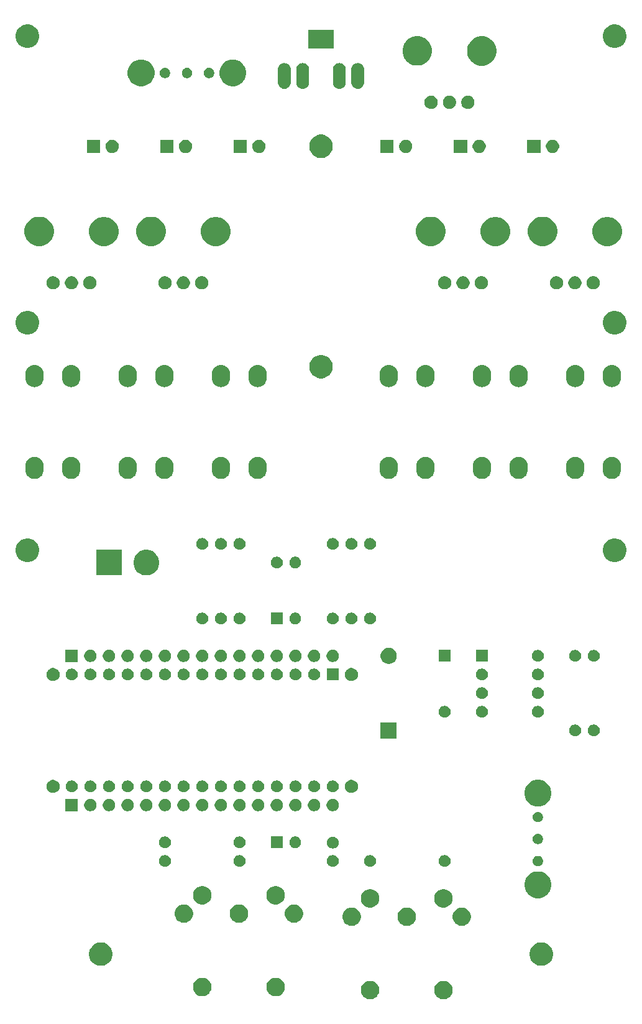
<source format=gbr>
G04 #@! TF.GenerationSoftware,KiCad,Pcbnew,(5.1.5)-3*
G04 #@! TF.CreationDate,2020-04-22T17:09:55+01:00*
G04 #@! TF.ProjectId,drumkid,6472756d-6b69-4642-9e6b-696361645f70,rev?*
G04 #@! TF.SameCoordinates,Original*
G04 #@! TF.FileFunction,Soldermask,Top*
G04 #@! TF.FilePolarity,Negative*
%FSLAX46Y46*%
G04 Gerber Fmt 4.6, Leading zero omitted, Abs format (unit mm)*
G04 Created by KiCad (PCBNEW (5.1.5)-3) date 2020-04-22 17:09:55*
%MOMM*%
%LPD*%
G04 APERTURE LIST*
%ADD10C,0.100000*%
G04 APERTURE END LIST*
D10*
G36*
X117041958Y-163695144D02*
G01*
X117269386Y-163789348D01*
X117474065Y-163926110D01*
X117648130Y-164100175D01*
X117784892Y-164304854D01*
X117879096Y-164532282D01*
X117927120Y-164773717D01*
X117927120Y-165019883D01*
X117879096Y-165261318D01*
X117784892Y-165488746D01*
X117648130Y-165693425D01*
X117474065Y-165867490D01*
X117269386Y-166004252D01*
X117041958Y-166098456D01*
X116800523Y-166146480D01*
X116554357Y-166146480D01*
X116312922Y-166098456D01*
X116085494Y-166004252D01*
X115880815Y-165867490D01*
X115706750Y-165693425D01*
X115569988Y-165488746D01*
X115475784Y-165261318D01*
X115427760Y-165019883D01*
X115427760Y-164773717D01*
X115475784Y-164532282D01*
X115569988Y-164304854D01*
X115706750Y-164100175D01*
X115880815Y-163926110D01*
X116085494Y-163789348D01*
X116312922Y-163695144D01*
X116554357Y-163647120D01*
X116800523Y-163647120D01*
X117041958Y-163695144D01*
G37*
G36*
X107039438Y-163695144D02*
G01*
X107266866Y-163789348D01*
X107471545Y-163926110D01*
X107645610Y-164100175D01*
X107782372Y-164304854D01*
X107876576Y-164532282D01*
X107924600Y-164773717D01*
X107924600Y-165019883D01*
X107876576Y-165261318D01*
X107782372Y-165488746D01*
X107645610Y-165693425D01*
X107471545Y-165867490D01*
X107266866Y-166004252D01*
X107039438Y-166098456D01*
X106798003Y-166146480D01*
X106551837Y-166146480D01*
X106310402Y-166098456D01*
X106082974Y-166004252D01*
X105878295Y-165867490D01*
X105704230Y-165693425D01*
X105567468Y-165488746D01*
X105473264Y-165261318D01*
X105425240Y-165019883D01*
X105425240Y-164773717D01*
X105473264Y-164532282D01*
X105567468Y-164304854D01*
X105704230Y-164100175D01*
X105878295Y-163926110D01*
X106082974Y-163789348D01*
X106310402Y-163695144D01*
X106551837Y-163647120D01*
X106798003Y-163647120D01*
X107039438Y-163695144D01*
G37*
G36*
X84179438Y-163276044D02*
G01*
X84406866Y-163370248D01*
X84611545Y-163507010D01*
X84785610Y-163681075D01*
X84922372Y-163885754D01*
X85016576Y-164113182D01*
X85064600Y-164354617D01*
X85064600Y-164600783D01*
X85016576Y-164842218D01*
X84922372Y-165069646D01*
X84785610Y-165274325D01*
X84611545Y-165448390D01*
X84406866Y-165585152D01*
X84179438Y-165679356D01*
X83938003Y-165727380D01*
X83691837Y-165727380D01*
X83450402Y-165679356D01*
X83222974Y-165585152D01*
X83018295Y-165448390D01*
X82844230Y-165274325D01*
X82707468Y-165069646D01*
X82613264Y-164842218D01*
X82565240Y-164600783D01*
X82565240Y-164354617D01*
X82613264Y-164113182D01*
X82707468Y-163885754D01*
X82844230Y-163681075D01*
X83018295Y-163507010D01*
X83222974Y-163370248D01*
X83450402Y-163276044D01*
X83691837Y-163228020D01*
X83938003Y-163228020D01*
X84179438Y-163276044D01*
G37*
G36*
X94181958Y-163276044D02*
G01*
X94409386Y-163370248D01*
X94614065Y-163507010D01*
X94788130Y-163681075D01*
X94924892Y-163885754D01*
X95019096Y-164113182D01*
X95067120Y-164354617D01*
X95067120Y-164600783D01*
X95019096Y-164842218D01*
X94924892Y-165069646D01*
X94788130Y-165274325D01*
X94614065Y-165448390D01*
X94409386Y-165585152D01*
X94181958Y-165679356D01*
X93940523Y-165727380D01*
X93694357Y-165727380D01*
X93452922Y-165679356D01*
X93225494Y-165585152D01*
X93020815Y-165448390D01*
X92846750Y-165274325D01*
X92709988Y-165069646D01*
X92615784Y-164842218D01*
X92567760Y-164600783D01*
X92567760Y-164354617D01*
X92615784Y-164113182D01*
X92709988Y-163885754D01*
X92846750Y-163681075D01*
X93020815Y-163507010D01*
X93225494Y-163370248D01*
X93452922Y-163276044D01*
X93694357Y-163228020D01*
X93940523Y-163228020D01*
X94181958Y-163276044D01*
G37*
G36*
X70466703Y-158461486D02*
G01*
X70757883Y-158582097D01*
X71019940Y-158757198D01*
X71242802Y-158980060D01*
X71417903Y-159242117D01*
X71538514Y-159533297D01*
X71600000Y-159842412D01*
X71600000Y-160157588D01*
X71538514Y-160466703D01*
X71417903Y-160757883D01*
X71242802Y-161019940D01*
X71019940Y-161242802D01*
X70757883Y-161417903D01*
X70466703Y-161538514D01*
X70157588Y-161600000D01*
X69842412Y-161600000D01*
X69533297Y-161538514D01*
X69242117Y-161417903D01*
X68980060Y-161242802D01*
X68757198Y-161019940D01*
X68582097Y-160757883D01*
X68461486Y-160466703D01*
X68400000Y-160157588D01*
X68400000Y-159842412D01*
X68461486Y-159533297D01*
X68582097Y-159242117D01*
X68757198Y-158980060D01*
X68980060Y-158757198D01*
X69242117Y-158582097D01*
X69533297Y-158461486D01*
X69842412Y-158400000D01*
X70157588Y-158400000D01*
X70466703Y-158461486D01*
G37*
G36*
X130466703Y-158461486D02*
G01*
X130757883Y-158582097D01*
X131019940Y-158757198D01*
X131242802Y-158980060D01*
X131417903Y-159242117D01*
X131538514Y-159533297D01*
X131600000Y-159842412D01*
X131600000Y-160157588D01*
X131538514Y-160466703D01*
X131417903Y-160757883D01*
X131242802Y-161019940D01*
X131019940Y-161242802D01*
X130757883Y-161417903D01*
X130466703Y-161538514D01*
X130157588Y-161600000D01*
X129842412Y-161600000D01*
X129533297Y-161538514D01*
X129242117Y-161417903D01*
X128980060Y-161242802D01*
X128757198Y-161019940D01*
X128582097Y-160757883D01*
X128461486Y-160466703D01*
X128400000Y-160157588D01*
X128400000Y-159842412D01*
X128461486Y-159533297D01*
X128582097Y-159242117D01*
X128757198Y-158980060D01*
X128980060Y-158757198D01*
X129242117Y-158582097D01*
X129533297Y-158461486D01*
X129842412Y-158400000D01*
X130157588Y-158400000D01*
X130466703Y-158461486D01*
G37*
G36*
X104542618Y-153700244D02*
G01*
X104770046Y-153794448D01*
X104974725Y-153931210D01*
X105148790Y-154105275D01*
X105285552Y-154309954D01*
X105379756Y-154537382D01*
X105427780Y-154778817D01*
X105427780Y-155024983D01*
X105379756Y-155266418D01*
X105285552Y-155493846D01*
X105148790Y-155698525D01*
X104974725Y-155872590D01*
X104770046Y-156009352D01*
X104542618Y-156103556D01*
X104301183Y-156151580D01*
X104055017Y-156151580D01*
X103813582Y-156103556D01*
X103586154Y-156009352D01*
X103381475Y-155872590D01*
X103207410Y-155698525D01*
X103070648Y-155493846D01*
X102976444Y-155266418D01*
X102928420Y-155024983D01*
X102928420Y-154778817D01*
X102976444Y-154537382D01*
X103070648Y-154309954D01*
X103207410Y-154105275D01*
X103381475Y-153931210D01*
X103586154Y-153794448D01*
X103813582Y-153700244D01*
X104055017Y-153652220D01*
X104301183Y-153652220D01*
X104542618Y-153700244D01*
G37*
G36*
X119538778Y-153700244D02*
G01*
X119766206Y-153794448D01*
X119970885Y-153931210D01*
X120144950Y-154105275D01*
X120281712Y-154309954D01*
X120375916Y-154537382D01*
X120423940Y-154778817D01*
X120423940Y-155024983D01*
X120375916Y-155266418D01*
X120281712Y-155493846D01*
X120144950Y-155698525D01*
X119970885Y-155872590D01*
X119766206Y-156009352D01*
X119538778Y-156103556D01*
X119297343Y-156151580D01*
X119051177Y-156151580D01*
X118809742Y-156103556D01*
X118582314Y-156009352D01*
X118377635Y-155872590D01*
X118203570Y-155698525D01*
X118066808Y-155493846D01*
X117972604Y-155266418D01*
X117924580Y-155024983D01*
X117924580Y-154778817D01*
X117972604Y-154537382D01*
X118066808Y-154309954D01*
X118203570Y-154105275D01*
X118377635Y-153931210D01*
X118582314Y-153794448D01*
X118809742Y-153700244D01*
X119051177Y-153652220D01*
X119297343Y-153652220D01*
X119538778Y-153700244D01*
G37*
G36*
X112040698Y-153697704D02*
G01*
X112268126Y-153791908D01*
X112472805Y-153928670D01*
X112646870Y-154102735D01*
X112783632Y-154307414D01*
X112877836Y-154534842D01*
X112925860Y-154776277D01*
X112925860Y-155022443D01*
X112877836Y-155263878D01*
X112783632Y-155491306D01*
X112646870Y-155695985D01*
X112472805Y-155870050D01*
X112268126Y-156006812D01*
X112040698Y-156101016D01*
X111799263Y-156149040D01*
X111553097Y-156149040D01*
X111311662Y-156101016D01*
X111084234Y-156006812D01*
X110879555Y-155870050D01*
X110705490Y-155695985D01*
X110568728Y-155491306D01*
X110474524Y-155263878D01*
X110426500Y-155022443D01*
X110426500Y-154776277D01*
X110474524Y-154534842D01*
X110568728Y-154307414D01*
X110705490Y-154102735D01*
X110879555Y-153928670D01*
X111084234Y-153791908D01*
X111311662Y-153697704D01*
X111553097Y-153649680D01*
X111799263Y-153649680D01*
X112040698Y-153697704D01*
G37*
G36*
X96678778Y-153281144D02*
G01*
X96906206Y-153375348D01*
X97110885Y-153512110D01*
X97284950Y-153686175D01*
X97421712Y-153890854D01*
X97515916Y-154118282D01*
X97563940Y-154359717D01*
X97563940Y-154605883D01*
X97515916Y-154847318D01*
X97421712Y-155074746D01*
X97284950Y-155279425D01*
X97110885Y-155453490D01*
X96906206Y-155590252D01*
X96678778Y-155684456D01*
X96437343Y-155732480D01*
X96191177Y-155732480D01*
X95949742Y-155684456D01*
X95722314Y-155590252D01*
X95517635Y-155453490D01*
X95343570Y-155279425D01*
X95206808Y-155074746D01*
X95112604Y-154847318D01*
X95064580Y-154605883D01*
X95064580Y-154359717D01*
X95112604Y-154118282D01*
X95206808Y-153890854D01*
X95343570Y-153686175D01*
X95517635Y-153512110D01*
X95722314Y-153375348D01*
X95949742Y-153281144D01*
X96191177Y-153233120D01*
X96437343Y-153233120D01*
X96678778Y-153281144D01*
G37*
G36*
X81682618Y-153281144D02*
G01*
X81910046Y-153375348D01*
X82114725Y-153512110D01*
X82288790Y-153686175D01*
X82425552Y-153890854D01*
X82519756Y-154118282D01*
X82567780Y-154359717D01*
X82567780Y-154605883D01*
X82519756Y-154847318D01*
X82425552Y-155074746D01*
X82288790Y-155279425D01*
X82114725Y-155453490D01*
X81910046Y-155590252D01*
X81682618Y-155684456D01*
X81441183Y-155732480D01*
X81195017Y-155732480D01*
X80953582Y-155684456D01*
X80726154Y-155590252D01*
X80521475Y-155453490D01*
X80347410Y-155279425D01*
X80210648Y-155074746D01*
X80116444Y-154847318D01*
X80068420Y-154605883D01*
X80068420Y-154359717D01*
X80116444Y-154118282D01*
X80210648Y-153890854D01*
X80347410Y-153686175D01*
X80521475Y-153512110D01*
X80726154Y-153375348D01*
X80953582Y-153281144D01*
X81195017Y-153233120D01*
X81441183Y-153233120D01*
X81682618Y-153281144D01*
G37*
G36*
X89180698Y-153278604D02*
G01*
X89408126Y-153372808D01*
X89612805Y-153509570D01*
X89786870Y-153683635D01*
X89923632Y-153888314D01*
X90017836Y-154115742D01*
X90065860Y-154357177D01*
X90065860Y-154603343D01*
X90017836Y-154844778D01*
X89923632Y-155072206D01*
X89786870Y-155276885D01*
X89612805Y-155450950D01*
X89408126Y-155587712D01*
X89180698Y-155681916D01*
X88939263Y-155729940D01*
X88693097Y-155729940D01*
X88451662Y-155681916D01*
X88224234Y-155587712D01*
X88019555Y-155450950D01*
X87845490Y-155276885D01*
X87708728Y-155072206D01*
X87614524Y-154844778D01*
X87566500Y-154603343D01*
X87566500Y-154357177D01*
X87614524Y-154115742D01*
X87708728Y-153888314D01*
X87845490Y-153683635D01*
X88019555Y-153509570D01*
X88224234Y-153372808D01*
X88451662Y-153278604D01*
X88693097Y-153230580D01*
X88939263Y-153230580D01*
X89180698Y-153278604D01*
G37*
G36*
X107044518Y-151198344D02*
G01*
X107271946Y-151292548D01*
X107476625Y-151429310D01*
X107650690Y-151603375D01*
X107787452Y-151808054D01*
X107881656Y-152035482D01*
X107929680Y-152276917D01*
X107929680Y-152523083D01*
X107881656Y-152764518D01*
X107787452Y-152991946D01*
X107650690Y-153196625D01*
X107476625Y-153370690D01*
X107271946Y-153507452D01*
X107044518Y-153601656D01*
X106803083Y-153649680D01*
X106556917Y-153649680D01*
X106315482Y-153601656D01*
X106088054Y-153507452D01*
X105883375Y-153370690D01*
X105709310Y-153196625D01*
X105572548Y-152991946D01*
X105478344Y-152764518D01*
X105430320Y-152523083D01*
X105430320Y-152276917D01*
X105478344Y-152035482D01*
X105572548Y-151808054D01*
X105709310Y-151603375D01*
X105883375Y-151429310D01*
X106088054Y-151292548D01*
X106315482Y-151198344D01*
X106556917Y-151150320D01*
X106803083Y-151150320D01*
X107044518Y-151198344D01*
G37*
G36*
X117036878Y-151198344D02*
G01*
X117264306Y-151292548D01*
X117468985Y-151429310D01*
X117643050Y-151603375D01*
X117779812Y-151808054D01*
X117874016Y-152035482D01*
X117922040Y-152276917D01*
X117922040Y-152523083D01*
X117874016Y-152764518D01*
X117779812Y-152991946D01*
X117643050Y-153196625D01*
X117468985Y-153370690D01*
X117264306Y-153507452D01*
X117036878Y-153601656D01*
X116795443Y-153649680D01*
X116549277Y-153649680D01*
X116307842Y-153601656D01*
X116080414Y-153507452D01*
X115875735Y-153370690D01*
X115701670Y-153196625D01*
X115564908Y-152991946D01*
X115470704Y-152764518D01*
X115422680Y-152523083D01*
X115422680Y-152276917D01*
X115470704Y-152035482D01*
X115564908Y-151808054D01*
X115701670Y-151603375D01*
X115875735Y-151429310D01*
X116080414Y-151292548D01*
X116307842Y-151198344D01*
X116549277Y-151150320D01*
X116795443Y-151150320D01*
X117036878Y-151198344D01*
G37*
G36*
X84184518Y-150779244D02*
G01*
X84411946Y-150873448D01*
X84616625Y-151010210D01*
X84790690Y-151184275D01*
X84927452Y-151388954D01*
X85021656Y-151616382D01*
X85069680Y-151857817D01*
X85069680Y-152103983D01*
X85021656Y-152345418D01*
X84927452Y-152572846D01*
X84790690Y-152777525D01*
X84616625Y-152951590D01*
X84411946Y-153088352D01*
X84184518Y-153182556D01*
X83943083Y-153230580D01*
X83696917Y-153230580D01*
X83455482Y-153182556D01*
X83228054Y-153088352D01*
X83023375Y-152951590D01*
X82849310Y-152777525D01*
X82712548Y-152572846D01*
X82618344Y-152345418D01*
X82570320Y-152103983D01*
X82570320Y-151857817D01*
X82618344Y-151616382D01*
X82712548Y-151388954D01*
X82849310Y-151184275D01*
X83023375Y-151010210D01*
X83228054Y-150873448D01*
X83455482Y-150779244D01*
X83696917Y-150731220D01*
X83943083Y-150731220D01*
X84184518Y-150779244D01*
G37*
G36*
X94176878Y-150779244D02*
G01*
X94404306Y-150873448D01*
X94608985Y-151010210D01*
X94783050Y-151184275D01*
X94919812Y-151388954D01*
X95014016Y-151616382D01*
X95062040Y-151857817D01*
X95062040Y-152103983D01*
X95014016Y-152345418D01*
X94919812Y-152572846D01*
X94783050Y-152777525D01*
X94608985Y-152951590D01*
X94404306Y-153088352D01*
X94176878Y-153182556D01*
X93935443Y-153230580D01*
X93689277Y-153230580D01*
X93447842Y-153182556D01*
X93220414Y-153088352D01*
X93015735Y-152951590D01*
X92841670Y-152777525D01*
X92704908Y-152572846D01*
X92610704Y-152345418D01*
X92562680Y-152103983D01*
X92562680Y-151857817D01*
X92610704Y-151616382D01*
X92704908Y-151388954D01*
X92841670Y-151184275D01*
X93015735Y-151010210D01*
X93220414Y-150873448D01*
X93447842Y-150779244D01*
X93689277Y-150731220D01*
X93935443Y-150731220D01*
X94176878Y-150779244D01*
G37*
G36*
X129896333Y-148778596D02*
G01*
X130072770Y-148813691D01*
X130405172Y-148951376D01*
X130704326Y-149151265D01*
X130958735Y-149405674D01*
X131158624Y-149704828D01*
X131296309Y-150037230D01*
X131366500Y-150390105D01*
X131366500Y-150749895D01*
X131296309Y-151102770D01*
X131158624Y-151435172D01*
X130958735Y-151734326D01*
X130704326Y-151988735D01*
X130405172Y-152188624D01*
X130072770Y-152326309D01*
X129976707Y-152345417D01*
X129719896Y-152396500D01*
X129360104Y-152396500D01*
X129103293Y-152345417D01*
X129007230Y-152326309D01*
X128674828Y-152188624D01*
X128375674Y-151988735D01*
X128121265Y-151734326D01*
X127921376Y-151435172D01*
X127783691Y-151102770D01*
X127713500Y-150749895D01*
X127713500Y-150390105D01*
X127783691Y-150037230D01*
X127921376Y-149704828D01*
X128121265Y-149405674D01*
X128375674Y-149151265D01*
X128674828Y-148951376D01*
X129007230Y-148813691D01*
X129183667Y-148778596D01*
X129360104Y-148743500D01*
X129719896Y-148743500D01*
X129896333Y-148778596D01*
G37*
G36*
X117073351Y-146550743D02*
G01*
X117218941Y-146611048D01*
X117349970Y-146698599D01*
X117461401Y-146810030D01*
X117548952Y-146941059D01*
X117609257Y-147086649D01*
X117640000Y-147241206D01*
X117640000Y-147398794D01*
X117609257Y-147553351D01*
X117548952Y-147698941D01*
X117461401Y-147829970D01*
X117349970Y-147941401D01*
X117218941Y-148028952D01*
X117073351Y-148089257D01*
X116918794Y-148120000D01*
X116761206Y-148120000D01*
X116606649Y-148089257D01*
X116461059Y-148028952D01*
X116330030Y-147941401D01*
X116218599Y-147829970D01*
X116131048Y-147698941D01*
X116070743Y-147553351D01*
X116040000Y-147398794D01*
X116040000Y-147241206D01*
X116070743Y-147086649D01*
X116131048Y-146941059D01*
X116218599Y-146810030D01*
X116330030Y-146698599D01*
X116461059Y-146611048D01*
X116606649Y-146550743D01*
X116761206Y-146520000D01*
X116918794Y-146520000D01*
X117073351Y-146550743D01*
G37*
G36*
X106913351Y-146550743D02*
G01*
X107058941Y-146611048D01*
X107189970Y-146698599D01*
X107301401Y-146810030D01*
X107388952Y-146941059D01*
X107449257Y-147086649D01*
X107480000Y-147241206D01*
X107480000Y-147398794D01*
X107449257Y-147553351D01*
X107388952Y-147698941D01*
X107301401Y-147829970D01*
X107189970Y-147941401D01*
X107058941Y-148028952D01*
X106913351Y-148089257D01*
X106758794Y-148120000D01*
X106601206Y-148120000D01*
X106446649Y-148089257D01*
X106301059Y-148028952D01*
X106170030Y-147941401D01*
X106058599Y-147829970D01*
X105971048Y-147698941D01*
X105910743Y-147553351D01*
X105880000Y-147398794D01*
X105880000Y-147241206D01*
X105910743Y-147086649D01*
X105971048Y-146941059D01*
X106058599Y-146810030D01*
X106170030Y-146698599D01*
X106301059Y-146611048D01*
X106446649Y-146550743D01*
X106601206Y-146520000D01*
X106758794Y-146520000D01*
X106913351Y-146550743D01*
G37*
G36*
X101833351Y-146550743D02*
G01*
X101978941Y-146611048D01*
X102109970Y-146698599D01*
X102221401Y-146810030D01*
X102308952Y-146941059D01*
X102369257Y-147086649D01*
X102400000Y-147241206D01*
X102400000Y-147398794D01*
X102369257Y-147553351D01*
X102308952Y-147698941D01*
X102221401Y-147829970D01*
X102109970Y-147941401D01*
X101978941Y-148028952D01*
X101833351Y-148089257D01*
X101678794Y-148120000D01*
X101521206Y-148120000D01*
X101366649Y-148089257D01*
X101221059Y-148028952D01*
X101090030Y-147941401D01*
X100978599Y-147829970D01*
X100891048Y-147698941D01*
X100830743Y-147553351D01*
X100800000Y-147398794D01*
X100800000Y-147241206D01*
X100830743Y-147086649D01*
X100891048Y-146941059D01*
X100978599Y-146810030D01*
X101090030Y-146698599D01*
X101221059Y-146611048D01*
X101366649Y-146550743D01*
X101521206Y-146520000D01*
X101678794Y-146520000D01*
X101833351Y-146550743D01*
G37*
G36*
X89133351Y-146550743D02*
G01*
X89278941Y-146611048D01*
X89409970Y-146698599D01*
X89521401Y-146810030D01*
X89608952Y-146941059D01*
X89669257Y-147086649D01*
X89700000Y-147241206D01*
X89700000Y-147398794D01*
X89669257Y-147553351D01*
X89608952Y-147698941D01*
X89521401Y-147829970D01*
X89409970Y-147941401D01*
X89278941Y-148028952D01*
X89133351Y-148089257D01*
X88978794Y-148120000D01*
X88821206Y-148120000D01*
X88666649Y-148089257D01*
X88521059Y-148028952D01*
X88390030Y-147941401D01*
X88278599Y-147829970D01*
X88191048Y-147698941D01*
X88130743Y-147553351D01*
X88100000Y-147398794D01*
X88100000Y-147241206D01*
X88130743Y-147086649D01*
X88191048Y-146941059D01*
X88278599Y-146810030D01*
X88390030Y-146698599D01*
X88521059Y-146611048D01*
X88666649Y-146550743D01*
X88821206Y-146520000D01*
X88978794Y-146520000D01*
X89133351Y-146550743D01*
G37*
G36*
X78973351Y-146550743D02*
G01*
X79118941Y-146611048D01*
X79249970Y-146698599D01*
X79361401Y-146810030D01*
X79448952Y-146941059D01*
X79509257Y-147086649D01*
X79540000Y-147241206D01*
X79540000Y-147398794D01*
X79509257Y-147553351D01*
X79448952Y-147698941D01*
X79361401Y-147829970D01*
X79249970Y-147941401D01*
X79118941Y-148028952D01*
X78973351Y-148089257D01*
X78818794Y-148120000D01*
X78661206Y-148120000D01*
X78506649Y-148089257D01*
X78361059Y-148028952D01*
X78230030Y-147941401D01*
X78118599Y-147829970D01*
X78031048Y-147698941D01*
X77970743Y-147553351D01*
X77940000Y-147398794D01*
X77940000Y-147241206D01*
X77970743Y-147086649D01*
X78031048Y-146941059D01*
X78118599Y-146810030D01*
X78230030Y-146698599D01*
X78361059Y-146611048D01*
X78506649Y-146550743D01*
X78661206Y-146520000D01*
X78818794Y-146520000D01*
X78973351Y-146550743D01*
G37*
G36*
X129744182Y-146646900D02*
G01*
X129871573Y-146699667D01*
X129871574Y-146699668D01*
X129986224Y-146776274D01*
X130083726Y-146873776D01*
X130083727Y-146873778D01*
X130160333Y-146988427D01*
X130213100Y-147115818D01*
X130240000Y-147251055D01*
X130240000Y-147388945D01*
X130213100Y-147524182D01*
X130160333Y-147651573D01*
X130160332Y-147651574D01*
X130083726Y-147766224D01*
X129986224Y-147863726D01*
X129928510Y-147902289D01*
X129871573Y-147940333D01*
X129744182Y-147993100D01*
X129608945Y-148020000D01*
X129471055Y-148020000D01*
X129335818Y-147993100D01*
X129208427Y-147940333D01*
X129151490Y-147902289D01*
X129093776Y-147863726D01*
X128996274Y-147766224D01*
X128919668Y-147651574D01*
X128919667Y-147651573D01*
X128866900Y-147524182D01*
X128840000Y-147388945D01*
X128840000Y-147251055D01*
X128866900Y-147115818D01*
X128919667Y-146988427D01*
X128996273Y-146873778D01*
X128996274Y-146873776D01*
X129093776Y-146776274D01*
X129208426Y-146699668D01*
X129208427Y-146699667D01*
X129335818Y-146646900D01*
X129471055Y-146620000D01*
X129608945Y-146620000D01*
X129744182Y-146646900D01*
G37*
G36*
X101833351Y-144050743D02*
G01*
X101978941Y-144111048D01*
X102109970Y-144198599D01*
X102221401Y-144310030D01*
X102308952Y-144441059D01*
X102369257Y-144586649D01*
X102400000Y-144741206D01*
X102400000Y-144898794D01*
X102369257Y-145053351D01*
X102308952Y-145198941D01*
X102221401Y-145329970D01*
X102109970Y-145441401D01*
X101978941Y-145528952D01*
X101833351Y-145589257D01*
X101678794Y-145620000D01*
X101521206Y-145620000D01*
X101366649Y-145589257D01*
X101221059Y-145528952D01*
X101090030Y-145441401D01*
X100978599Y-145329970D01*
X100891048Y-145198941D01*
X100830743Y-145053351D01*
X100800000Y-144898794D01*
X100800000Y-144741206D01*
X100830743Y-144586649D01*
X100891048Y-144441059D01*
X100978599Y-144310030D01*
X101090030Y-144198599D01*
X101221059Y-144111048D01*
X101366649Y-144050743D01*
X101521206Y-144020000D01*
X101678794Y-144020000D01*
X101833351Y-144050743D01*
G37*
G36*
X78973351Y-144010743D02*
G01*
X79118941Y-144071048D01*
X79249970Y-144158599D01*
X79361401Y-144270030D01*
X79448952Y-144401059D01*
X79509257Y-144546649D01*
X79540000Y-144701206D01*
X79540000Y-144858794D01*
X79509257Y-145013351D01*
X79448952Y-145158941D01*
X79361401Y-145289970D01*
X79249970Y-145401401D01*
X79118941Y-145488952D01*
X78973351Y-145549257D01*
X78818794Y-145580000D01*
X78661206Y-145580000D01*
X78506649Y-145549257D01*
X78361059Y-145488952D01*
X78230030Y-145401401D01*
X78118599Y-145289970D01*
X78031048Y-145158941D01*
X77970743Y-145013351D01*
X77940000Y-144858794D01*
X77940000Y-144701206D01*
X77970743Y-144546649D01*
X78031048Y-144401059D01*
X78118599Y-144270030D01*
X78230030Y-144158599D01*
X78361059Y-144071048D01*
X78506649Y-144010743D01*
X78661206Y-143980000D01*
X78818794Y-143980000D01*
X78973351Y-144010743D01*
G37*
G36*
X89133351Y-144010743D02*
G01*
X89278941Y-144071048D01*
X89409970Y-144158599D01*
X89521401Y-144270030D01*
X89608952Y-144401059D01*
X89669257Y-144546649D01*
X89700000Y-144701206D01*
X89700000Y-144858794D01*
X89669257Y-145013351D01*
X89608952Y-145158941D01*
X89521401Y-145289970D01*
X89409970Y-145401401D01*
X89278941Y-145488952D01*
X89133351Y-145549257D01*
X88978794Y-145580000D01*
X88821206Y-145580000D01*
X88666649Y-145549257D01*
X88521059Y-145488952D01*
X88390030Y-145401401D01*
X88278599Y-145289970D01*
X88191048Y-145158941D01*
X88130743Y-145013351D01*
X88100000Y-144858794D01*
X88100000Y-144701206D01*
X88130743Y-144546649D01*
X88191048Y-144401059D01*
X88278599Y-144270030D01*
X88390030Y-144158599D01*
X88521059Y-144071048D01*
X88666649Y-144010743D01*
X88821206Y-143980000D01*
X88978794Y-143980000D01*
X89133351Y-144010743D01*
G37*
G36*
X96713351Y-144010743D02*
G01*
X96858941Y-144071048D01*
X96989970Y-144158599D01*
X97101401Y-144270030D01*
X97188952Y-144401059D01*
X97249257Y-144546649D01*
X97280000Y-144701206D01*
X97280000Y-144858794D01*
X97249257Y-145013351D01*
X97188952Y-145158941D01*
X97101401Y-145289970D01*
X96989970Y-145401401D01*
X96858941Y-145488952D01*
X96713351Y-145549257D01*
X96558794Y-145580000D01*
X96401206Y-145580000D01*
X96246649Y-145549257D01*
X96101059Y-145488952D01*
X95970030Y-145401401D01*
X95858599Y-145289970D01*
X95771048Y-145158941D01*
X95710743Y-145013351D01*
X95680000Y-144858794D01*
X95680000Y-144701206D01*
X95710743Y-144546649D01*
X95771048Y-144401059D01*
X95858599Y-144270030D01*
X95970030Y-144158599D01*
X96101059Y-144071048D01*
X96246649Y-144010743D01*
X96401206Y-143980000D01*
X96558794Y-143980000D01*
X96713351Y-144010743D01*
G37*
G36*
X94780000Y-145580000D02*
G01*
X93180000Y-145580000D01*
X93180000Y-143980000D01*
X94780000Y-143980000D01*
X94780000Y-145580000D01*
G37*
G36*
X129744182Y-143646900D02*
G01*
X129871573Y-143699667D01*
X129871574Y-143699668D01*
X129986224Y-143776274D01*
X130083726Y-143873776D01*
X130083727Y-143873778D01*
X130160333Y-143988427D01*
X130213100Y-144115818D01*
X130240000Y-144251055D01*
X130240000Y-144388945D01*
X130213100Y-144524182D01*
X130160333Y-144651573D01*
X130160332Y-144651574D01*
X130083726Y-144766224D01*
X129986224Y-144863726D01*
X129933742Y-144898793D01*
X129871573Y-144940333D01*
X129744182Y-144993100D01*
X129608945Y-145020000D01*
X129471055Y-145020000D01*
X129335818Y-144993100D01*
X129208427Y-144940333D01*
X129146258Y-144898793D01*
X129093776Y-144863726D01*
X128996274Y-144766224D01*
X128919668Y-144651574D01*
X128919667Y-144651573D01*
X128866900Y-144524182D01*
X128840000Y-144388945D01*
X128840000Y-144251055D01*
X128866900Y-144115818D01*
X128919667Y-143988427D01*
X128996273Y-143873778D01*
X128996274Y-143873776D01*
X129093776Y-143776274D01*
X129208426Y-143699668D01*
X129208427Y-143699667D01*
X129335818Y-143646900D01*
X129471055Y-143620000D01*
X129608945Y-143620000D01*
X129744182Y-143646900D01*
G37*
G36*
X129744182Y-140646900D02*
G01*
X129871573Y-140699667D01*
X129871574Y-140699668D01*
X129986224Y-140776274D01*
X130083726Y-140873776D01*
X130083727Y-140873778D01*
X130160333Y-140988427D01*
X130213100Y-141115818D01*
X130240000Y-141251055D01*
X130240000Y-141388945D01*
X130213100Y-141524182D01*
X130160333Y-141651573D01*
X130160332Y-141651574D01*
X130083726Y-141766224D01*
X129986224Y-141863726D01*
X129928510Y-141902289D01*
X129871573Y-141940333D01*
X129744182Y-141993100D01*
X129608945Y-142020000D01*
X129471055Y-142020000D01*
X129335818Y-141993100D01*
X129208427Y-141940333D01*
X129151490Y-141902289D01*
X129093776Y-141863726D01*
X128996274Y-141766224D01*
X128919668Y-141651574D01*
X128919667Y-141651573D01*
X128866900Y-141524182D01*
X128840000Y-141388945D01*
X128840000Y-141251055D01*
X128866900Y-141115818D01*
X128919667Y-140988427D01*
X128996273Y-140873778D01*
X128996274Y-140873776D01*
X129093776Y-140776274D01*
X129208426Y-140699668D01*
X129208427Y-140699667D01*
X129335818Y-140646900D01*
X129471055Y-140620000D01*
X129608945Y-140620000D01*
X129744182Y-140646900D01*
G37*
G36*
X101847935Y-138882664D02*
G01*
X101974694Y-138935170D01*
X102002626Y-138946740D01*
X102141844Y-139039762D01*
X102260238Y-139158156D01*
X102353260Y-139297374D01*
X102353261Y-139297376D01*
X102417336Y-139452065D01*
X102450000Y-139616281D01*
X102450000Y-139783719D01*
X102417336Y-139947935D01*
X102353261Y-140102624D01*
X102353260Y-140102626D01*
X102260238Y-140241844D01*
X102141844Y-140360238D01*
X102002626Y-140453260D01*
X102002625Y-140453261D01*
X102002624Y-140453261D01*
X101847935Y-140517336D01*
X101683719Y-140550000D01*
X101516281Y-140550000D01*
X101352065Y-140517336D01*
X101197376Y-140453261D01*
X101197375Y-140453261D01*
X101197374Y-140453260D01*
X101058156Y-140360238D01*
X100939762Y-140241844D01*
X100846740Y-140102626D01*
X100846739Y-140102624D01*
X100782664Y-139947935D01*
X100750000Y-139783719D01*
X100750000Y-139616281D01*
X100782664Y-139452065D01*
X100846739Y-139297376D01*
X100846740Y-139297374D01*
X100939762Y-139158156D01*
X101058156Y-139039762D01*
X101197374Y-138946740D01*
X101225306Y-138935170D01*
X101352065Y-138882664D01*
X101516281Y-138850000D01*
X101683719Y-138850000D01*
X101847935Y-138882664D01*
G37*
G36*
X99307935Y-138882664D02*
G01*
X99434694Y-138935170D01*
X99462626Y-138946740D01*
X99601844Y-139039762D01*
X99720238Y-139158156D01*
X99813260Y-139297374D01*
X99813261Y-139297376D01*
X99877336Y-139452065D01*
X99910000Y-139616281D01*
X99910000Y-139783719D01*
X99877336Y-139947935D01*
X99813261Y-140102624D01*
X99813260Y-140102626D01*
X99720238Y-140241844D01*
X99601844Y-140360238D01*
X99462626Y-140453260D01*
X99462625Y-140453261D01*
X99462624Y-140453261D01*
X99307935Y-140517336D01*
X99143719Y-140550000D01*
X98976281Y-140550000D01*
X98812065Y-140517336D01*
X98657376Y-140453261D01*
X98657375Y-140453261D01*
X98657374Y-140453260D01*
X98518156Y-140360238D01*
X98399762Y-140241844D01*
X98306740Y-140102626D01*
X98306739Y-140102624D01*
X98242664Y-139947935D01*
X98210000Y-139783719D01*
X98210000Y-139616281D01*
X98242664Y-139452065D01*
X98306739Y-139297376D01*
X98306740Y-139297374D01*
X98399762Y-139158156D01*
X98518156Y-139039762D01*
X98657374Y-138946740D01*
X98685306Y-138935170D01*
X98812065Y-138882664D01*
X98976281Y-138850000D01*
X99143719Y-138850000D01*
X99307935Y-138882664D01*
G37*
G36*
X96767935Y-138882664D02*
G01*
X96894694Y-138935170D01*
X96922626Y-138946740D01*
X97061844Y-139039762D01*
X97180238Y-139158156D01*
X97273260Y-139297374D01*
X97273261Y-139297376D01*
X97337336Y-139452065D01*
X97370000Y-139616281D01*
X97370000Y-139783719D01*
X97337336Y-139947935D01*
X97273261Y-140102624D01*
X97273260Y-140102626D01*
X97180238Y-140241844D01*
X97061844Y-140360238D01*
X96922626Y-140453260D01*
X96922625Y-140453261D01*
X96922624Y-140453261D01*
X96767935Y-140517336D01*
X96603719Y-140550000D01*
X96436281Y-140550000D01*
X96272065Y-140517336D01*
X96117376Y-140453261D01*
X96117375Y-140453261D01*
X96117374Y-140453260D01*
X95978156Y-140360238D01*
X95859762Y-140241844D01*
X95766740Y-140102626D01*
X95766739Y-140102624D01*
X95702664Y-139947935D01*
X95670000Y-139783719D01*
X95670000Y-139616281D01*
X95702664Y-139452065D01*
X95766739Y-139297376D01*
X95766740Y-139297374D01*
X95859762Y-139158156D01*
X95978156Y-139039762D01*
X96117374Y-138946740D01*
X96145306Y-138935170D01*
X96272065Y-138882664D01*
X96436281Y-138850000D01*
X96603719Y-138850000D01*
X96767935Y-138882664D01*
G37*
G36*
X94227935Y-138882664D02*
G01*
X94354694Y-138935170D01*
X94382626Y-138946740D01*
X94521844Y-139039762D01*
X94640238Y-139158156D01*
X94733260Y-139297374D01*
X94733261Y-139297376D01*
X94797336Y-139452065D01*
X94830000Y-139616281D01*
X94830000Y-139783719D01*
X94797336Y-139947935D01*
X94733261Y-140102624D01*
X94733260Y-140102626D01*
X94640238Y-140241844D01*
X94521844Y-140360238D01*
X94382626Y-140453260D01*
X94382625Y-140453261D01*
X94382624Y-140453261D01*
X94227935Y-140517336D01*
X94063719Y-140550000D01*
X93896281Y-140550000D01*
X93732065Y-140517336D01*
X93577376Y-140453261D01*
X93577375Y-140453261D01*
X93577374Y-140453260D01*
X93438156Y-140360238D01*
X93319762Y-140241844D01*
X93226740Y-140102626D01*
X93226739Y-140102624D01*
X93162664Y-139947935D01*
X93130000Y-139783719D01*
X93130000Y-139616281D01*
X93162664Y-139452065D01*
X93226739Y-139297376D01*
X93226740Y-139297374D01*
X93319762Y-139158156D01*
X93438156Y-139039762D01*
X93577374Y-138946740D01*
X93605306Y-138935170D01*
X93732065Y-138882664D01*
X93896281Y-138850000D01*
X94063719Y-138850000D01*
X94227935Y-138882664D01*
G37*
G36*
X91687935Y-138882664D02*
G01*
X91814694Y-138935170D01*
X91842626Y-138946740D01*
X91981844Y-139039762D01*
X92100238Y-139158156D01*
X92193260Y-139297374D01*
X92193261Y-139297376D01*
X92257336Y-139452065D01*
X92290000Y-139616281D01*
X92290000Y-139783719D01*
X92257336Y-139947935D01*
X92193261Y-140102624D01*
X92193260Y-140102626D01*
X92100238Y-140241844D01*
X91981844Y-140360238D01*
X91842626Y-140453260D01*
X91842625Y-140453261D01*
X91842624Y-140453261D01*
X91687935Y-140517336D01*
X91523719Y-140550000D01*
X91356281Y-140550000D01*
X91192065Y-140517336D01*
X91037376Y-140453261D01*
X91037375Y-140453261D01*
X91037374Y-140453260D01*
X90898156Y-140360238D01*
X90779762Y-140241844D01*
X90686740Y-140102626D01*
X90686739Y-140102624D01*
X90622664Y-139947935D01*
X90590000Y-139783719D01*
X90590000Y-139616281D01*
X90622664Y-139452065D01*
X90686739Y-139297376D01*
X90686740Y-139297374D01*
X90779762Y-139158156D01*
X90898156Y-139039762D01*
X91037374Y-138946740D01*
X91065306Y-138935170D01*
X91192065Y-138882664D01*
X91356281Y-138850000D01*
X91523719Y-138850000D01*
X91687935Y-138882664D01*
G37*
G36*
X89147935Y-138882664D02*
G01*
X89274694Y-138935170D01*
X89302626Y-138946740D01*
X89441844Y-139039762D01*
X89560238Y-139158156D01*
X89653260Y-139297374D01*
X89653261Y-139297376D01*
X89717336Y-139452065D01*
X89750000Y-139616281D01*
X89750000Y-139783719D01*
X89717336Y-139947935D01*
X89653261Y-140102624D01*
X89653260Y-140102626D01*
X89560238Y-140241844D01*
X89441844Y-140360238D01*
X89302626Y-140453260D01*
X89302625Y-140453261D01*
X89302624Y-140453261D01*
X89147935Y-140517336D01*
X88983719Y-140550000D01*
X88816281Y-140550000D01*
X88652065Y-140517336D01*
X88497376Y-140453261D01*
X88497375Y-140453261D01*
X88497374Y-140453260D01*
X88358156Y-140360238D01*
X88239762Y-140241844D01*
X88146740Y-140102626D01*
X88146739Y-140102624D01*
X88082664Y-139947935D01*
X88050000Y-139783719D01*
X88050000Y-139616281D01*
X88082664Y-139452065D01*
X88146739Y-139297376D01*
X88146740Y-139297374D01*
X88239762Y-139158156D01*
X88358156Y-139039762D01*
X88497374Y-138946740D01*
X88525306Y-138935170D01*
X88652065Y-138882664D01*
X88816281Y-138850000D01*
X88983719Y-138850000D01*
X89147935Y-138882664D01*
G37*
G36*
X86607935Y-138882664D02*
G01*
X86734694Y-138935170D01*
X86762626Y-138946740D01*
X86901844Y-139039762D01*
X87020238Y-139158156D01*
X87113260Y-139297374D01*
X87113261Y-139297376D01*
X87177336Y-139452065D01*
X87210000Y-139616281D01*
X87210000Y-139783719D01*
X87177336Y-139947935D01*
X87113261Y-140102624D01*
X87113260Y-140102626D01*
X87020238Y-140241844D01*
X86901844Y-140360238D01*
X86762626Y-140453260D01*
X86762625Y-140453261D01*
X86762624Y-140453261D01*
X86607935Y-140517336D01*
X86443719Y-140550000D01*
X86276281Y-140550000D01*
X86112065Y-140517336D01*
X85957376Y-140453261D01*
X85957375Y-140453261D01*
X85957374Y-140453260D01*
X85818156Y-140360238D01*
X85699762Y-140241844D01*
X85606740Y-140102626D01*
X85606739Y-140102624D01*
X85542664Y-139947935D01*
X85510000Y-139783719D01*
X85510000Y-139616281D01*
X85542664Y-139452065D01*
X85606739Y-139297376D01*
X85606740Y-139297374D01*
X85699762Y-139158156D01*
X85818156Y-139039762D01*
X85957374Y-138946740D01*
X85985306Y-138935170D01*
X86112065Y-138882664D01*
X86276281Y-138850000D01*
X86443719Y-138850000D01*
X86607935Y-138882664D01*
G37*
G36*
X84067935Y-138882664D02*
G01*
X84194694Y-138935170D01*
X84222626Y-138946740D01*
X84361844Y-139039762D01*
X84480238Y-139158156D01*
X84573260Y-139297374D01*
X84573261Y-139297376D01*
X84637336Y-139452065D01*
X84670000Y-139616281D01*
X84670000Y-139783719D01*
X84637336Y-139947935D01*
X84573261Y-140102624D01*
X84573260Y-140102626D01*
X84480238Y-140241844D01*
X84361844Y-140360238D01*
X84222626Y-140453260D01*
X84222625Y-140453261D01*
X84222624Y-140453261D01*
X84067935Y-140517336D01*
X83903719Y-140550000D01*
X83736281Y-140550000D01*
X83572065Y-140517336D01*
X83417376Y-140453261D01*
X83417375Y-140453261D01*
X83417374Y-140453260D01*
X83278156Y-140360238D01*
X83159762Y-140241844D01*
X83066740Y-140102626D01*
X83066739Y-140102624D01*
X83002664Y-139947935D01*
X82970000Y-139783719D01*
X82970000Y-139616281D01*
X83002664Y-139452065D01*
X83066739Y-139297376D01*
X83066740Y-139297374D01*
X83159762Y-139158156D01*
X83278156Y-139039762D01*
X83417374Y-138946740D01*
X83445306Y-138935170D01*
X83572065Y-138882664D01*
X83736281Y-138850000D01*
X83903719Y-138850000D01*
X84067935Y-138882664D01*
G37*
G36*
X78987935Y-138882664D02*
G01*
X79114694Y-138935170D01*
X79142626Y-138946740D01*
X79281844Y-139039762D01*
X79400238Y-139158156D01*
X79493260Y-139297374D01*
X79493261Y-139297376D01*
X79557336Y-139452065D01*
X79590000Y-139616281D01*
X79590000Y-139783719D01*
X79557336Y-139947935D01*
X79493261Y-140102624D01*
X79493260Y-140102626D01*
X79400238Y-140241844D01*
X79281844Y-140360238D01*
X79142626Y-140453260D01*
X79142625Y-140453261D01*
X79142624Y-140453261D01*
X78987935Y-140517336D01*
X78823719Y-140550000D01*
X78656281Y-140550000D01*
X78492065Y-140517336D01*
X78337376Y-140453261D01*
X78337375Y-140453261D01*
X78337374Y-140453260D01*
X78198156Y-140360238D01*
X78079762Y-140241844D01*
X77986740Y-140102626D01*
X77986739Y-140102624D01*
X77922664Y-139947935D01*
X77890000Y-139783719D01*
X77890000Y-139616281D01*
X77922664Y-139452065D01*
X77986739Y-139297376D01*
X77986740Y-139297374D01*
X78079762Y-139158156D01*
X78198156Y-139039762D01*
X78337374Y-138946740D01*
X78365306Y-138935170D01*
X78492065Y-138882664D01*
X78656281Y-138850000D01*
X78823719Y-138850000D01*
X78987935Y-138882664D01*
G37*
G36*
X76447935Y-138882664D02*
G01*
X76574694Y-138935170D01*
X76602626Y-138946740D01*
X76741844Y-139039762D01*
X76860238Y-139158156D01*
X76953260Y-139297374D01*
X76953261Y-139297376D01*
X77017336Y-139452065D01*
X77050000Y-139616281D01*
X77050000Y-139783719D01*
X77017336Y-139947935D01*
X76953261Y-140102624D01*
X76953260Y-140102626D01*
X76860238Y-140241844D01*
X76741844Y-140360238D01*
X76602626Y-140453260D01*
X76602625Y-140453261D01*
X76602624Y-140453261D01*
X76447935Y-140517336D01*
X76283719Y-140550000D01*
X76116281Y-140550000D01*
X75952065Y-140517336D01*
X75797376Y-140453261D01*
X75797375Y-140453261D01*
X75797374Y-140453260D01*
X75658156Y-140360238D01*
X75539762Y-140241844D01*
X75446740Y-140102626D01*
X75446739Y-140102624D01*
X75382664Y-139947935D01*
X75350000Y-139783719D01*
X75350000Y-139616281D01*
X75382664Y-139452065D01*
X75446739Y-139297376D01*
X75446740Y-139297374D01*
X75539762Y-139158156D01*
X75658156Y-139039762D01*
X75797374Y-138946740D01*
X75825306Y-138935170D01*
X75952065Y-138882664D01*
X76116281Y-138850000D01*
X76283719Y-138850000D01*
X76447935Y-138882664D01*
G37*
G36*
X73907935Y-138882664D02*
G01*
X74034694Y-138935170D01*
X74062626Y-138946740D01*
X74201844Y-139039762D01*
X74320238Y-139158156D01*
X74413260Y-139297374D01*
X74413261Y-139297376D01*
X74477336Y-139452065D01*
X74510000Y-139616281D01*
X74510000Y-139783719D01*
X74477336Y-139947935D01*
X74413261Y-140102624D01*
X74413260Y-140102626D01*
X74320238Y-140241844D01*
X74201844Y-140360238D01*
X74062626Y-140453260D01*
X74062625Y-140453261D01*
X74062624Y-140453261D01*
X73907935Y-140517336D01*
X73743719Y-140550000D01*
X73576281Y-140550000D01*
X73412065Y-140517336D01*
X73257376Y-140453261D01*
X73257375Y-140453261D01*
X73257374Y-140453260D01*
X73118156Y-140360238D01*
X72999762Y-140241844D01*
X72906740Y-140102626D01*
X72906739Y-140102624D01*
X72842664Y-139947935D01*
X72810000Y-139783719D01*
X72810000Y-139616281D01*
X72842664Y-139452065D01*
X72906739Y-139297376D01*
X72906740Y-139297374D01*
X72999762Y-139158156D01*
X73118156Y-139039762D01*
X73257374Y-138946740D01*
X73285306Y-138935170D01*
X73412065Y-138882664D01*
X73576281Y-138850000D01*
X73743719Y-138850000D01*
X73907935Y-138882664D01*
G37*
G36*
X71367935Y-138882664D02*
G01*
X71494694Y-138935170D01*
X71522626Y-138946740D01*
X71661844Y-139039762D01*
X71780238Y-139158156D01*
X71873260Y-139297374D01*
X71873261Y-139297376D01*
X71937336Y-139452065D01*
X71970000Y-139616281D01*
X71970000Y-139783719D01*
X71937336Y-139947935D01*
X71873261Y-140102624D01*
X71873260Y-140102626D01*
X71780238Y-140241844D01*
X71661844Y-140360238D01*
X71522626Y-140453260D01*
X71522625Y-140453261D01*
X71522624Y-140453261D01*
X71367935Y-140517336D01*
X71203719Y-140550000D01*
X71036281Y-140550000D01*
X70872065Y-140517336D01*
X70717376Y-140453261D01*
X70717375Y-140453261D01*
X70717374Y-140453260D01*
X70578156Y-140360238D01*
X70459762Y-140241844D01*
X70366740Y-140102626D01*
X70366739Y-140102624D01*
X70302664Y-139947935D01*
X70270000Y-139783719D01*
X70270000Y-139616281D01*
X70302664Y-139452065D01*
X70366739Y-139297376D01*
X70366740Y-139297374D01*
X70459762Y-139158156D01*
X70578156Y-139039762D01*
X70717374Y-138946740D01*
X70745306Y-138935170D01*
X70872065Y-138882664D01*
X71036281Y-138850000D01*
X71203719Y-138850000D01*
X71367935Y-138882664D01*
G37*
G36*
X68827935Y-138882664D02*
G01*
X68954694Y-138935170D01*
X68982626Y-138946740D01*
X69121844Y-139039762D01*
X69240238Y-139158156D01*
X69333260Y-139297374D01*
X69333261Y-139297376D01*
X69397336Y-139452065D01*
X69430000Y-139616281D01*
X69430000Y-139783719D01*
X69397336Y-139947935D01*
X69333261Y-140102624D01*
X69333260Y-140102626D01*
X69240238Y-140241844D01*
X69121844Y-140360238D01*
X68982626Y-140453260D01*
X68982625Y-140453261D01*
X68982624Y-140453261D01*
X68827935Y-140517336D01*
X68663719Y-140550000D01*
X68496281Y-140550000D01*
X68332065Y-140517336D01*
X68177376Y-140453261D01*
X68177375Y-140453261D01*
X68177374Y-140453260D01*
X68038156Y-140360238D01*
X67919762Y-140241844D01*
X67826740Y-140102626D01*
X67826739Y-140102624D01*
X67762664Y-139947935D01*
X67730000Y-139783719D01*
X67730000Y-139616281D01*
X67762664Y-139452065D01*
X67826739Y-139297376D01*
X67826740Y-139297374D01*
X67919762Y-139158156D01*
X68038156Y-139039762D01*
X68177374Y-138946740D01*
X68205306Y-138935170D01*
X68332065Y-138882664D01*
X68496281Y-138850000D01*
X68663719Y-138850000D01*
X68827935Y-138882664D01*
G37*
G36*
X66890000Y-140550000D02*
G01*
X65190000Y-140550000D01*
X65190000Y-138850000D01*
X66890000Y-138850000D01*
X66890000Y-140550000D01*
G37*
G36*
X81527935Y-138882664D02*
G01*
X81654694Y-138935170D01*
X81682626Y-138946740D01*
X81821844Y-139039762D01*
X81940238Y-139158156D01*
X82033260Y-139297374D01*
X82033261Y-139297376D01*
X82097336Y-139452065D01*
X82130000Y-139616281D01*
X82130000Y-139783719D01*
X82097336Y-139947935D01*
X82033261Y-140102624D01*
X82033260Y-140102626D01*
X81940238Y-140241844D01*
X81821844Y-140360238D01*
X81682626Y-140453260D01*
X81682625Y-140453261D01*
X81682624Y-140453261D01*
X81527935Y-140517336D01*
X81363719Y-140550000D01*
X81196281Y-140550000D01*
X81032065Y-140517336D01*
X80877376Y-140453261D01*
X80877375Y-140453261D01*
X80877374Y-140453260D01*
X80738156Y-140360238D01*
X80619762Y-140241844D01*
X80526740Y-140102626D01*
X80526739Y-140102624D01*
X80462664Y-139947935D01*
X80430000Y-139783719D01*
X80430000Y-139616281D01*
X80462664Y-139452065D01*
X80526739Y-139297376D01*
X80526740Y-139297374D01*
X80619762Y-139158156D01*
X80738156Y-139039762D01*
X80877374Y-138946740D01*
X80905306Y-138935170D01*
X81032065Y-138882664D01*
X81196281Y-138850000D01*
X81363719Y-138850000D01*
X81527935Y-138882664D01*
G37*
G36*
X129853120Y-136270000D02*
G01*
X130072770Y-136313691D01*
X130405172Y-136451376D01*
X130704326Y-136651265D01*
X130958735Y-136905674D01*
X131158624Y-137204828D01*
X131296309Y-137537230D01*
X131305129Y-137581571D01*
X131362293Y-137868952D01*
X131366500Y-137890105D01*
X131366500Y-138249895D01*
X131296309Y-138602770D01*
X131158624Y-138935172D01*
X130958735Y-139234326D01*
X130704326Y-139488735D01*
X130405172Y-139688624D01*
X130072770Y-139826309D01*
X129896333Y-139861404D01*
X129719896Y-139896500D01*
X129360104Y-139896500D01*
X129183667Y-139861404D01*
X129007230Y-139826309D01*
X128674828Y-139688624D01*
X128375674Y-139488735D01*
X128121265Y-139234326D01*
X127921376Y-138935172D01*
X127783691Y-138602770D01*
X127713500Y-138249895D01*
X127713500Y-137890105D01*
X127717708Y-137868952D01*
X127774871Y-137581571D01*
X127783691Y-137537230D01*
X127921376Y-137204828D01*
X128121265Y-136905674D01*
X128375674Y-136651265D01*
X128674828Y-136451376D01*
X129007230Y-136313691D01*
X129226880Y-136270000D01*
X129360104Y-136243500D01*
X129719896Y-136243500D01*
X129853120Y-136270000D01*
G37*
G36*
X63759602Y-136304202D02*
G01*
X63921571Y-136371292D01*
X63921573Y-136371293D01*
X64067342Y-136468692D01*
X64191308Y-136592658D01*
X64288707Y-136738427D01*
X64288708Y-136738429D01*
X64355798Y-136900398D01*
X64390000Y-137072341D01*
X64390000Y-137247659D01*
X64355798Y-137419602D01*
X64288708Y-137581571D01*
X64288707Y-137581573D01*
X64191308Y-137727342D01*
X64067342Y-137851308D01*
X63921573Y-137948707D01*
X63921572Y-137948708D01*
X63921571Y-137948708D01*
X63759602Y-138015798D01*
X63587659Y-138050000D01*
X63412341Y-138050000D01*
X63240398Y-138015798D01*
X63078429Y-137948708D01*
X63078428Y-137948708D01*
X63078427Y-137948707D01*
X62932658Y-137851308D01*
X62808692Y-137727342D01*
X62711293Y-137581573D01*
X62711292Y-137581571D01*
X62644202Y-137419602D01*
X62610000Y-137247659D01*
X62610000Y-137072341D01*
X62644202Y-136900398D01*
X62711292Y-136738429D01*
X62711293Y-136738427D01*
X62808692Y-136592658D01*
X62932658Y-136468692D01*
X63078427Y-136371293D01*
X63078429Y-136371292D01*
X63240398Y-136304202D01*
X63412341Y-136270000D01*
X63587659Y-136270000D01*
X63759602Y-136304202D01*
G37*
G36*
X104399602Y-136304202D02*
G01*
X104561571Y-136371292D01*
X104561573Y-136371293D01*
X104707342Y-136468692D01*
X104831308Y-136592658D01*
X104928707Y-136738427D01*
X104928708Y-136738429D01*
X104995798Y-136900398D01*
X105030000Y-137072341D01*
X105030000Y-137247659D01*
X104995798Y-137419602D01*
X104928708Y-137581571D01*
X104928707Y-137581573D01*
X104831308Y-137727342D01*
X104707342Y-137851308D01*
X104561573Y-137948707D01*
X104561572Y-137948708D01*
X104561571Y-137948708D01*
X104399602Y-138015798D01*
X104227659Y-138050000D01*
X104052341Y-138050000D01*
X103880398Y-138015798D01*
X103718429Y-137948708D01*
X103718428Y-137948708D01*
X103718427Y-137948707D01*
X103572658Y-137851308D01*
X103448692Y-137727342D01*
X103351293Y-137581573D01*
X103351292Y-137581571D01*
X103284202Y-137419602D01*
X103250000Y-137247659D01*
X103250000Y-137072341D01*
X103284202Y-136900398D01*
X103351292Y-136738429D01*
X103351293Y-136738427D01*
X103448692Y-136592658D01*
X103572658Y-136468692D01*
X103718427Y-136371293D01*
X103718429Y-136371292D01*
X103880398Y-136304202D01*
X104052341Y-136270000D01*
X104227659Y-136270000D01*
X104399602Y-136304202D01*
G37*
G36*
X66273351Y-136390743D02*
G01*
X66418941Y-136451048D01*
X66549970Y-136538599D01*
X66661401Y-136650030D01*
X66748952Y-136781059D01*
X66809257Y-136926649D01*
X66840000Y-137081206D01*
X66840000Y-137238794D01*
X66809257Y-137393351D01*
X66748952Y-137538941D01*
X66661401Y-137669970D01*
X66549970Y-137781401D01*
X66418941Y-137868952D01*
X66273351Y-137929257D01*
X66118794Y-137960000D01*
X65961206Y-137960000D01*
X65806649Y-137929257D01*
X65661059Y-137868952D01*
X65530030Y-137781401D01*
X65418599Y-137669970D01*
X65331048Y-137538941D01*
X65270743Y-137393351D01*
X65240000Y-137238794D01*
X65240000Y-137081206D01*
X65270743Y-136926649D01*
X65331048Y-136781059D01*
X65418599Y-136650030D01*
X65530030Y-136538599D01*
X65661059Y-136451048D01*
X65806649Y-136390743D01*
X65961206Y-136360000D01*
X66118794Y-136360000D01*
X66273351Y-136390743D01*
G37*
G36*
X101833351Y-136390743D02*
G01*
X101978941Y-136451048D01*
X102109970Y-136538599D01*
X102221401Y-136650030D01*
X102308952Y-136781059D01*
X102369257Y-136926649D01*
X102400000Y-137081206D01*
X102400000Y-137238794D01*
X102369257Y-137393351D01*
X102308952Y-137538941D01*
X102221401Y-137669970D01*
X102109970Y-137781401D01*
X101978941Y-137868952D01*
X101833351Y-137929257D01*
X101678794Y-137960000D01*
X101521206Y-137960000D01*
X101366649Y-137929257D01*
X101221059Y-137868952D01*
X101090030Y-137781401D01*
X100978599Y-137669970D01*
X100891048Y-137538941D01*
X100830743Y-137393351D01*
X100800000Y-137238794D01*
X100800000Y-137081206D01*
X100830743Y-136926649D01*
X100891048Y-136781059D01*
X100978599Y-136650030D01*
X101090030Y-136538599D01*
X101221059Y-136451048D01*
X101366649Y-136390743D01*
X101521206Y-136360000D01*
X101678794Y-136360000D01*
X101833351Y-136390743D01*
G37*
G36*
X99293351Y-136390743D02*
G01*
X99438941Y-136451048D01*
X99569970Y-136538599D01*
X99681401Y-136650030D01*
X99768952Y-136781059D01*
X99829257Y-136926649D01*
X99860000Y-137081206D01*
X99860000Y-137238794D01*
X99829257Y-137393351D01*
X99768952Y-137538941D01*
X99681401Y-137669970D01*
X99569970Y-137781401D01*
X99438941Y-137868952D01*
X99293351Y-137929257D01*
X99138794Y-137960000D01*
X98981206Y-137960000D01*
X98826649Y-137929257D01*
X98681059Y-137868952D01*
X98550030Y-137781401D01*
X98438599Y-137669970D01*
X98351048Y-137538941D01*
X98290743Y-137393351D01*
X98260000Y-137238794D01*
X98260000Y-137081206D01*
X98290743Y-136926649D01*
X98351048Y-136781059D01*
X98438599Y-136650030D01*
X98550030Y-136538599D01*
X98681059Y-136451048D01*
X98826649Y-136390743D01*
X98981206Y-136360000D01*
X99138794Y-136360000D01*
X99293351Y-136390743D01*
G37*
G36*
X96753351Y-136390743D02*
G01*
X96898941Y-136451048D01*
X97029970Y-136538599D01*
X97141401Y-136650030D01*
X97228952Y-136781059D01*
X97289257Y-136926649D01*
X97320000Y-137081206D01*
X97320000Y-137238794D01*
X97289257Y-137393351D01*
X97228952Y-137538941D01*
X97141401Y-137669970D01*
X97029970Y-137781401D01*
X96898941Y-137868952D01*
X96753351Y-137929257D01*
X96598794Y-137960000D01*
X96441206Y-137960000D01*
X96286649Y-137929257D01*
X96141059Y-137868952D01*
X96010030Y-137781401D01*
X95898599Y-137669970D01*
X95811048Y-137538941D01*
X95750743Y-137393351D01*
X95720000Y-137238794D01*
X95720000Y-137081206D01*
X95750743Y-136926649D01*
X95811048Y-136781059D01*
X95898599Y-136650030D01*
X96010030Y-136538599D01*
X96141059Y-136451048D01*
X96286649Y-136390743D01*
X96441206Y-136360000D01*
X96598794Y-136360000D01*
X96753351Y-136390743D01*
G37*
G36*
X91673351Y-136390743D02*
G01*
X91818941Y-136451048D01*
X91949970Y-136538599D01*
X92061401Y-136650030D01*
X92148952Y-136781059D01*
X92209257Y-136926649D01*
X92240000Y-137081206D01*
X92240000Y-137238794D01*
X92209257Y-137393351D01*
X92148952Y-137538941D01*
X92061401Y-137669970D01*
X91949970Y-137781401D01*
X91818941Y-137868952D01*
X91673351Y-137929257D01*
X91518794Y-137960000D01*
X91361206Y-137960000D01*
X91206649Y-137929257D01*
X91061059Y-137868952D01*
X90930030Y-137781401D01*
X90818599Y-137669970D01*
X90731048Y-137538941D01*
X90670743Y-137393351D01*
X90640000Y-137238794D01*
X90640000Y-137081206D01*
X90670743Y-136926649D01*
X90731048Y-136781059D01*
X90818599Y-136650030D01*
X90930030Y-136538599D01*
X91061059Y-136451048D01*
X91206649Y-136390743D01*
X91361206Y-136360000D01*
X91518794Y-136360000D01*
X91673351Y-136390743D01*
G37*
G36*
X89133351Y-136390743D02*
G01*
X89278941Y-136451048D01*
X89409970Y-136538599D01*
X89521401Y-136650030D01*
X89608952Y-136781059D01*
X89669257Y-136926649D01*
X89700000Y-137081206D01*
X89700000Y-137238794D01*
X89669257Y-137393351D01*
X89608952Y-137538941D01*
X89521401Y-137669970D01*
X89409970Y-137781401D01*
X89278941Y-137868952D01*
X89133351Y-137929257D01*
X88978794Y-137960000D01*
X88821206Y-137960000D01*
X88666649Y-137929257D01*
X88521059Y-137868952D01*
X88390030Y-137781401D01*
X88278599Y-137669970D01*
X88191048Y-137538941D01*
X88130743Y-137393351D01*
X88100000Y-137238794D01*
X88100000Y-137081206D01*
X88130743Y-136926649D01*
X88191048Y-136781059D01*
X88278599Y-136650030D01*
X88390030Y-136538599D01*
X88521059Y-136451048D01*
X88666649Y-136390743D01*
X88821206Y-136360000D01*
X88978794Y-136360000D01*
X89133351Y-136390743D01*
G37*
G36*
X86593351Y-136390743D02*
G01*
X86738941Y-136451048D01*
X86869970Y-136538599D01*
X86981401Y-136650030D01*
X87068952Y-136781059D01*
X87129257Y-136926649D01*
X87160000Y-137081206D01*
X87160000Y-137238794D01*
X87129257Y-137393351D01*
X87068952Y-137538941D01*
X86981401Y-137669970D01*
X86869970Y-137781401D01*
X86738941Y-137868952D01*
X86593351Y-137929257D01*
X86438794Y-137960000D01*
X86281206Y-137960000D01*
X86126649Y-137929257D01*
X85981059Y-137868952D01*
X85850030Y-137781401D01*
X85738599Y-137669970D01*
X85651048Y-137538941D01*
X85590743Y-137393351D01*
X85560000Y-137238794D01*
X85560000Y-137081206D01*
X85590743Y-136926649D01*
X85651048Y-136781059D01*
X85738599Y-136650030D01*
X85850030Y-136538599D01*
X85981059Y-136451048D01*
X86126649Y-136390743D01*
X86281206Y-136360000D01*
X86438794Y-136360000D01*
X86593351Y-136390743D01*
G37*
G36*
X84053351Y-136390743D02*
G01*
X84198941Y-136451048D01*
X84329970Y-136538599D01*
X84441401Y-136650030D01*
X84528952Y-136781059D01*
X84589257Y-136926649D01*
X84620000Y-137081206D01*
X84620000Y-137238794D01*
X84589257Y-137393351D01*
X84528952Y-137538941D01*
X84441401Y-137669970D01*
X84329970Y-137781401D01*
X84198941Y-137868952D01*
X84053351Y-137929257D01*
X83898794Y-137960000D01*
X83741206Y-137960000D01*
X83586649Y-137929257D01*
X83441059Y-137868952D01*
X83310030Y-137781401D01*
X83198599Y-137669970D01*
X83111048Y-137538941D01*
X83050743Y-137393351D01*
X83020000Y-137238794D01*
X83020000Y-137081206D01*
X83050743Y-136926649D01*
X83111048Y-136781059D01*
X83198599Y-136650030D01*
X83310030Y-136538599D01*
X83441059Y-136451048D01*
X83586649Y-136390743D01*
X83741206Y-136360000D01*
X83898794Y-136360000D01*
X84053351Y-136390743D01*
G37*
G36*
X78973351Y-136390743D02*
G01*
X79118941Y-136451048D01*
X79249970Y-136538599D01*
X79361401Y-136650030D01*
X79448952Y-136781059D01*
X79509257Y-136926649D01*
X79540000Y-137081206D01*
X79540000Y-137238794D01*
X79509257Y-137393351D01*
X79448952Y-137538941D01*
X79361401Y-137669970D01*
X79249970Y-137781401D01*
X79118941Y-137868952D01*
X78973351Y-137929257D01*
X78818794Y-137960000D01*
X78661206Y-137960000D01*
X78506649Y-137929257D01*
X78361059Y-137868952D01*
X78230030Y-137781401D01*
X78118599Y-137669970D01*
X78031048Y-137538941D01*
X77970743Y-137393351D01*
X77940000Y-137238794D01*
X77940000Y-137081206D01*
X77970743Y-136926649D01*
X78031048Y-136781059D01*
X78118599Y-136650030D01*
X78230030Y-136538599D01*
X78361059Y-136451048D01*
X78506649Y-136390743D01*
X78661206Y-136360000D01*
X78818794Y-136360000D01*
X78973351Y-136390743D01*
G37*
G36*
X76433351Y-136390743D02*
G01*
X76578941Y-136451048D01*
X76709970Y-136538599D01*
X76821401Y-136650030D01*
X76908952Y-136781059D01*
X76969257Y-136926649D01*
X77000000Y-137081206D01*
X77000000Y-137238794D01*
X76969257Y-137393351D01*
X76908952Y-137538941D01*
X76821401Y-137669970D01*
X76709970Y-137781401D01*
X76578941Y-137868952D01*
X76433351Y-137929257D01*
X76278794Y-137960000D01*
X76121206Y-137960000D01*
X75966649Y-137929257D01*
X75821059Y-137868952D01*
X75690030Y-137781401D01*
X75578599Y-137669970D01*
X75491048Y-137538941D01*
X75430743Y-137393351D01*
X75400000Y-137238794D01*
X75400000Y-137081206D01*
X75430743Y-136926649D01*
X75491048Y-136781059D01*
X75578599Y-136650030D01*
X75690030Y-136538599D01*
X75821059Y-136451048D01*
X75966649Y-136390743D01*
X76121206Y-136360000D01*
X76278794Y-136360000D01*
X76433351Y-136390743D01*
G37*
G36*
X73893351Y-136390743D02*
G01*
X74038941Y-136451048D01*
X74169970Y-136538599D01*
X74281401Y-136650030D01*
X74368952Y-136781059D01*
X74429257Y-136926649D01*
X74460000Y-137081206D01*
X74460000Y-137238794D01*
X74429257Y-137393351D01*
X74368952Y-137538941D01*
X74281401Y-137669970D01*
X74169970Y-137781401D01*
X74038941Y-137868952D01*
X73893351Y-137929257D01*
X73738794Y-137960000D01*
X73581206Y-137960000D01*
X73426649Y-137929257D01*
X73281059Y-137868952D01*
X73150030Y-137781401D01*
X73038599Y-137669970D01*
X72951048Y-137538941D01*
X72890743Y-137393351D01*
X72860000Y-137238794D01*
X72860000Y-137081206D01*
X72890743Y-136926649D01*
X72951048Y-136781059D01*
X73038599Y-136650030D01*
X73150030Y-136538599D01*
X73281059Y-136451048D01*
X73426649Y-136390743D01*
X73581206Y-136360000D01*
X73738794Y-136360000D01*
X73893351Y-136390743D01*
G37*
G36*
X71353351Y-136390743D02*
G01*
X71498941Y-136451048D01*
X71629970Y-136538599D01*
X71741401Y-136650030D01*
X71828952Y-136781059D01*
X71889257Y-136926649D01*
X71920000Y-137081206D01*
X71920000Y-137238794D01*
X71889257Y-137393351D01*
X71828952Y-137538941D01*
X71741401Y-137669970D01*
X71629970Y-137781401D01*
X71498941Y-137868952D01*
X71353351Y-137929257D01*
X71198794Y-137960000D01*
X71041206Y-137960000D01*
X70886649Y-137929257D01*
X70741059Y-137868952D01*
X70610030Y-137781401D01*
X70498599Y-137669970D01*
X70411048Y-137538941D01*
X70350743Y-137393351D01*
X70320000Y-137238794D01*
X70320000Y-137081206D01*
X70350743Y-136926649D01*
X70411048Y-136781059D01*
X70498599Y-136650030D01*
X70610030Y-136538599D01*
X70741059Y-136451048D01*
X70886649Y-136390743D01*
X71041206Y-136360000D01*
X71198794Y-136360000D01*
X71353351Y-136390743D01*
G37*
G36*
X68813351Y-136390743D02*
G01*
X68958941Y-136451048D01*
X69089970Y-136538599D01*
X69201401Y-136650030D01*
X69288952Y-136781059D01*
X69349257Y-136926649D01*
X69380000Y-137081206D01*
X69380000Y-137238794D01*
X69349257Y-137393351D01*
X69288952Y-137538941D01*
X69201401Y-137669970D01*
X69089970Y-137781401D01*
X68958941Y-137868952D01*
X68813351Y-137929257D01*
X68658794Y-137960000D01*
X68501206Y-137960000D01*
X68346649Y-137929257D01*
X68201059Y-137868952D01*
X68070030Y-137781401D01*
X67958599Y-137669970D01*
X67871048Y-137538941D01*
X67810743Y-137393351D01*
X67780000Y-137238794D01*
X67780000Y-137081206D01*
X67810743Y-136926649D01*
X67871048Y-136781059D01*
X67958599Y-136650030D01*
X68070030Y-136538599D01*
X68201059Y-136451048D01*
X68346649Y-136390743D01*
X68501206Y-136360000D01*
X68658794Y-136360000D01*
X68813351Y-136390743D01*
G37*
G36*
X94213351Y-136390743D02*
G01*
X94358941Y-136451048D01*
X94489970Y-136538599D01*
X94601401Y-136650030D01*
X94688952Y-136781059D01*
X94749257Y-136926649D01*
X94780000Y-137081206D01*
X94780000Y-137238794D01*
X94749257Y-137393351D01*
X94688952Y-137538941D01*
X94601401Y-137669970D01*
X94489970Y-137781401D01*
X94358941Y-137868952D01*
X94213351Y-137929257D01*
X94058794Y-137960000D01*
X93901206Y-137960000D01*
X93746649Y-137929257D01*
X93601059Y-137868952D01*
X93470030Y-137781401D01*
X93358599Y-137669970D01*
X93271048Y-137538941D01*
X93210743Y-137393351D01*
X93180000Y-137238794D01*
X93180000Y-137081206D01*
X93210743Y-136926649D01*
X93271048Y-136781059D01*
X93358599Y-136650030D01*
X93470030Y-136538599D01*
X93601059Y-136451048D01*
X93746649Y-136390743D01*
X93901206Y-136360000D01*
X94058794Y-136360000D01*
X94213351Y-136390743D01*
G37*
G36*
X81513351Y-136390743D02*
G01*
X81658941Y-136451048D01*
X81789970Y-136538599D01*
X81901401Y-136650030D01*
X81988952Y-136781059D01*
X82049257Y-136926649D01*
X82080000Y-137081206D01*
X82080000Y-137238794D01*
X82049257Y-137393351D01*
X81988952Y-137538941D01*
X81901401Y-137669970D01*
X81789970Y-137781401D01*
X81658941Y-137868952D01*
X81513351Y-137929257D01*
X81358794Y-137960000D01*
X81201206Y-137960000D01*
X81046649Y-137929257D01*
X80901059Y-137868952D01*
X80770030Y-137781401D01*
X80658599Y-137669970D01*
X80571048Y-137538941D01*
X80510743Y-137393351D01*
X80480000Y-137238794D01*
X80480000Y-137081206D01*
X80510743Y-136926649D01*
X80571048Y-136781059D01*
X80658599Y-136650030D01*
X80770030Y-136538599D01*
X80901059Y-136451048D01*
X81046649Y-136390743D01*
X81201206Y-136360000D01*
X81358794Y-136360000D01*
X81513351Y-136390743D01*
G37*
G36*
X110320000Y-130640000D02*
G01*
X108120000Y-130640000D01*
X108120000Y-128440000D01*
X110320000Y-128440000D01*
X110320000Y-130640000D01*
G37*
G36*
X134853351Y-128770743D02*
G01*
X134998941Y-128831048D01*
X135129970Y-128918599D01*
X135241401Y-129030030D01*
X135328952Y-129161059D01*
X135389257Y-129306649D01*
X135420000Y-129461206D01*
X135420000Y-129618794D01*
X135389257Y-129773351D01*
X135328952Y-129918941D01*
X135241401Y-130049970D01*
X135129970Y-130161401D01*
X134998941Y-130248952D01*
X134853351Y-130309257D01*
X134698794Y-130340000D01*
X134541206Y-130340000D01*
X134386649Y-130309257D01*
X134241059Y-130248952D01*
X134110030Y-130161401D01*
X133998599Y-130049970D01*
X133911048Y-129918941D01*
X133850743Y-129773351D01*
X133820000Y-129618794D01*
X133820000Y-129461206D01*
X133850743Y-129306649D01*
X133911048Y-129161059D01*
X133998599Y-129030030D01*
X134110030Y-128918599D01*
X134241059Y-128831048D01*
X134386649Y-128770743D01*
X134541206Y-128740000D01*
X134698794Y-128740000D01*
X134853351Y-128770743D01*
G37*
G36*
X137393351Y-128770743D02*
G01*
X137538941Y-128831048D01*
X137669970Y-128918599D01*
X137781401Y-129030030D01*
X137868952Y-129161059D01*
X137929257Y-129306649D01*
X137960000Y-129461206D01*
X137960000Y-129618794D01*
X137929257Y-129773351D01*
X137868952Y-129918941D01*
X137781401Y-130049970D01*
X137669970Y-130161401D01*
X137538941Y-130248952D01*
X137393351Y-130309257D01*
X137238794Y-130340000D01*
X137081206Y-130340000D01*
X136926649Y-130309257D01*
X136781059Y-130248952D01*
X136650030Y-130161401D01*
X136538599Y-130049970D01*
X136451048Y-129918941D01*
X136390743Y-129773351D01*
X136360000Y-129618794D01*
X136360000Y-129461206D01*
X136390743Y-129306649D01*
X136451048Y-129161059D01*
X136538599Y-129030030D01*
X136650030Y-128918599D01*
X136781059Y-128831048D01*
X136926649Y-128770743D01*
X137081206Y-128740000D01*
X137238794Y-128740000D01*
X137393351Y-128770743D01*
G37*
G36*
X122153351Y-126230743D02*
G01*
X122298941Y-126291048D01*
X122429970Y-126378599D01*
X122541401Y-126490030D01*
X122628952Y-126621059D01*
X122689257Y-126766649D01*
X122720000Y-126921206D01*
X122720000Y-127078794D01*
X122689257Y-127233351D01*
X122628952Y-127378941D01*
X122541401Y-127509970D01*
X122429970Y-127621401D01*
X122298941Y-127708952D01*
X122153351Y-127769257D01*
X121998794Y-127800000D01*
X121841206Y-127800000D01*
X121686649Y-127769257D01*
X121541059Y-127708952D01*
X121410030Y-127621401D01*
X121298599Y-127509970D01*
X121211048Y-127378941D01*
X121150743Y-127233351D01*
X121120000Y-127078794D01*
X121120000Y-126921206D01*
X121150743Y-126766649D01*
X121211048Y-126621059D01*
X121298599Y-126490030D01*
X121410030Y-126378599D01*
X121541059Y-126291048D01*
X121686649Y-126230743D01*
X121841206Y-126200000D01*
X121998794Y-126200000D01*
X122153351Y-126230743D01*
G37*
G36*
X117073351Y-126230743D02*
G01*
X117218941Y-126291048D01*
X117349970Y-126378599D01*
X117461401Y-126490030D01*
X117548952Y-126621059D01*
X117609257Y-126766649D01*
X117640000Y-126921206D01*
X117640000Y-127078794D01*
X117609257Y-127233351D01*
X117548952Y-127378941D01*
X117461401Y-127509970D01*
X117349970Y-127621401D01*
X117218941Y-127708952D01*
X117073351Y-127769257D01*
X116918794Y-127800000D01*
X116761206Y-127800000D01*
X116606649Y-127769257D01*
X116461059Y-127708952D01*
X116330030Y-127621401D01*
X116218599Y-127509970D01*
X116131048Y-127378941D01*
X116070743Y-127233351D01*
X116040000Y-127078794D01*
X116040000Y-126921206D01*
X116070743Y-126766649D01*
X116131048Y-126621059D01*
X116218599Y-126490030D01*
X116330030Y-126378599D01*
X116461059Y-126291048D01*
X116606649Y-126230743D01*
X116761206Y-126200000D01*
X116918794Y-126200000D01*
X117073351Y-126230743D01*
G37*
G36*
X129773351Y-126230743D02*
G01*
X129918941Y-126291048D01*
X130049970Y-126378599D01*
X130161401Y-126490030D01*
X130248952Y-126621059D01*
X130309257Y-126766649D01*
X130340000Y-126921206D01*
X130340000Y-127078794D01*
X130309257Y-127233351D01*
X130248952Y-127378941D01*
X130161401Y-127509970D01*
X130049970Y-127621401D01*
X129918941Y-127708952D01*
X129773351Y-127769257D01*
X129618794Y-127800000D01*
X129461206Y-127800000D01*
X129306649Y-127769257D01*
X129161059Y-127708952D01*
X129030030Y-127621401D01*
X128918599Y-127509970D01*
X128831048Y-127378941D01*
X128770743Y-127233351D01*
X128740000Y-127078794D01*
X128740000Y-126921206D01*
X128770743Y-126766649D01*
X128831048Y-126621059D01*
X128918599Y-126490030D01*
X129030030Y-126378599D01*
X129161059Y-126291048D01*
X129306649Y-126230743D01*
X129461206Y-126200000D01*
X129618794Y-126200000D01*
X129773351Y-126230743D01*
G37*
G36*
X129773351Y-123690743D02*
G01*
X129918941Y-123751048D01*
X130049970Y-123838599D01*
X130161401Y-123950030D01*
X130248952Y-124081059D01*
X130309257Y-124226649D01*
X130340000Y-124381206D01*
X130340000Y-124538794D01*
X130309257Y-124693351D01*
X130248952Y-124838941D01*
X130161401Y-124969970D01*
X130049970Y-125081401D01*
X129918941Y-125168952D01*
X129773351Y-125229257D01*
X129618794Y-125260000D01*
X129461206Y-125260000D01*
X129306649Y-125229257D01*
X129161059Y-125168952D01*
X129030030Y-125081401D01*
X128918599Y-124969970D01*
X128831048Y-124838941D01*
X128770743Y-124693351D01*
X128740000Y-124538794D01*
X128740000Y-124381206D01*
X128770743Y-124226649D01*
X128831048Y-124081059D01*
X128918599Y-123950030D01*
X129030030Y-123838599D01*
X129161059Y-123751048D01*
X129306649Y-123690743D01*
X129461206Y-123660000D01*
X129618794Y-123660000D01*
X129773351Y-123690743D01*
G37*
G36*
X122153351Y-123690743D02*
G01*
X122298941Y-123751048D01*
X122429970Y-123838599D01*
X122541401Y-123950030D01*
X122628952Y-124081059D01*
X122689257Y-124226649D01*
X122720000Y-124381206D01*
X122720000Y-124538794D01*
X122689257Y-124693351D01*
X122628952Y-124838941D01*
X122541401Y-124969970D01*
X122429970Y-125081401D01*
X122298941Y-125168952D01*
X122153351Y-125229257D01*
X121998794Y-125260000D01*
X121841206Y-125260000D01*
X121686649Y-125229257D01*
X121541059Y-125168952D01*
X121410030Y-125081401D01*
X121298599Y-124969970D01*
X121211048Y-124838941D01*
X121150743Y-124693351D01*
X121120000Y-124538794D01*
X121120000Y-124381206D01*
X121150743Y-124226649D01*
X121211048Y-124081059D01*
X121298599Y-123950030D01*
X121410030Y-123838599D01*
X121541059Y-123751048D01*
X121686649Y-123690743D01*
X121841206Y-123660000D01*
X121998794Y-123660000D01*
X122153351Y-123690743D01*
G37*
G36*
X104399602Y-121064202D02*
G01*
X104561571Y-121131292D01*
X104561573Y-121131293D01*
X104707342Y-121228692D01*
X104831308Y-121352658D01*
X104869642Y-121410030D01*
X104928708Y-121498429D01*
X104995798Y-121660398D01*
X105030000Y-121832341D01*
X105030000Y-122007659D01*
X104995798Y-122179602D01*
X104928708Y-122341571D01*
X104928707Y-122341573D01*
X104831308Y-122487342D01*
X104707342Y-122611308D01*
X104561573Y-122708707D01*
X104561572Y-122708708D01*
X104561571Y-122708708D01*
X104399602Y-122775798D01*
X104227659Y-122810000D01*
X104052341Y-122810000D01*
X103880398Y-122775798D01*
X103718429Y-122708708D01*
X103718428Y-122708708D01*
X103718427Y-122708707D01*
X103572658Y-122611308D01*
X103448692Y-122487342D01*
X103351293Y-122341573D01*
X103351292Y-122341571D01*
X103284202Y-122179602D01*
X103250000Y-122007659D01*
X103250000Y-121832341D01*
X103284202Y-121660398D01*
X103351292Y-121498429D01*
X103410358Y-121410030D01*
X103448692Y-121352658D01*
X103572658Y-121228692D01*
X103718427Y-121131293D01*
X103718429Y-121131292D01*
X103880398Y-121064202D01*
X104052341Y-121030000D01*
X104227659Y-121030000D01*
X104399602Y-121064202D01*
G37*
G36*
X63759602Y-121064202D02*
G01*
X63921571Y-121131292D01*
X63921573Y-121131293D01*
X64067342Y-121228692D01*
X64191308Y-121352658D01*
X64229642Y-121410030D01*
X64288708Y-121498429D01*
X64355798Y-121660398D01*
X64390000Y-121832341D01*
X64390000Y-122007659D01*
X64355798Y-122179602D01*
X64288708Y-122341571D01*
X64288707Y-122341573D01*
X64191308Y-122487342D01*
X64067342Y-122611308D01*
X63921573Y-122708707D01*
X63921572Y-122708708D01*
X63921571Y-122708708D01*
X63759602Y-122775798D01*
X63587659Y-122810000D01*
X63412341Y-122810000D01*
X63240398Y-122775798D01*
X63078429Y-122708708D01*
X63078428Y-122708708D01*
X63078427Y-122708707D01*
X62932658Y-122611308D01*
X62808692Y-122487342D01*
X62711293Y-122341573D01*
X62711292Y-122341571D01*
X62644202Y-122179602D01*
X62610000Y-122007659D01*
X62610000Y-121832341D01*
X62644202Y-121660398D01*
X62711292Y-121498429D01*
X62770358Y-121410030D01*
X62808692Y-121352658D01*
X62932658Y-121228692D01*
X63078427Y-121131293D01*
X63078429Y-121131292D01*
X63240398Y-121064202D01*
X63412341Y-121030000D01*
X63587659Y-121030000D01*
X63759602Y-121064202D01*
G37*
G36*
X129773351Y-121150743D02*
G01*
X129918941Y-121211048D01*
X130049970Y-121298599D01*
X130161401Y-121410030D01*
X130248952Y-121541059D01*
X130309257Y-121686649D01*
X130340000Y-121841206D01*
X130340000Y-121998794D01*
X130309257Y-122153351D01*
X130248952Y-122298941D01*
X130161401Y-122429970D01*
X130049970Y-122541401D01*
X129918941Y-122628952D01*
X129773351Y-122689257D01*
X129618794Y-122720000D01*
X129461206Y-122720000D01*
X129306649Y-122689257D01*
X129161059Y-122628952D01*
X129030030Y-122541401D01*
X128918599Y-122429970D01*
X128831048Y-122298941D01*
X128770743Y-122153351D01*
X128740000Y-121998794D01*
X128740000Y-121841206D01*
X128770743Y-121686649D01*
X128831048Y-121541059D01*
X128918599Y-121410030D01*
X129030030Y-121298599D01*
X129161059Y-121211048D01*
X129306649Y-121150743D01*
X129461206Y-121120000D01*
X129618794Y-121120000D01*
X129773351Y-121150743D01*
G37*
G36*
X122153351Y-121150743D02*
G01*
X122298941Y-121211048D01*
X122429970Y-121298599D01*
X122541401Y-121410030D01*
X122628952Y-121541059D01*
X122689257Y-121686649D01*
X122720000Y-121841206D01*
X122720000Y-121998794D01*
X122689257Y-122153351D01*
X122628952Y-122298941D01*
X122541401Y-122429970D01*
X122429970Y-122541401D01*
X122298941Y-122628952D01*
X122153351Y-122689257D01*
X121998794Y-122720000D01*
X121841206Y-122720000D01*
X121686649Y-122689257D01*
X121541059Y-122628952D01*
X121410030Y-122541401D01*
X121298599Y-122429970D01*
X121211048Y-122298941D01*
X121150743Y-122153351D01*
X121120000Y-121998794D01*
X121120000Y-121841206D01*
X121150743Y-121686649D01*
X121211048Y-121541059D01*
X121298599Y-121410030D01*
X121410030Y-121298599D01*
X121541059Y-121211048D01*
X121686649Y-121150743D01*
X121841206Y-121120000D01*
X121998794Y-121120000D01*
X122153351Y-121150743D01*
G37*
G36*
X68813351Y-121150743D02*
G01*
X68958941Y-121211048D01*
X69089970Y-121298599D01*
X69201401Y-121410030D01*
X69288952Y-121541059D01*
X69349257Y-121686649D01*
X69380000Y-121841206D01*
X69380000Y-121998794D01*
X69349257Y-122153351D01*
X69288952Y-122298941D01*
X69201401Y-122429970D01*
X69089970Y-122541401D01*
X68958941Y-122628952D01*
X68813351Y-122689257D01*
X68658794Y-122720000D01*
X68501206Y-122720000D01*
X68346649Y-122689257D01*
X68201059Y-122628952D01*
X68070030Y-122541401D01*
X67958599Y-122429970D01*
X67871048Y-122298941D01*
X67810743Y-122153351D01*
X67780000Y-121998794D01*
X67780000Y-121841206D01*
X67810743Y-121686649D01*
X67871048Y-121541059D01*
X67958599Y-121410030D01*
X68070030Y-121298599D01*
X68201059Y-121211048D01*
X68346649Y-121150743D01*
X68501206Y-121120000D01*
X68658794Y-121120000D01*
X68813351Y-121150743D01*
G37*
G36*
X66273351Y-121150743D02*
G01*
X66418941Y-121211048D01*
X66549970Y-121298599D01*
X66661401Y-121410030D01*
X66748952Y-121541059D01*
X66809257Y-121686649D01*
X66840000Y-121841206D01*
X66840000Y-121998794D01*
X66809257Y-122153351D01*
X66748952Y-122298941D01*
X66661401Y-122429970D01*
X66549970Y-122541401D01*
X66418941Y-122628952D01*
X66273351Y-122689257D01*
X66118794Y-122720000D01*
X65961206Y-122720000D01*
X65806649Y-122689257D01*
X65661059Y-122628952D01*
X65530030Y-122541401D01*
X65418599Y-122429970D01*
X65331048Y-122298941D01*
X65270743Y-122153351D01*
X65240000Y-121998794D01*
X65240000Y-121841206D01*
X65270743Y-121686649D01*
X65331048Y-121541059D01*
X65418599Y-121410030D01*
X65530030Y-121298599D01*
X65661059Y-121211048D01*
X65806649Y-121150743D01*
X65961206Y-121120000D01*
X66118794Y-121120000D01*
X66273351Y-121150743D01*
G37*
G36*
X102400000Y-122720000D02*
G01*
X100800000Y-122720000D01*
X100800000Y-121120000D01*
X102400000Y-121120000D01*
X102400000Y-122720000D01*
G37*
G36*
X73893351Y-121150743D02*
G01*
X74038941Y-121211048D01*
X74169970Y-121298599D01*
X74281401Y-121410030D01*
X74368952Y-121541059D01*
X74429257Y-121686649D01*
X74460000Y-121841206D01*
X74460000Y-121998794D01*
X74429257Y-122153351D01*
X74368952Y-122298941D01*
X74281401Y-122429970D01*
X74169970Y-122541401D01*
X74038941Y-122628952D01*
X73893351Y-122689257D01*
X73738794Y-122720000D01*
X73581206Y-122720000D01*
X73426649Y-122689257D01*
X73281059Y-122628952D01*
X73150030Y-122541401D01*
X73038599Y-122429970D01*
X72951048Y-122298941D01*
X72890743Y-122153351D01*
X72860000Y-121998794D01*
X72860000Y-121841206D01*
X72890743Y-121686649D01*
X72951048Y-121541059D01*
X73038599Y-121410030D01*
X73150030Y-121298599D01*
X73281059Y-121211048D01*
X73426649Y-121150743D01*
X73581206Y-121120000D01*
X73738794Y-121120000D01*
X73893351Y-121150743D01*
G37*
G36*
X71353351Y-121150743D02*
G01*
X71498941Y-121211048D01*
X71629970Y-121298599D01*
X71741401Y-121410030D01*
X71828952Y-121541059D01*
X71889257Y-121686649D01*
X71920000Y-121841206D01*
X71920000Y-121998794D01*
X71889257Y-122153351D01*
X71828952Y-122298941D01*
X71741401Y-122429970D01*
X71629970Y-122541401D01*
X71498941Y-122628952D01*
X71353351Y-122689257D01*
X71198794Y-122720000D01*
X71041206Y-122720000D01*
X70886649Y-122689257D01*
X70741059Y-122628952D01*
X70610030Y-122541401D01*
X70498599Y-122429970D01*
X70411048Y-122298941D01*
X70350743Y-122153351D01*
X70320000Y-121998794D01*
X70320000Y-121841206D01*
X70350743Y-121686649D01*
X70411048Y-121541059D01*
X70498599Y-121410030D01*
X70610030Y-121298599D01*
X70741059Y-121211048D01*
X70886649Y-121150743D01*
X71041206Y-121120000D01*
X71198794Y-121120000D01*
X71353351Y-121150743D01*
G37*
G36*
X91673351Y-121150743D02*
G01*
X91818941Y-121211048D01*
X91949970Y-121298599D01*
X92061401Y-121410030D01*
X92148952Y-121541059D01*
X92209257Y-121686649D01*
X92240000Y-121841206D01*
X92240000Y-121998794D01*
X92209257Y-122153351D01*
X92148952Y-122298941D01*
X92061401Y-122429970D01*
X91949970Y-122541401D01*
X91818941Y-122628952D01*
X91673351Y-122689257D01*
X91518794Y-122720000D01*
X91361206Y-122720000D01*
X91206649Y-122689257D01*
X91061059Y-122628952D01*
X90930030Y-122541401D01*
X90818599Y-122429970D01*
X90731048Y-122298941D01*
X90670743Y-122153351D01*
X90640000Y-121998794D01*
X90640000Y-121841206D01*
X90670743Y-121686649D01*
X90731048Y-121541059D01*
X90818599Y-121410030D01*
X90930030Y-121298599D01*
X91061059Y-121211048D01*
X91206649Y-121150743D01*
X91361206Y-121120000D01*
X91518794Y-121120000D01*
X91673351Y-121150743D01*
G37*
G36*
X94213351Y-121150743D02*
G01*
X94358941Y-121211048D01*
X94489970Y-121298599D01*
X94601401Y-121410030D01*
X94688952Y-121541059D01*
X94749257Y-121686649D01*
X94780000Y-121841206D01*
X94780000Y-121998794D01*
X94749257Y-122153351D01*
X94688952Y-122298941D01*
X94601401Y-122429970D01*
X94489970Y-122541401D01*
X94358941Y-122628952D01*
X94213351Y-122689257D01*
X94058794Y-122720000D01*
X93901206Y-122720000D01*
X93746649Y-122689257D01*
X93601059Y-122628952D01*
X93470030Y-122541401D01*
X93358599Y-122429970D01*
X93271048Y-122298941D01*
X93210743Y-122153351D01*
X93180000Y-121998794D01*
X93180000Y-121841206D01*
X93210743Y-121686649D01*
X93271048Y-121541059D01*
X93358599Y-121410030D01*
X93470030Y-121298599D01*
X93601059Y-121211048D01*
X93746649Y-121150743D01*
X93901206Y-121120000D01*
X94058794Y-121120000D01*
X94213351Y-121150743D01*
G37*
G36*
X89133351Y-121150743D02*
G01*
X89278941Y-121211048D01*
X89409970Y-121298599D01*
X89521401Y-121410030D01*
X89608952Y-121541059D01*
X89669257Y-121686649D01*
X89700000Y-121841206D01*
X89700000Y-121998794D01*
X89669257Y-122153351D01*
X89608952Y-122298941D01*
X89521401Y-122429970D01*
X89409970Y-122541401D01*
X89278941Y-122628952D01*
X89133351Y-122689257D01*
X88978794Y-122720000D01*
X88821206Y-122720000D01*
X88666649Y-122689257D01*
X88521059Y-122628952D01*
X88390030Y-122541401D01*
X88278599Y-122429970D01*
X88191048Y-122298941D01*
X88130743Y-122153351D01*
X88100000Y-121998794D01*
X88100000Y-121841206D01*
X88130743Y-121686649D01*
X88191048Y-121541059D01*
X88278599Y-121410030D01*
X88390030Y-121298599D01*
X88521059Y-121211048D01*
X88666649Y-121150743D01*
X88821206Y-121120000D01*
X88978794Y-121120000D01*
X89133351Y-121150743D01*
G37*
G36*
X96753351Y-121150743D02*
G01*
X96898941Y-121211048D01*
X97029970Y-121298599D01*
X97141401Y-121410030D01*
X97228952Y-121541059D01*
X97289257Y-121686649D01*
X97320000Y-121841206D01*
X97320000Y-121998794D01*
X97289257Y-122153351D01*
X97228952Y-122298941D01*
X97141401Y-122429970D01*
X97029970Y-122541401D01*
X96898941Y-122628952D01*
X96753351Y-122689257D01*
X96598794Y-122720000D01*
X96441206Y-122720000D01*
X96286649Y-122689257D01*
X96141059Y-122628952D01*
X96010030Y-122541401D01*
X95898599Y-122429970D01*
X95811048Y-122298941D01*
X95750743Y-122153351D01*
X95720000Y-121998794D01*
X95720000Y-121841206D01*
X95750743Y-121686649D01*
X95811048Y-121541059D01*
X95898599Y-121410030D01*
X96010030Y-121298599D01*
X96141059Y-121211048D01*
X96286649Y-121150743D01*
X96441206Y-121120000D01*
X96598794Y-121120000D01*
X96753351Y-121150743D01*
G37*
G36*
X84053351Y-121150743D02*
G01*
X84198941Y-121211048D01*
X84329970Y-121298599D01*
X84441401Y-121410030D01*
X84528952Y-121541059D01*
X84589257Y-121686649D01*
X84620000Y-121841206D01*
X84620000Y-121998794D01*
X84589257Y-122153351D01*
X84528952Y-122298941D01*
X84441401Y-122429970D01*
X84329970Y-122541401D01*
X84198941Y-122628952D01*
X84053351Y-122689257D01*
X83898794Y-122720000D01*
X83741206Y-122720000D01*
X83586649Y-122689257D01*
X83441059Y-122628952D01*
X83310030Y-122541401D01*
X83198599Y-122429970D01*
X83111048Y-122298941D01*
X83050743Y-122153351D01*
X83020000Y-121998794D01*
X83020000Y-121841206D01*
X83050743Y-121686649D01*
X83111048Y-121541059D01*
X83198599Y-121410030D01*
X83310030Y-121298599D01*
X83441059Y-121211048D01*
X83586649Y-121150743D01*
X83741206Y-121120000D01*
X83898794Y-121120000D01*
X84053351Y-121150743D01*
G37*
G36*
X78973351Y-121150743D02*
G01*
X79118941Y-121211048D01*
X79249970Y-121298599D01*
X79361401Y-121410030D01*
X79448952Y-121541059D01*
X79509257Y-121686649D01*
X79540000Y-121841206D01*
X79540000Y-121998794D01*
X79509257Y-122153351D01*
X79448952Y-122298941D01*
X79361401Y-122429970D01*
X79249970Y-122541401D01*
X79118941Y-122628952D01*
X78973351Y-122689257D01*
X78818794Y-122720000D01*
X78661206Y-122720000D01*
X78506649Y-122689257D01*
X78361059Y-122628952D01*
X78230030Y-122541401D01*
X78118599Y-122429970D01*
X78031048Y-122298941D01*
X77970743Y-122153351D01*
X77940000Y-121998794D01*
X77940000Y-121841206D01*
X77970743Y-121686649D01*
X78031048Y-121541059D01*
X78118599Y-121410030D01*
X78230030Y-121298599D01*
X78361059Y-121211048D01*
X78506649Y-121150743D01*
X78661206Y-121120000D01*
X78818794Y-121120000D01*
X78973351Y-121150743D01*
G37*
G36*
X86593351Y-121150743D02*
G01*
X86738941Y-121211048D01*
X86869970Y-121298599D01*
X86981401Y-121410030D01*
X87068952Y-121541059D01*
X87129257Y-121686649D01*
X87160000Y-121841206D01*
X87160000Y-121998794D01*
X87129257Y-122153351D01*
X87068952Y-122298941D01*
X86981401Y-122429970D01*
X86869970Y-122541401D01*
X86738941Y-122628952D01*
X86593351Y-122689257D01*
X86438794Y-122720000D01*
X86281206Y-122720000D01*
X86126649Y-122689257D01*
X85981059Y-122628952D01*
X85850030Y-122541401D01*
X85738599Y-122429970D01*
X85651048Y-122298941D01*
X85590743Y-122153351D01*
X85560000Y-121998794D01*
X85560000Y-121841206D01*
X85590743Y-121686649D01*
X85651048Y-121541059D01*
X85738599Y-121410030D01*
X85850030Y-121298599D01*
X85981059Y-121211048D01*
X86126649Y-121150743D01*
X86281206Y-121120000D01*
X86438794Y-121120000D01*
X86593351Y-121150743D01*
G37*
G36*
X76433351Y-121150743D02*
G01*
X76578941Y-121211048D01*
X76709970Y-121298599D01*
X76821401Y-121410030D01*
X76908952Y-121541059D01*
X76969257Y-121686649D01*
X77000000Y-121841206D01*
X77000000Y-121998794D01*
X76969257Y-122153351D01*
X76908952Y-122298941D01*
X76821401Y-122429970D01*
X76709970Y-122541401D01*
X76578941Y-122628952D01*
X76433351Y-122689257D01*
X76278794Y-122720000D01*
X76121206Y-122720000D01*
X75966649Y-122689257D01*
X75821059Y-122628952D01*
X75690030Y-122541401D01*
X75578599Y-122429970D01*
X75491048Y-122298941D01*
X75430743Y-122153351D01*
X75400000Y-121998794D01*
X75400000Y-121841206D01*
X75430743Y-121686649D01*
X75491048Y-121541059D01*
X75578599Y-121410030D01*
X75690030Y-121298599D01*
X75821059Y-121211048D01*
X75966649Y-121150743D01*
X76121206Y-121120000D01*
X76278794Y-121120000D01*
X76433351Y-121150743D01*
G37*
G36*
X99293351Y-121150743D02*
G01*
X99438941Y-121211048D01*
X99569970Y-121298599D01*
X99681401Y-121410030D01*
X99768952Y-121541059D01*
X99829257Y-121686649D01*
X99860000Y-121841206D01*
X99860000Y-121998794D01*
X99829257Y-122153351D01*
X99768952Y-122298941D01*
X99681401Y-122429970D01*
X99569970Y-122541401D01*
X99438941Y-122628952D01*
X99293351Y-122689257D01*
X99138794Y-122720000D01*
X98981206Y-122720000D01*
X98826649Y-122689257D01*
X98681059Y-122628952D01*
X98550030Y-122541401D01*
X98438599Y-122429970D01*
X98351048Y-122298941D01*
X98290743Y-122153351D01*
X98260000Y-121998794D01*
X98260000Y-121841206D01*
X98290743Y-121686649D01*
X98351048Y-121541059D01*
X98438599Y-121410030D01*
X98550030Y-121298599D01*
X98681059Y-121211048D01*
X98826649Y-121150743D01*
X98981206Y-121120000D01*
X99138794Y-121120000D01*
X99293351Y-121150743D01*
G37*
G36*
X81513351Y-121150743D02*
G01*
X81658941Y-121211048D01*
X81789970Y-121298599D01*
X81901401Y-121410030D01*
X81988952Y-121541059D01*
X82049257Y-121686649D01*
X82080000Y-121841206D01*
X82080000Y-121998794D01*
X82049257Y-122153351D01*
X81988952Y-122298941D01*
X81901401Y-122429970D01*
X81789970Y-122541401D01*
X81658941Y-122628952D01*
X81513351Y-122689257D01*
X81358794Y-122720000D01*
X81201206Y-122720000D01*
X81046649Y-122689257D01*
X80901059Y-122628952D01*
X80770030Y-122541401D01*
X80658599Y-122429970D01*
X80571048Y-122298941D01*
X80510743Y-122153351D01*
X80480000Y-121998794D01*
X80480000Y-121841206D01*
X80510743Y-121686649D01*
X80571048Y-121541059D01*
X80658599Y-121410030D01*
X80770030Y-121298599D01*
X80901059Y-121211048D01*
X81046649Y-121150743D01*
X81201206Y-121120000D01*
X81358794Y-121120000D01*
X81513351Y-121150743D01*
G37*
G36*
X109540857Y-118322272D02*
G01*
X109741043Y-118405192D01*
X109741045Y-118405193D01*
X109921209Y-118525575D01*
X110074425Y-118678791D01*
X110180910Y-118838156D01*
X110194808Y-118858957D01*
X110277728Y-119059143D01*
X110320000Y-119271658D01*
X110320000Y-119488342D01*
X110277728Y-119700857D01*
X110194808Y-119901043D01*
X110194807Y-119901045D01*
X110074425Y-120081209D01*
X109921209Y-120234425D01*
X109741045Y-120354807D01*
X109741044Y-120354808D01*
X109741043Y-120354808D01*
X109540857Y-120437728D01*
X109328342Y-120480000D01*
X109111658Y-120480000D01*
X108899143Y-120437728D01*
X108698957Y-120354808D01*
X108698956Y-120354808D01*
X108698955Y-120354807D01*
X108518791Y-120234425D01*
X108365575Y-120081209D01*
X108245193Y-119901045D01*
X108245192Y-119901043D01*
X108162272Y-119700857D01*
X108120000Y-119488342D01*
X108120000Y-119271658D01*
X108162272Y-119059143D01*
X108245192Y-118858957D01*
X108259091Y-118838156D01*
X108365575Y-118678791D01*
X108518791Y-118525575D01*
X108698955Y-118405193D01*
X108698957Y-118405192D01*
X108899143Y-118322272D01*
X109111658Y-118280000D01*
X109328342Y-118280000D01*
X109540857Y-118322272D01*
G37*
G36*
X94227935Y-118562664D02*
G01*
X94382624Y-118626739D01*
X94382626Y-118626740D01*
X94521844Y-118719762D01*
X94640238Y-118838156D01*
X94661535Y-118870030D01*
X94733261Y-118977376D01*
X94797336Y-119132065D01*
X94830000Y-119296281D01*
X94830000Y-119463719D01*
X94797336Y-119627935D01*
X94733261Y-119782624D01*
X94733260Y-119782626D01*
X94640238Y-119921844D01*
X94521844Y-120040238D01*
X94382626Y-120133260D01*
X94382625Y-120133261D01*
X94382624Y-120133261D01*
X94227935Y-120197336D01*
X94063719Y-120230000D01*
X93896281Y-120230000D01*
X93732065Y-120197336D01*
X93577376Y-120133261D01*
X93577375Y-120133261D01*
X93577374Y-120133260D01*
X93438156Y-120040238D01*
X93319762Y-119921844D01*
X93226740Y-119782626D01*
X93226739Y-119782624D01*
X93162664Y-119627935D01*
X93130000Y-119463719D01*
X93130000Y-119296281D01*
X93162664Y-119132065D01*
X93226739Y-118977376D01*
X93298465Y-118870030D01*
X93319762Y-118838156D01*
X93438156Y-118719762D01*
X93577374Y-118626740D01*
X93577376Y-118626739D01*
X93732065Y-118562664D01*
X93896281Y-118530000D01*
X94063719Y-118530000D01*
X94227935Y-118562664D01*
G37*
G36*
X89147935Y-118562664D02*
G01*
X89302624Y-118626739D01*
X89302626Y-118626740D01*
X89441844Y-118719762D01*
X89560238Y-118838156D01*
X89581535Y-118870030D01*
X89653261Y-118977376D01*
X89717336Y-119132065D01*
X89750000Y-119296281D01*
X89750000Y-119463719D01*
X89717336Y-119627935D01*
X89653261Y-119782624D01*
X89653260Y-119782626D01*
X89560238Y-119921844D01*
X89441844Y-120040238D01*
X89302626Y-120133260D01*
X89302625Y-120133261D01*
X89302624Y-120133261D01*
X89147935Y-120197336D01*
X88983719Y-120230000D01*
X88816281Y-120230000D01*
X88652065Y-120197336D01*
X88497376Y-120133261D01*
X88497375Y-120133261D01*
X88497374Y-120133260D01*
X88358156Y-120040238D01*
X88239762Y-119921844D01*
X88146740Y-119782626D01*
X88146739Y-119782624D01*
X88082664Y-119627935D01*
X88050000Y-119463719D01*
X88050000Y-119296281D01*
X88082664Y-119132065D01*
X88146739Y-118977376D01*
X88218465Y-118870030D01*
X88239762Y-118838156D01*
X88358156Y-118719762D01*
X88497374Y-118626740D01*
X88497376Y-118626739D01*
X88652065Y-118562664D01*
X88816281Y-118530000D01*
X88983719Y-118530000D01*
X89147935Y-118562664D01*
G37*
G36*
X86607935Y-118562664D02*
G01*
X86762624Y-118626739D01*
X86762626Y-118626740D01*
X86901844Y-118719762D01*
X87020238Y-118838156D01*
X87041535Y-118870030D01*
X87113261Y-118977376D01*
X87177336Y-119132065D01*
X87210000Y-119296281D01*
X87210000Y-119463719D01*
X87177336Y-119627935D01*
X87113261Y-119782624D01*
X87113260Y-119782626D01*
X87020238Y-119921844D01*
X86901844Y-120040238D01*
X86762626Y-120133260D01*
X86762625Y-120133261D01*
X86762624Y-120133261D01*
X86607935Y-120197336D01*
X86443719Y-120230000D01*
X86276281Y-120230000D01*
X86112065Y-120197336D01*
X85957376Y-120133261D01*
X85957375Y-120133261D01*
X85957374Y-120133260D01*
X85818156Y-120040238D01*
X85699762Y-119921844D01*
X85606740Y-119782626D01*
X85606739Y-119782624D01*
X85542664Y-119627935D01*
X85510000Y-119463719D01*
X85510000Y-119296281D01*
X85542664Y-119132065D01*
X85606739Y-118977376D01*
X85678465Y-118870030D01*
X85699762Y-118838156D01*
X85818156Y-118719762D01*
X85957374Y-118626740D01*
X85957376Y-118626739D01*
X86112065Y-118562664D01*
X86276281Y-118530000D01*
X86443719Y-118530000D01*
X86607935Y-118562664D01*
G37*
G36*
X81527935Y-118562664D02*
G01*
X81682624Y-118626739D01*
X81682626Y-118626740D01*
X81821844Y-118719762D01*
X81940238Y-118838156D01*
X81961535Y-118870030D01*
X82033261Y-118977376D01*
X82097336Y-119132065D01*
X82130000Y-119296281D01*
X82130000Y-119463719D01*
X82097336Y-119627935D01*
X82033261Y-119782624D01*
X82033260Y-119782626D01*
X81940238Y-119921844D01*
X81821844Y-120040238D01*
X81682626Y-120133260D01*
X81682625Y-120133261D01*
X81682624Y-120133261D01*
X81527935Y-120197336D01*
X81363719Y-120230000D01*
X81196281Y-120230000D01*
X81032065Y-120197336D01*
X80877376Y-120133261D01*
X80877375Y-120133261D01*
X80877374Y-120133260D01*
X80738156Y-120040238D01*
X80619762Y-119921844D01*
X80526740Y-119782626D01*
X80526739Y-119782624D01*
X80462664Y-119627935D01*
X80430000Y-119463719D01*
X80430000Y-119296281D01*
X80462664Y-119132065D01*
X80526739Y-118977376D01*
X80598465Y-118870030D01*
X80619762Y-118838156D01*
X80738156Y-118719762D01*
X80877374Y-118626740D01*
X80877376Y-118626739D01*
X81032065Y-118562664D01*
X81196281Y-118530000D01*
X81363719Y-118530000D01*
X81527935Y-118562664D01*
G37*
G36*
X84067935Y-118562664D02*
G01*
X84222624Y-118626739D01*
X84222626Y-118626740D01*
X84361844Y-118719762D01*
X84480238Y-118838156D01*
X84501535Y-118870030D01*
X84573261Y-118977376D01*
X84637336Y-119132065D01*
X84670000Y-119296281D01*
X84670000Y-119463719D01*
X84637336Y-119627935D01*
X84573261Y-119782624D01*
X84573260Y-119782626D01*
X84480238Y-119921844D01*
X84361844Y-120040238D01*
X84222626Y-120133260D01*
X84222625Y-120133261D01*
X84222624Y-120133261D01*
X84067935Y-120197336D01*
X83903719Y-120230000D01*
X83736281Y-120230000D01*
X83572065Y-120197336D01*
X83417376Y-120133261D01*
X83417375Y-120133261D01*
X83417374Y-120133260D01*
X83278156Y-120040238D01*
X83159762Y-119921844D01*
X83066740Y-119782626D01*
X83066739Y-119782624D01*
X83002664Y-119627935D01*
X82970000Y-119463719D01*
X82970000Y-119296281D01*
X83002664Y-119132065D01*
X83066739Y-118977376D01*
X83138465Y-118870030D01*
X83159762Y-118838156D01*
X83278156Y-118719762D01*
X83417374Y-118626740D01*
X83417376Y-118626739D01*
X83572065Y-118562664D01*
X83736281Y-118530000D01*
X83903719Y-118530000D01*
X84067935Y-118562664D01*
G37*
G36*
X78987935Y-118562664D02*
G01*
X79142624Y-118626739D01*
X79142626Y-118626740D01*
X79281844Y-118719762D01*
X79400238Y-118838156D01*
X79421535Y-118870030D01*
X79493261Y-118977376D01*
X79557336Y-119132065D01*
X79590000Y-119296281D01*
X79590000Y-119463719D01*
X79557336Y-119627935D01*
X79493261Y-119782624D01*
X79493260Y-119782626D01*
X79400238Y-119921844D01*
X79281844Y-120040238D01*
X79142626Y-120133260D01*
X79142625Y-120133261D01*
X79142624Y-120133261D01*
X78987935Y-120197336D01*
X78823719Y-120230000D01*
X78656281Y-120230000D01*
X78492065Y-120197336D01*
X78337376Y-120133261D01*
X78337375Y-120133261D01*
X78337374Y-120133260D01*
X78198156Y-120040238D01*
X78079762Y-119921844D01*
X77986740Y-119782626D01*
X77986739Y-119782624D01*
X77922664Y-119627935D01*
X77890000Y-119463719D01*
X77890000Y-119296281D01*
X77922664Y-119132065D01*
X77986739Y-118977376D01*
X78058465Y-118870030D01*
X78079762Y-118838156D01*
X78198156Y-118719762D01*
X78337374Y-118626740D01*
X78337376Y-118626739D01*
X78492065Y-118562664D01*
X78656281Y-118530000D01*
X78823719Y-118530000D01*
X78987935Y-118562664D01*
G37*
G36*
X76447935Y-118562664D02*
G01*
X76602624Y-118626739D01*
X76602626Y-118626740D01*
X76741844Y-118719762D01*
X76860238Y-118838156D01*
X76881535Y-118870030D01*
X76953261Y-118977376D01*
X77017336Y-119132065D01*
X77050000Y-119296281D01*
X77050000Y-119463719D01*
X77017336Y-119627935D01*
X76953261Y-119782624D01*
X76953260Y-119782626D01*
X76860238Y-119921844D01*
X76741844Y-120040238D01*
X76602626Y-120133260D01*
X76602625Y-120133261D01*
X76602624Y-120133261D01*
X76447935Y-120197336D01*
X76283719Y-120230000D01*
X76116281Y-120230000D01*
X75952065Y-120197336D01*
X75797376Y-120133261D01*
X75797375Y-120133261D01*
X75797374Y-120133260D01*
X75658156Y-120040238D01*
X75539762Y-119921844D01*
X75446740Y-119782626D01*
X75446739Y-119782624D01*
X75382664Y-119627935D01*
X75350000Y-119463719D01*
X75350000Y-119296281D01*
X75382664Y-119132065D01*
X75446739Y-118977376D01*
X75518465Y-118870030D01*
X75539762Y-118838156D01*
X75658156Y-118719762D01*
X75797374Y-118626740D01*
X75797376Y-118626739D01*
X75952065Y-118562664D01*
X76116281Y-118530000D01*
X76283719Y-118530000D01*
X76447935Y-118562664D01*
G37*
G36*
X71367935Y-118562664D02*
G01*
X71522624Y-118626739D01*
X71522626Y-118626740D01*
X71661844Y-118719762D01*
X71780238Y-118838156D01*
X71801535Y-118870030D01*
X71873261Y-118977376D01*
X71937336Y-119132065D01*
X71970000Y-119296281D01*
X71970000Y-119463719D01*
X71937336Y-119627935D01*
X71873261Y-119782624D01*
X71873260Y-119782626D01*
X71780238Y-119921844D01*
X71661844Y-120040238D01*
X71522626Y-120133260D01*
X71522625Y-120133261D01*
X71522624Y-120133261D01*
X71367935Y-120197336D01*
X71203719Y-120230000D01*
X71036281Y-120230000D01*
X70872065Y-120197336D01*
X70717376Y-120133261D01*
X70717375Y-120133261D01*
X70717374Y-120133260D01*
X70578156Y-120040238D01*
X70459762Y-119921844D01*
X70366740Y-119782626D01*
X70366739Y-119782624D01*
X70302664Y-119627935D01*
X70270000Y-119463719D01*
X70270000Y-119296281D01*
X70302664Y-119132065D01*
X70366739Y-118977376D01*
X70438465Y-118870030D01*
X70459762Y-118838156D01*
X70578156Y-118719762D01*
X70717374Y-118626740D01*
X70717376Y-118626739D01*
X70872065Y-118562664D01*
X71036281Y-118530000D01*
X71203719Y-118530000D01*
X71367935Y-118562664D01*
G37*
G36*
X73907935Y-118562664D02*
G01*
X74062624Y-118626739D01*
X74062626Y-118626740D01*
X74201844Y-118719762D01*
X74320238Y-118838156D01*
X74341535Y-118870030D01*
X74413261Y-118977376D01*
X74477336Y-119132065D01*
X74510000Y-119296281D01*
X74510000Y-119463719D01*
X74477336Y-119627935D01*
X74413261Y-119782624D01*
X74413260Y-119782626D01*
X74320238Y-119921844D01*
X74201844Y-120040238D01*
X74062626Y-120133260D01*
X74062625Y-120133261D01*
X74062624Y-120133261D01*
X73907935Y-120197336D01*
X73743719Y-120230000D01*
X73576281Y-120230000D01*
X73412065Y-120197336D01*
X73257376Y-120133261D01*
X73257375Y-120133261D01*
X73257374Y-120133260D01*
X73118156Y-120040238D01*
X72999762Y-119921844D01*
X72906740Y-119782626D01*
X72906739Y-119782624D01*
X72842664Y-119627935D01*
X72810000Y-119463719D01*
X72810000Y-119296281D01*
X72842664Y-119132065D01*
X72906739Y-118977376D01*
X72978465Y-118870030D01*
X72999762Y-118838156D01*
X73118156Y-118719762D01*
X73257374Y-118626740D01*
X73257376Y-118626739D01*
X73412065Y-118562664D01*
X73576281Y-118530000D01*
X73743719Y-118530000D01*
X73907935Y-118562664D01*
G37*
G36*
X101847935Y-118562664D02*
G01*
X102002624Y-118626739D01*
X102002626Y-118626740D01*
X102141844Y-118719762D01*
X102260238Y-118838156D01*
X102281535Y-118870030D01*
X102353261Y-118977376D01*
X102417336Y-119132065D01*
X102450000Y-119296281D01*
X102450000Y-119463719D01*
X102417336Y-119627935D01*
X102353261Y-119782624D01*
X102353260Y-119782626D01*
X102260238Y-119921844D01*
X102141844Y-120040238D01*
X102002626Y-120133260D01*
X102002625Y-120133261D01*
X102002624Y-120133261D01*
X101847935Y-120197336D01*
X101683719Y-120230000D01*
X101516281Y-120230000D01*
X101352065Y-120197336D01*
X101197376Y-120133261D01*
X101197375Y-120133261D01*
X101197374Y-120133260D01*
X101058156Y-120040238D01*
X100939762Y-119921844D01*
X100846740Y-119782626D01*
X100846739Y-119782624D01*
X100782664Y-119627935D01*
X100750000Y-119463719D01*
X100750000Y-119296281D01*
X100782664Y-119132065D01*
X100846739Y-118977376D01*
X100918465Y-118870030D01*
X100939762Y-118838156D01*
X101058156Y-118719762D01*
X101197374Y-118626740D01*
X101197376Y-118626739D01*
X101352065Y-118562664D01*
X101516281Y-118530000D01*
X101683719Y-118530000D01*
X101847935Y-118562664D01*
G37*
G36*
X99307935Y-118562664D02*
G01*
X99462624Y-118626739D01*
X99462626Y-118626740D01*
X99601844Y-118719762D01*
X99720238Y-118838156D01*
X99741535Y-118870030D01*
X99813261Y-118977376D01*
X99877336Y-119132065D01*
X99910000Y-119296281D01*
X99910000Y-119463719D01*
X99877336Y-119627935D01*
X99813261Y-119782624D01*
X99813260Y-119782626D01*
X99720238Y-119921844D01*
X99601844Y-120040238D01*
X99462626Y-120133260D01*
X99462625Y-120133261D01*
X99462624Y-120133261D01*
X99307935Y-120197336D01*
X99143719Y-120230000D01*
X98976281Y-120230000D01*
X98812065Y-120197336D01*
X98657376Y-120133261D01*
X98657375Y-120133261D01*
X98657374Y-120133260D01*
X98518156Y-120040238D01*
X98399762Y-119921844D01*
X98306740Y-119782626D01*
X98306739Y-119782624D01*
X98242664Y-119627935D01*
X98210000Y-119463719D01*
X98210000Y-119296281D01*
X98242664Y-119132065D01*
X98306739Y-118977376D01*
X98378465Y-118870030D01*
X98399762Y-118838156D01*
X98518156Y-118719762D01*
X98657374Y-118626740D01*
X98657376Y-118626739D01*
X98812065Y-118562664D01*
X98976281Y-118530000D01*
X99143719Y-118530000D01*
X99307935Y-118562664D01*
G37*
G36*
X96767935Y-118562664D02*
G01*
X96922624Y-118626739D01*
X96922626Y-118626740D01*
X97061844Y-118719762D01*
X97180238Y-118838156D01*
X97201535Y-118870030D01*
X97273261Y-118977376D01*
X97337336Y-119132065D01*
X97370000Y-119296281D01*
X97370000Y-119463719D01*
X97337336Y-119627935D01*
X97273261Y-119782624D01*
X97273260Y-119782626D01*
X97180238Y-119921844D01*
X97061844Y-120040238D01*
X96922626Y-120133260D01*
X96922625Y-120133261D01*
X96922624Y-120133261D01*
X96767935Y-120197336D01*
X96603719Y-120230000D01*
X96436281Y-120230000D01*
X96272065Y-120197336D01*
X96117376Y-120133261D01*
X96117375Y-120133261D01*
X96117374Y-120133260D01*
X95978156Y-120040238D01*
X95859762Y-119921844D01*
X95766740Y-119782626D01*
X95766739Y-119782624D01*
X95702664Y-119627935D01*
X95670000Y-119463719D01*
X95670000Y-119296281D01*
X95702664Y-119132065D01*
X95766739Y-118977376D01*
X95838465Y-118870030D01*
X95859762Y-118838156D01*
X95978156Y-118719762D01*
X96117374Y-118626740D01*
X96117376Y-118626739D01*
X96272065Y-118562664D01*
X96436281Y-118530000D01*
X96603719Y-118530000D01*
X96767935Y-118562664D01*
G37*
G36*
X68827935Y-118562664D02*
G01*
X68982624Y-118626739D01*
X68982626Y-118626740D01*
X69121844Y-118719762D01*
X69240238Y-118838156D01*
X69261535Y-118870030D01*
X69333261Y-118977376D01*
X69397336Y-119132065D01*
X69430000Y-119296281D01*
X69430000Y-119463719D01*
X69397336Y-119627935D01*
X69333261Y-119782624D01*
X69333260Y-119782626D01*
X69240238Y-119921844D01*
X69121844Y-120040238D01*
X68982626Y-120133260D01*
X68982625Y-120133261D01*
X68982624Y-120133261D01*
X68827935Y-120197336D01*
X68663719Y-120230000D01*
X68496281Y-120230000D01*
X68332065Y-120197336D01*
X68177376Y-120133261D01*
X68177375Y-120133261D01*
X68177374Y-120133260D01*
X68038156Y-120040238D01*
X67919762Y-119921844D01*
X67826740Y-119782626D01*
X67826739Y-119782624D01*
X67762664Y-119627935D01*
X67730000Y-119463719D01*
X67730000Y-119296281D01*
X67762664Y-119132065D01*
X67826739Y-118977376D01*
X67898465Y-118870030D01*
X67919762Y-118838156D01*
X68038156Y-118719762D01*
X68177374Y-118626740D01*
X68177376Y-118626739D01*
X68332065Y-118562664D01*
X68496281Y-118530000D01*
X68663719Y-118530000D01*
X68827935Y-118562664D01*
G37*
G36*
X91687935Y-118562664D02*
G01*
X91842624Y-118626739D01*
X91842626Y-118626740D01*
X91981844Y-118719762D01*
X92100238Y-118838156D01*
X92121535Y-118870030D01*
X92193261Y-118977376D01*
X92257336Y-119132065D01*
X92290000Y-119296281D01*
X92290000Y-119463719D01*
X92257336Y-119627935D01*
X92193261Y-119782624D01*
X92193260Y-119782626D01*
X92100238Y-119921844D01*
X91981844Y-120040238D01*
X91842626Y-120133260D01*
X91842625Y-120133261D01*
X91842624Y-120133261D01*
X91687935Y-120197336D01*
X91523719Y-120230000D01*
X91356281Y-120230000D01*
X91192065Y-120197336D01*
X91037376Y-120133261D01*
X91037375Y-120133261D01*
X91037374Y-120133260D01*
X90898156Y-120040238D01*
X90779762Y-119921844D01*
X90686740Y-119782626D01*
X90686739Y-119782624D01*
X90622664Y-119627935D01*
X90590000Y-119463719D01*
X90590000Y-119296281D01*
X90622664Y-119132065D01*
X90686739Y-118977376D01*
X90758465Y-118870030D01*
X90779762Y-118838156D01*
X90898156Y-118719762D01*
X91037374Y-118626740D01*
X91037376Y-118626739D01*
X91192065Y-118562664D01*
X91356281Y-118530000D01*
X91523719Y-118530000D01*
X91687935Y-118562664D01*
G37*
G36*
X66890000Y-120230000D02*
G01*
X65190000Y-120230000D01*
X65190000Y-118530000D01*
X66890000Y-118530000D01*
X66890000Y-120230000D01*
G37*
G36*
X117640000Y-120180000D02*
G01*
X116040000Y-120180000D01*
X116040000Y-118580000D01*
X117640000Y-118580000D01*
X117640000Y-120180000D01*
G37*
G36*
X122720000Y-120180000D02*
G01*
X121120000Y-120180000D01*
X121120000Y-118580000D01*
X122720000Y-118580000D01*
X122720000Y-120180000D01*
G37*
G36*
X137393351Y-118610743D02*
G01*
X137538941Y-118671048D01*
X137669970Y-118758599D01*
X137781401Y-118870030D01*
X137868952Y-119001059D01*
X137929257Y-119146649D01*
X137960000Y-119301206D01*
X137960000Y-119458794D01*
X137929257Y-119613351D01*
X137868952Y-119758941D01*
X137781401Y-119889970D01*
X137669970Y-120001401D01*
X137538941Y-120088952D01*
X137393351Y-120149257D01*
X137238794Y-120180000D01*
X137081206Y-120180000D01*
X136926649Y-120149257D01*
X136781059Y-120088952D01*
X136650030Y-120001401D01*
X136538599Y-119889970D01*
X136451048Y-119758941D01*
X136390743Y-119613351D01*
X136360000Y-119458794D01*
X136360000Y-119301206D01*
X136390743Y-119146649D01*
X136451048Y-119001059D01*
X136538599Y-118870030D01*
X136650030Y-118758599D01*
X136781059Y-118671048D01*
X136926649Y-118610743D01*
X137081206Y-118580000D01*
X137238794Y-118580000D01*
X137393351Y-118610743D01*
G37*
G36*
X134853351Y-118610743D02*
G01*
X134998941Y-118671048D01*
X135129970Y-118758599D01*
X135241401Y-118870030D01*
X135328952Y-119001059D01*
X135389257Y-119146649D01*
X135420000Y-119301206D01*
X135420000Y-119458794D01*
X135389257Y-119613351D01*
X135328952Y-119758941D01*
X135241401Y-119889970D01*
X135129970Y-120001401D01*
X134998941Y-120088952D01*
X134853351Y-120149257D01*
X134698794Y-120180000D01*
X134541206Y-120180000D01*
X134386649Y-120149257D01*
X134241059Y-120088952D01*
X134110030Y-120001401D01*
X133998599Y-119889970D01*
X133911048Y-119758941D01*
X133850743Y-119613351D01*
X133820000Y-119458794D01*
X133820000Y-119301206D01*
X133850743Y-119146649D01*
X133911048Y-119001059D01*
X133998599Y-118870030D01*
X134110030Y-118758599D01*
X134241059Y-118671048D01*
X134386649Y-118610743D01*
X134541206Y-118580000D01*
X134698794Y-118580000D01*
X134853351Y-118610743D01*
G37*
G36*
X129773351Y-118610743D02*
G01*
X129918941Y-118671048D01*
X130049970Y-118758599D01*
X130161401Y-118870030D01*
X130248952Y-119001059D01*
X130309257Y-119146649D01*
X130340000Y-119301206D01*
X130340000Y-119458794D01*
X130309257Y-119613351D01*
X130248952Y-119758941D01*
X130161401Y-119889970D01*
X130049970Y-120001401D01*
X129918941Y-120088952D01*
X129773351Y-120149257D01*
X129618794Y-120180000D01*
X129461206Y-120180000D01*
X129306649Y-120149257D01*
X129161059Y-120088952D01*
X129030030Y-120001401D01*
X128918599Y-119889970D01*
X128831048Y-119758941D01*
X128770743Y-119613351D01*
X128740000Y-119458794D01*
X128740000Y-119301206D01*
X128770743Y-119146649D01*
X128831048Y-119001059D01*
X128918599Y-118870030D01*
X129030030Y-118758599D01*
X129161059Y-118671048D01*
X129306649Y-118610743D01*
X129461206Y-118580000D01*
X129618794Y-118580000D01*
X129773351Y-118610743D01*
G37*
G36*
X101833351Y-113530743D02*
G01*
X101978941Y-113591048D01*
X102109970Y-113678599D01*
X102221401Y-113790030D01*
X102308952Y-113921059D01*
X102369257Y-114066649D01*
X102400000Y-114221206D01*
X102400000Y-114378794D01*
X102369257Y-114533351D01*
X102308952Y-114678941D01*
X102221401Y-114809970D01*
X102109970Y-114921401D01*
X101978941Y-115008952D01*
X101833351Y-115069257D01*
X101678794Y-115100000D01*
X101521206Y-115100000D01*
X101366649Y-115069257D01*
X101221059Y-115008952D01*
X101090030Y-114921401D01*
X100978599Y-114809970D01*
X100891048Y-114678941D01*
X100830743Y-114533351D01*
X100800000Y-114378794D01*
X100800000Y-114221206D01*
X100830743Y-114066649D01*
X100891048Y-113921059D01*
X100978599Y-113790030D01*
X101090030Y-113678599D01*
X101221059Y-113591048D01*
X101366649Y-113530743D01*
X101521206Y-113500000D01*
X101678794Y-113500000D01*
X101833351Y-113530743D01*
G37*
G36*
X96713351Y-113530743D02*
G01*
X96858941Y-113591048D01*
X96989970Y-113678599D01*
X97101401Y-113790030D01*
X97188952Y-113921059D01*
X97249257Y-114066649D01*
X97280000Y-114221206D01*
X97280000Y-114378794D01*
X97249257Y-114533351D01*
X97188952Y-114678941D01*
X97101401Y-114809970D01*
X96989970Y-114921401D01*
X96858941Y-115008952D01*
X96713351Y-115069257D01*
X96558794Y-115100000D01*
X96401206Y-115100000D01*
X96246649Y-115069257D01*
X96101059Y-115008952D01*
X95970030Y-114921401D01*
X95858599Y-114809970D01*
X95771048Y-114678941D01*
X95710743Y-114533351D01*
X95680000Y-114378794D01*
X95680000Y-114221206D01*
X95710743Y-114066649D01*
X95771048Y-113921059D01*
X95858599Y-113790030D01*
X95970030Y-113678599D01*
X96101059Y-113591048D01*
X96246649Y-113530743D01*
X96401206Y-113500000D01*
X96558794Y-113500000D01*
X96713351Y-113530743D01*
G37*
G36*
X94780000Y-115100000D02*
G01*
X93180000Y-115100000D01*
X93180000Y-113500000D01*
X94780000Y-113500000D01*
X94780000Y-115100000D01*
G37*
G36*
X89133351Y-113530743D02*
G01*
X89278941Y-113591048D01*
X89409970Y-113678599D01*
X89521401Y-113790030D01*
X89608952Y-113921059D01*
X89669257Y-114066649D01*
X89700000Y-114221206D01*
X89700000Y-114378794D01*
X89669257Y-114533351D01*
X89608952Y-114678941D01*
X89521401Y-114809970D01*
X89409970Y-114921401D01*
X89278941Y-115008952D01*
X89133351Y-115069257D01*
X88978794Y-115100000D01*
X88821206Y-115100000D01*
X88666649Y-115069257D01*
X88521059Y-115008952D01*
X88390030Y-114921401D01*
X88278599Y-114809970D01*
X88191048Y-114678941D01*
X88130743Y-114533351D01*
X88100000Y-114378794D01*
X88100000Y-114221206D01*
X88130743Y-114066649D01*
X88191048Y-113921059D01*
X88278599Y-113790030D01*
X88390030Y-113678599D01*
X88521059Y-113591048D01*
X88666649Y-113530743D01*
X88821206Y-113500000D01*
X88978794Y-113500000D01*
X89133351Y-113530743D01*
G37*
G36*
X106913351Y-113530743D02*
G01*
X107058941Y-113591048D01*
X107189970Y-113678599D01*
X107301401Y-113790030D01*
X107388952Y-113921059D01*
X107449257Y-114066649D01*
X107480000Y-114221206D01*
X107480000Y-114378794D01*
X107449257Y-114533351D01*
X107388952Y-114678941D01*
X107301401Y-114809970D01*
X107189970Y-114921401D01*
X107058941Y-115008952D01*
X106913351Y-115069257D01*
X106758794Y-115100000D01*
X106601206Y-115100000D01*
X106446649Y-115069257D01*
X106301059Y-115008952D01*
X106170030Y-114921401D01*
X106058599Y-114809970D01*
X105971048Y-114678941D01*
X105910743Y-114533351D01*
X105880000Y-114378794D01*
X105880000Y-114221206D01*
X105910743Y-114066649D01*
X105971048Y-113921059D01*
X106058599Y-113790030D01*
X106170030Y-113678599D01*
X106301059Y-113591048D01*
X106446649Y-113530743D01*
X106601206Y-113500000D01*
X106758794Y-113500000D01*
X106913351Y-113530743D01*
G37*
G36*
X104373351Y-113530743D02*
G01*
X104518941Y-113591048D01*
X104649970Y-113678599D01*
X104761401Y-113790030D01*
X104848952Y-113921059D01*
X104909257Y-114066649D01*
X104940000Y-114221206D01*
X104940000Y-114378794D01*
X104909257Y-114533351D01*
X104848952Y-114678941D01*
X104761401Y-114809970D01*
X104649970Y-114921401D01*
X104518941Y-115008952D01*
X104373351Y-115069257D01*
X104218794Y-115100000D01*
X104061206Y-115100000D01*
X103906649Y-115069257D01*
X103761059Y-115008952D01*
X103630030Y-114921401D01*
X103518599Y-114809970D01*
X103431048Y-114678941D01*
X103370743Y-114533351D01*
X103340000Y-114378794D01*
X103340000Y-114221206D01*
X103370743Y-114066649D01*
X103431048Y-113921059D01*
X103518599Y-113790030D01*
X103630030Y-113678599D01*
X103761059Y-113591048D01*
X103906649Y-113530743D01*
X104061206Y-113500000D01*
X104218794Y-113500000D01*
X104373351Y-113530743D01*
G37*
G36*
X84053351Y-113530743D02*
G01*
X84198941Y-113591048D01*
X84329970Y-113678599D01*
X84441401Y-113790030D01*
X84528952Y-113921059D01*
X84589257Y-114066649D01*
X84620000Y-114221206D01*
X84620000Y-114378794D01*
X84589257Y-114533351D01*
X84528952Y-114678941D01*
X84441401Y-114809970D01*
X84329970Y-114921401D01*
X84198941Y-115008952D01*
X84053351Y-115069257D01*
X83898794Y-115100000D01*
X83741206Y-115100000D01*
X83586649Y-115069257D01*
X83441059Y-115008952D01*
X83310030Y-114921401D01*
X83198599Y-114809970D01*
X83111048Y-114678941D01*
X83050743Y-114533351D01*
X83020000Y-114378794D01*
X83020000Y-114221206D01*
X83050743Y-114066649D01*
X83111048Y-113921059D01*
X83198599Y-113790030D01*
X83310030Y-113678599D01*
X83441059Y-113591048D01*
X83586649Y-113530743D01*
X83741206Y-113500000D01*
X83898794Y-113500000D01*
X84053351Y-113530743D01*
G37*
G36*
X86593351Y-113530743D02*
G01*
X86738941Y-113591048D01*
X86869970Y-113678599D01*
X86981401Y-113790030D01*
X87068952Y-113921059D01*
X87129257Y-114066649D01*
X87160000Y-114221206D01*
X87160000Y-114378794D01*
X87129257Y-114533351D01*
X87068952Y-114678941D01*
X86981401Y-114809970D01*
X86869970Y-114921401D01*
X86738941Y-115008952D01*
X86593351Y-115069257D01*
X86438794Y-115100000D01*
X86281206Y-115100000D01*
X86126649Y-115069257D01*
X85981059Y-115008952D01*
X85850030Y-114921401D01*
X85738599Y-114809970D01*
X85651048Y-114678941D01*
X85590743Y-114533351D01*
X85560000Y-114378794D01*
X85560000Y-114221206D01*
X85590743Y-114066649D01*
X85651048Y-113921059D01*
X85738599Y-113790030D01*
X85850030Y-113678599D01*
X85981059Y-113591048D01*
X86126649Y-113530743D01*
X86281206Y-113500000D01*
X86438794Y-113500000D01*
X86593351Y-113530743D01*
G37*
G36*
X72870060Y-108430060D02*
G01*
X69369940Y-108430060D01*
X69369940Y-104929940D01*
X72870060Y-104929940D01*
X72870060Y-108430060D01*
G37*
G36*
X76710473Y-104997193D02*
G01*
X77028963Y-105129116D01*
X77315598Y-105320639D01*
X77559361Y-105564402D01*
X77750884Y-105851037D01*
X77882807Y-106169527D01*
X77950060Y-106507633D01*
X77950060Y-106852367D01*
X77882807Y-107190473D01*
X77750884Y-107508963D01*
X77559361Y-107795598D01*
X77315598Y-108039361D01*
X77028963Y-108230884D01*
X76710473Y-108362807D01*
X76372367Y-108430060D01*
X76027633Y-108430060D01*
X75689527Y-108362807D01*
X75371037Y-108230884D01*
X75084402Y-108039361D01*
X74840639Y-107795598D01*
X74649116Y-107508963D01*
X74517193Y-107190473D01*
X74449940Y-106852367D01*
X74449940Y-106507633D01*
X74517193Y-106169527D01*
X74649116Y-105851037D01*
X74840639Y-105564402D01*
X75084402Y-105320639D01*
X75371037Y-105129116D01*
X75689527Y-104997193D01*
X76027633Y-104929940D01*
X76372367Y-104929940D01*
X76710473Y-104997193D01*
G37*
G36*
X96713351Y-105910743D02*
G01*
X96858941Y-105971048D01*
X96989970Y-106058599D01*
X97101401Y-106170030D01*
X97188952Y-106301059D01*
X97249257Y-106446649D01*
X97280000Y-106601206D01*
X97280000Y-106758794D01*
X97249257Y-106913351D01*
X97188952Y-107058941D01*
X97101401Y-107189970D01*
X96989970Y-107301401D01*
X96858941Y-107388952D01*
X96713351Y-107449257D01*
X96558794Y-107480000D01*
X96401206Y-107480000D01*
X96246649Y-107449257D01*
X96101059Y-107388952D01*
X95970030Y-107301401D01*
X95858599Y-107189970D01*
X95771048Y-107058941D01*
X95710743Y-106913351D01*
X95680000Y-106758794D01*
X95680000Y-106601206D01*
X95710743Y-106446649D01*
X95771048Y-106301059D01*
X95858599Y-106170030D01*
X95970030Y-106058599D01*
X96101059Y-105971048D01*
X96246649Y-105910743D01*
X96401206Y-105880000D01*
X96558794Y-105880000D01*
X96713351Y-105910743D01*
G37*
G36*
X94213351Y-105910743D02*
G01*
X94358941Y-105971048D01*
X94489970Y-106058599D01*
X94601401Y-106170030D01*
X94688952Y-106301059D01*
X94749257Y-106446649D01*
X94780000Y-106601206D01*
X94780000Y-106758794D01*
X94749257Y-106913351D01*
X94688952Y-107058941D01*
X94601401Y-107189970D01*
X94489970Y-107301401D01*
X94358941Y-107388952D01*
X94213351Y-107449257D01*
X94058794Y-107480000D01*
X93901206Y-107480000D01*
X93746649Y-107449257D01*
X93601059Y-107388952D01*
X93470030Y-107301401D01*
X93358599Y-107189970D01*
X93271048Y-107058941D01*
X93210743Y-106913351D01*
X93180000Y-106758794D01*
X93180000Y-106601206D01*
X93210743Y-106446649D01*
X93271048Y-106301059D01*
X93358599Y-106170030D01*
X93470030Y-106058599D01*
X93601059Y-105971048D01*
X93746649Y-105910743D01*
X93901206Y-105880000D01*
X94058794Y-105880000D01*
X94213351Y-105910743D01*
G37*
G36*
X60466703Y-103461486D02*
G01*
X60757883Y-103582097D01*
X61019940Y-103757198D01*
X61242802Y-103980060D01*
X61417903Y-104242117D01*
X61538514Y-104533297D01*
X61600000Y-104842412D01*
X61600000Y-105157588D01*
X61538514Y-105466703D01*
X61417903Y-105757883D01*
X61242802Y-106019940D01*
X61019940Y-106242802D01*
X60757883Y-106417903D01*
X60466703Y-106538514D01*
X60157588Y-106600000D01*
X59842412Y-106600000D01*
X59533297Y-106538514D01*
X59242117Y-106417903D01*
X58980060Y-106242802D01*
X58757198Y-106019940D01*
X58582097Y-105757883D01*
X58461486Y-105466703D01*
X58400000Y-105157588D01*
X58400000Y-104842412D01*
X58461486Y-104533297D01*
X58582097Y-104242117D01*
X58757198Y-103980060D01*
X58980060Y-103757198D01*
X59242117Y-103582097D01*
X59533297Y-103461486D01*
X59842412Y-103400000D01*
X60157588Y-103400000D01*
X60466703Y-103461486D01*
G37*
G36*
X140466703Y-103461486D02*
G01*
X140757883Y-103582097D01*
X141019940Y-103757198D01*
X141242802Y-103980060D01*
X141417903Y-104242117D01*
X141538514Y-104533297D01*
X141600000Y-104842412D01*
X141600000Y-105157588D01*
X141538514Y-105466703D01*
X141417903Y-105757883D01*
X141242802Y-106019940D01*
X141019940Y-106242802D01*
X140757883Y-106417903D01*
X140466703Y-106538514D01*
X140157588Y-106600000D01*
X139842412Y-106600000D01*
X139533297Y-106538514D01*
X139242117Y-106417903D01*
X138980060Y-106242802D01*
X138757198Y-106019940D01*
X138582097Y-105757883D01*
X138461486Y-105466703D01*
X138400000Y-105157588D01*
X138400000Y-104842412D01*
X138461486Y-104533297D01*
X138582097Y-104242117D01*
X138757198Y-103980060D01*
X138980060Y-103757198D01*
X139242117Y-103582097D01*
X139533297Y-103461486D01*
X139842412Y-103400000D01*
X140157588Y-103400000D01*
X140466703Y-103461486D01*
G37*
G36*
X89133351Y-103370743D02*
G01*
X89278941Y-103431048D01*
X89409970Y-103518599D01*
X89521401Y-103630030D01*
X89608952Y-103761059D01*
X89669257Y-103906649D01*
X89700000Y-104061206D01*
X89700000Y-104218794D01*
X89669257Y-104373351D01*
X89608952Y-104518941D01*
X89521401Y-104649970D01*
X89409970Y-104761401D01*
X89278941Y-104848952D01*
X89133351Y-104909257D01*
X88978794Y-104940000D01*
X88821206Y-104940000D01*
X88666649Y-104909257D01*
X88521059Y-104848952D01*
X88390030Y-104761401D01*
X88278599Y-104649970D01*
X88191048Y-104518941D01*
X88130743Y-104373351D01*
X88100000Y-104218794D01*
X88100000Y-104061206D01*
X88130743Y-103906649D01*
X88191048Y-103761059D01*
X88278599Y-103630030D01*
X88390030Y-103518599D01*
X88521059Y-103431048D01*
X88666649Y-103370743D01*
X88821206Y-103340000D01*
X88978794Y-103340000D01*
X89133351Y-103370743D01*
G37*
G36*
X86593351Y-103370743D02*
G01*
X86738941Y-103431048D01*
X86869970Y-103518599D01*
X86981401Y-103630030D01*
X87068952Y-103761059D01*
X87129257Y-103906649D01*
X87160000Y-104061206D01*
X87160000Y-104218794D01*
X87129257Y-104373351D01*
X87068952Y-104518941D01*
X86981401Y-104649970D01*
X86869970Y-104761401D01*
X86738941Y-104848952D01*
X86593351Y-104909257D01*
X86438794Y-104940000D01*
X86281206Y-104940000D01*
X86126649Y-104909257D01*
X85981059Y-104848952D01*
X85850030Y-104761401D01*
X85738599Y-104649970D01*
X85651048Y-104518941D01*
X85590743Y-104373351D01*
X85560000Y-104218794D01*
X85560000Y-104061206D01*
X85590743Y-103906649D01*
X85651048Y-103761059D01*
X85738599Y-103630030D01*
X85850030Y-103518599D01*
X85981059Y-103431048D01*
X86126649Y-103370743D01*
X86281206Y-103340000D01*
X86438794Y-103340000D01*
X86593351Y-103370743D01*
G37*
G36*
X84053351Y-103370743D02*
G01*
X84198941Y-103431048D01*
X84329970Y-103518599D01*
X84441401Y-103630030D01*
X84528952Y-103761059D01*
X84589257Y-103906649D01*
X84620000Y-104061206D01*
X84620000Y-104218794D01*
X84589257Y-104373351D01*
X84528952Y-104518941D01*
X84441401Y-104649970D01*
X84329970Y-104761401D01*
X84198941Y-104848952D01*
X84053351Y-104909257D01*
X83898794Y-104940000D01*
X83741206Y-104940000D01*
X83586649Y-104909257D01*
X83441059Y-104848952D01*
X83310030Y-104761401D01*
X83198599Y-104649970D01*
X83111048Y-104518941D01*
X83050743Y-104373351D01*
X83020000Y-104218794D01*
X83020000Y-104061206D01*
X83050743Y-103906649D01*
X83111048Y-103761059D01*
X83198599Y-103630030D01*
X83310030Y-103518599D01*
X83441059Y-103431048D01*
X83586649Y-103370743D01*
X83741206Y-103340000D01*
X83898794Y-103340000D01*
X84053351Y-103370743D01*
G37*
G36*
X101833351Y-103370743D02*
G01*
X101978941Y-103431048D01*
X102109970Y-103518599D01*
X102221401Y-103630030D01*
X102308952Y-103761059D01*
X102369257Y-103906649D01*
X102400000Y-104061206D01*
X102400000Y-104218794D01*
X102369257Y-104373351D01*
X102308952Y-104518941D01*
X102221401Y-104649970D01*
X102109970Y-104761401D01*
X101978941Y-104848952D01*
X101833351Y-104909257D01*
X101678794Y-104940000D01*
X101521206Y-104940000D01*
X101366649Y-104909257D01*
X101221059Y-104848952D01*
X101090030Y-104761401D01*
X100978599Y-104649970D01*
X100891048Y-104518941D01*
X100830743Y-104373351D01*
X100800000Y-104218794D01*
X100800000Y-104061206D01*
X100830743Y-103906649D01*
X100891048Y-103761059D01*
X100978599Y-103630030D01*
X101090030Y-103518599D01*
X101221059Y-103431048D01*
X101366649Y-103370743D01*
X101521206Y-103340000D01*
X101678794Y-103340000D01*
X101833351Y-103370743D01*
G37*
G36*
X104373351Y-103370743D02*
G01*
X104518941Y-103431048D01*
X104649970Y-103518599D01*
X104761401Y-103630030D01*
X104848952Y-103761059D01*
X104909257Y-103906649D01*
X104940000Y-104061206D01*
X104940000Y-104218794D01*
X104909257Y-104373351D01*
X104848952Y-104518941D01*
X104761401Y-104649970D01*
X104649970Y-104761401D01*
X104518941Y-104848952D01*
X104373351Y-104909257D01*
X104218794Y-104940000D01*
X104061206Y-104940000D01*
X103906649Y-104909257D01*
X103761059Y-104848952D01*
X103630030Y-104761401D01*
X103518599Y-104649970D01*
X103431048Y-104518941D01*
X103370743Y-104373351D01*
X103340000Y-104218794D01*
X103340000Y-104061206D01*
X103370743Y-103906649D01*
X103431048Y-103761059D01*
X103518599Y-103630030D01*
X103630030Y-103518599D01*
X103761059Y-103431048D01*
X103906649Y-103370743D01*
X104061206Y-103340000D01*
X104218794Y-103340000D01*
X104373351Y-103370743D01*
G37*
G36*
X106913351Y-103370743D02*
G01*
X107058941Y-103431048D01*
X107189970Y-103518599D01*
X107301401Y-103630030D01*
X107388952Y-103761059D01*
X107449257Y-103906649D01*
X107480000Y-104061206D01*
X107480000Y-104218794D01*
X107449257Y-104373351D01*
X107388952Y-104518941D01*
X107301401Y-104649970D01*
X107189970Y-104761401D01*
X107058941Y-104848952D01*
X106913351Y-104909257D01*
X106758794Y-104940000D01*
X106601206Y-104940000D01*
X106446649Y-104909257D01*
X106301059Y-104848952D01*
X106170030Y-104761401D01*
X106058599Y-104649970D01*
X105971048Y-104518941D01*
X105910743Y-104373351D01*
X105880000Y-104218794D01*
X105880000Y-104061206D01*
X105910743Y-103906649D01*
X105971048Y-103761059D01*
X106058599Y-103630030D01*
X106170030Y-103518599D01*
X106301059Y-103431048D01*
X106446649Y-103370743D01*
X106601206Y-103340000D01*
X106758794Y-103340000D01*
X106913351Y-103370743D01*
G37*
G36*
X91605041Y-92298086D02*
G01*
X91722856Y-92333825D01*
X91840669Y-92369563D01*
X91840671Y-92369564D01*
X92057822Y-92485633D01*
X92057824Y-92485634D01*
X92057823Y-92485634D01*
X92248160Y-92641840D01*
X92404366Y-92832177D01*
X92520437Y-93049332D01*
X92563801Y-93192286D01*
X92591914Y-93284960D01*
X92610000Y-93468592D01*
X92610000Y-94091409D01*
X92591914Y-94275041D01*
X92520436Y-94510671D01*
X92404368Y-94727821D01*
X92404366Y-94727823D01*
X92248160Y-94918160D01*
X92091953Y-95046355D01*
X92057821Y-95074367D01*
X91840670Y-95190436D01*
X91840668Y-95190437D01*
X91722855Y-95226175D01*
X91605040Y-95261914D01*
X91360000Y-95286048D01*
X91114959Y-95261914D01*
X90997144Y-95226175D01*
X90879331Y-95190437D01*
X90879329Y-95190436D01*
X90662178Y-95074367D01*
X90633237Y-95050615D01*
X90471840Y-94918160D01*
X90315634Y-94727822D01*
X90199563Y-94510668D01*
X90128087Y-94275042D01*
X90128086Y-94275040D01*
X90110000Y-94091408D01*
X90110000Y-93468591D01*
X90128086Y-93284959D01*
X90199564Y-93049329D01*
X90315633Y-92832178D01*
X90471841Y-92641840D01*
X90662179Y-92485633D01*
X90879330Y-92369564D01*
X90879332Y-92369563D01*
X90997145Y-92333825D01*
X91114960Y-92298086D01*
X91360000Y-92273952D01*
X91605041Y-92298086D01*
G37*
G36*
X61205041Y-92298086D02*
G01*
X61322856Y-92333825D01*
X61440669Y-92369563D01*
X61440671Y-92369564D01*
X61657822Y-92485633D01*
X61657824Y-92485634D01*
X61657823Y-92485634D01*
X61848160Y-92641840D01*
X62004366Y-92832177D01*
X62120437Y-93049332D01*
X62163801Y-93192286D01*
X62191914Y-93284960D01*
X62210000Y-93468592D01*
X62210000Y-94091409D01*
X62191914Y-94275041D01*
X62120436Y-94510671D01*
X62004368Y-94727821D01*
X62004366Y-94727823D01*
X61848160Y-94918160D01*
X61691953Y-95046355D01*
X61657821Y-95074367D01*
X61440670Y-95190436D01*
X61440668Y-95190437D01*
X61322855Y-95226175D01*
X61205040Y-95261914D01*
X60960000Y-95286048D01*
X60714959Y-95261914D01*
X60597144Y-95226175D01*
X60479331Y-95190437D01*
X60479329Y-95190436D01*
X60262178Y-95074367D01*
X60233237Y-95050615D01*
X60071840Y-94918160D01*
X59915634Y-94727822D01*
X59799563Y-94510668D01*
X59728087Y-94275042D01*
X59728086Y-94275040D01*
X59710000Y-94091408D01*
X59710000Y-93468591D01*
X59728086Y-93284959D01*
X59799564Y-93049329D01*
X59915633Y-92832178D01*
X60071841Y-92641840D01*
X60262179Y-92485633D01*
X60479330Y-92369564D01*
X60479332Y-92369563D01*
X60597145Y-92333825D01*
X60714960Y-92298086D01*
X60960000Y-92273952D01*
X61205041Y-92298086D01*
G37*
G36*
X66205041Y-92298086D02*
G01*
X66322856Y-92333825D01*
X66440669Y-92369563D01*
X66440671Y-92369564D01*
X66657822Y-92485633D01*
X66657824Y-92485634D01*
X66657823Y-92485634D01*
X66848160Y-92641840D01*
X67004366Y-92832177D01*
X67120437Y-93049332D01*
X67163801Y-93192286D01*
X67191914Y-93284960D01*
X67210000Y-93468592D01*
X67210000Y-94091409D01*
X67191914Y-94275041D01*
X67120436Y-94510671D01*
X67004368Y-94727821D01*
X67004366Y-94727823D01*
X66848160Y-94918160D01*
X66691953Y-95046355D01*
X66657821Y-95074367D01*
X66440670Y-95190436D01*
X66440668Y-95190437D01*
X66322855Y-95226175D01*
X66205040Y-95261914D01*
X65960000Y-95286048D01*
X65714959Y-95261914D01*
X65597144Y-95226175D01*
X65479331Y-95190437D01*
X65479329Y-95190436D01*
X65262178Y-95074367D01*
X65233237Y-95050615D01*
X65071840Y-94918160D01*
X64915634Y-94727822D01*
X64799563Y-94510668D01*
X64728087Y-94275042D01*
X64728086Y-94275040D01*
X64710000Y-94091408D01*
X64710000Y-93468591D01*
X64728086Y-93284959D01*
X64799564Y-93049329D01*
X64915633Y-92832178D01*
X65071841Y-92641840D01*
X65262179Y-92485633D01*
X65479330Y-92369564D01*
X65479332Y-92369563D01*
X65597145Y-92333825D01*
X65714960Y-92298086D01*
X65960000Y-92273952D01*
X66205041Y-92298086D01*
G37*
G36*
X73905041Y-92298086D02*
G01*
X74022856Y-92333825D01*
X74140669Y-92369563D01*
X74140671Y-92369564D01*
X74357822Y-92485633D01*
X74357824Y-92485634D01*
X74357823Y-92485634D01*
X74548160Y-92641840D01*
X74704366Y-92832177D01*
X74820437Y-93049332D01*
X74863801Y-93192286D01*
X74891914Y-93284960D01*
X74910000Y-93468592D01*
X74910000Y-94091409D01*
X74891914Y-94275041D01*
X74820436Y-94510671D01*
X74704368Y-94727821D01*
X74704366Y-94727823D01*
X74548160Y-94918160D01*
X74391953Y-95046355D01*
X74357821Y-95074367D01*
X74140670Y-95190436D01*
X74140668Y-95190437D01*
X74022855Y-95226175D01*
X73905040Y-95261914D01*
X73660000Y-95286048D01*
X73414959Y-95261914D01*
X73297144Y-95226175D01*
X73179331Y-95190437D01*
X73179329Y-95190436D01*
X72962178Y-95074367D01*
X72933237Y-95050615D01*
X72771840Y-94918160D01*
X72615634Y-94727822D01*
X72499563Y-94510668D01*
X72428087Y-94275042D01*
X72428086Y-94275040D01*
X72410000Y-94091408D01*
X72410000Y-93468591D01*
X72428086Y-93284959D01*
X72499564Y-93049329D01*
X72615633Y-92832178D01*
X72771841Y-92641840D01*
X72962179Y-92485633D01*
X73179330Y-92369564D01*
X73179332Y-92369563D01*
X73297145Y-92333825D01*
X73414960Y-92298086D01*
X73660000Y-92273952D01*
X73905041Y-92298086D01*
G37*
G36*
X78905041Y-92298086D02*
G01*
X79022856Y-92333825D01*
X79140669Y-92369563D01*
X79140671Y-92369564D01*
X79357822Y-92485633D01*
X79357824Y-92485634D01*
X79357823Y-92485634D01*
X79548160Y-92641840D01*
X79704366Y-92832177D01*
X79820437Y-93049332D01*
X79863801Y-93192286D01*
X79891914Y-93284960D01*
X79910000Y-93468592D01*
X79910000Y-94091409D01*
X79891914Y-94275041D01*
X79820436Y-94510671D01*
X79704368Y-94727821D01*
X79704366Y-94727823D01*
X79548160Y-94918160D01*
X79391953Y-95046355D01*
X79357821Y-95074367D01*
X79140670Y-95190436D01*
X79140668Y-95190437D01*
X79022855Y-95226175D01*
X78905040Y-95261914D01*
X78660000Y-95286048D01*
X78414959Y-95261914D01*
X78297144Y-95226175D01*
X78179331Y-95190437D01*
X78179329Y-95190436D01*
X77962178Y-95074367D01*
X77933237Y-95050615D01*
X77771840Y-94918160D01*
X77615634Y-94727822D01*
X77499563Y-94510668D01*
X77428087Y-94275042D01*
X77428086Y-94275040D01*
X77410000Y-94091408D01*
X77410000Y-93468591D01*
X77428086Y-93284959D01*
X77499564Y-93049329D01*
X77615633Y-92832178D01*
X77771841Y-92641840D01*
X77962179Y-92485633D01*
X78179330Y-92369564D01*
X78179332Y-92369563D01*
X78297145Y-92333825D01*
X78414960Y-92298086D01*
X78660000Y-92273952D01*
X78905041Y-92298086D01*
G37*
G36*
X109465041Y-92298086D02*
G01*
X109582856Y-92333825D01*
X109700669Y-92369563D01*
X109700671Y-92369564D01*
X109917822Y-92485633D01*
X109917824Y-92485634D01*
X109917823Y-92485634D01*
X110108160Y-92641840D01*
X110264366Y-92832177D01*
X110380437Y-93049332D01*
X110423801Y-93192286D01*
X110451914Y-93284960D01*
X110470000Y-93468592D01*
X110470000Y-94091409D01*
X110451914Y-94275041D01*
X110380436Y-94510671D01*
X110264368Y-94727821D01*
X110264366Y-94727823D01*
X110108160Y-94918160D01*
X109951953Y-95046355D01*
X109917821Y-95074367D01*
X109700670Y-95190436D01*
X109700668Y-95190437D01*
X109582855Y-95226175D01*
X109465040Y-95261914D01*
X109220000Y-95286048D01*
X108974959Y-95261914D01*
X108857144Y-95226175D01*
X108739331Y-95190437D01*
X108739329Y-95190436D01*
X108522178Y-95074367D01*
X108493237Y-95050615D01*
X108331840Y-94918160D01*
X108175634Y-94727822D01*
X108059563Y-94510668D01*
X107988087Y-94275042D01*
X107988086Y-94275040D01*
X107970000Y-94091408D01*
X107970000Y-93468591D01*
X107988086Y-93284959D01*
X108059564Y-93049329D01*
X108175633Y-92832178D01*
X108331841Y-92641840D01*
X108522179Y-92485633D01*
X108739330Y-92369564D01*
X108739332Y-92369563D01*
X108857145Y-92333825D01*
X108974960Y-92298086D01*
X109220000Y-92273952D01*
X109465041Y-92298086D01*
G37*
G36*
X122165041Y-92298086D02*
G01*
X122282856Y-92333825D01*
X122400669Y-92369563D01*
X122400671Y-92369564D01*
X122617822Y-92485633D01*
X122617824Y-92485634D01*
X122617823Y-92485634D01*
X122808160Y-92641840D01*
X122964366Y-92832177D01*
X123080437Y-93049332D01*
X123123801Y-93192286D01*
X123151914Y-93284960D01*
X123170000Y-93468592D01*
X123170000Y-94091409D01*
X123151914Y-94275041D01*
X123080436Y-94510671D01*
X122964368Y-94727821D01*
X122964366Y-94727823D01*
X122808160Y-94918160D01*
X122651953Y-95046355D01*
X122617821Y-95074367D01*
X122400670Y-95190436D01*
X122400668Y-95190437D01*
X122282855Y-95226175D01*
X122165040Y-95261914D01*
X121920000Y-95286048D01*
X121674959Y-95261914D01*
X121557144Y-95226175D01*
X121439331Y-95190437D01*
X121439329Y-95190436D01*
X121222178Y-95074367D01*
X121193237Y-95050615D01*
X121031840Y-94918160D01*
X120875634Y-94727822D01*
X120759563Y-94510668D01*
X120688087Y-94275042D01*
X120688086Y-94275040D01*
X120670000Y-94091408D01*
X120670000Y-93468591D01*
X120688086Y-93284959D01*
X120759564Y-93049329D01*
X120875633Y-92832178D01*
X121031841Y-92641840D01*
X121222179Y-92485633D01*
X121439330Y-92369564D01*
X121439332Y-92369563D01*
X121557145Y-92333825D01*
X121674960Y-92298086D01*
X121920000Y-92273952D01*
X122165041Y-92298086D01*
G37*
G36*
X86605041Y-92298086D02*
G01*
X86722856Y-92333825D01*
X86840669Y-92369563D01*
X86840671Y-92369564D01*
X87057822Y-92485633D01*
X87057824Y-92485634D01*
X87057823Y-92485634D01*
X87248160Y-92641840D01*
X87404366Y-92832177D01*
X87520437Y-93049332D01*
X87563801Y-93192286D01*
X87591914Y-93284960D01*
X87610000Y-93468592D01*
X87610000Y-94091409D01*
X87591914Y-94275041D01*
X87520436Y-94510671D01*
X87404368Y-94727821D01*
X87404366Y-94727823D01*
X87248160Y-94918160D01*
X87091953Y-95046355D01*
X87057821Y-95074367D01*
X86840670Y-95190436D01*
X86840668Y-95190437D01*
X86722855Y-95226175D01*
X86605040Y-95261914D01*
X86360000Y-95286048D01*
X86114959Y-95261914D01*
X85997144Y-95226175D01*
X85879331Y-95190437D01*
X85879329Y-95190436D01*
X85662178Y-95074367D01*
X85633237Y-95050615D01*
X85471840Y-94918160D01*
X85315634Y-94727822D01*
X85199563Y-94510668D01*
X85128087Y-94275042D01*
X85128086Y-94275040D01*
X85110000Y-94091408D01*
X85110000Y-93468591D01*
X85128086Y-93284959D01*
X85199564Y-93049329D01*
X85315633Y-92832178D01*
X85471841Y-92641840D01*
X85662179Y-92485633D01*
X85879330Y-92369564D01*
X85879332Y-92369563D01*
X85997145Y-92333825D01*
X86114960Y-92298086D01*
X86360000Y-92273952D01*
X86605041Y-92298086D01*
G37*
G36*
X127165041Y-92298086D02*
G01*
X127282856Y-92333825D01*
X127400669Y-92369563D01*
X127400671Y-92369564D01*
X127617822Y-92485633D01*
X127617824Y-92485634D01*
X127617823Y-92485634D01*
X127808160Y-92641840D01*
X127964366Y-92832177D01*
X128080437Y-93049332D01*
X128123801Y-93192286D01*
X128151914Y-93284960D01*
X128170000Y-93468592D01*
X128170000Y-94091409D01*
X128151914Y-94275041D01*
X128080436Y-94510671D01*
X127964368Y-94727821D01*
X127964366Y-94727823D01*
X127808160Y-94918160D01*
X127651953Y-95046355D01*
X127617821Y-95074367D01*
X127400670Y-95190436D01*
X127400668Y-95190437D01*
X127282855Y-95226175D01*
X127165040Y-95261914D01*
X126920000Y-95286048D01*
X126674959Y-95261914D01*
X126557144Y-95226175D01*
X126439331Y-95190437D01*
X126439329Y-95190436D01*
X126222178Y-95074367D01*
X126193237Y-95050615D01*
X126031840Y-94918160D01*
X125875634Y-94727822D01*
X125759563Y-94510668D01*
X125688087Y-94275042D01*
X125688086Y-94275040D01*
X125670000Y-94091408D01*
X125670000Y-93468591D01*
X125688086Y-93284959D01*
X125759564Y-93049329D01*
X125875633Y-92832178D01*
X126031841Y-92641840D01*
X126222179Y-92485633D01*
X126439330Y-92369564D01*
X126439332Y-92369563D01*
X126557145Y-92333825D01*
X126674960Y-92298086D01*
X126920000Y-92273952D01*
X127165041Y-92298086D01*
G37*
G36*
X134865041Y-92298086D02*
G01*
X134982856Y-92333825D01*
X135100669Y-92369563D01*
X135100671Y-92369564D01*
X135317822Y-92485633D01*
X135317824Y-92485634D01*
X135317823Y-92485634D01*
X135508160Y-92641840D01*
X135664366Y-92832177D01*
X135780437Y-93049332D01*
X135823801Y-93192286D01*
X135851914Y-93284960D01*
X135870000Y-93468592D01*
X135870000Y-94091409D01*
X135851914Y-94275041D01*
X135780436Y-94510671D01*
X135664368Y-94727821D01*
X135664366Y-94727823D01*
X135508160Y-94918160D01*
X135351953Y-95046355D01*
X135317821Y-95074367D01*
X135100670Y-95190436D01*
X135100668Y-95190437D01*
X134982855Y-95226175D01*
X134865040Y-95261914D01*
X134620000Y-95286048D01*
X134374959Y-95261914D01*
X134257144Y-95226175D01*
X134139331Y-95190437D01*
X134139329Y-95190436D01*
X133922178Y-95074367D01*
X133893237Y-95050615D01*
X133731840Y-94918160D01*
X133575634Y-94727822D01*
X133459563Y-94510668D01*
X133388087Y-94275042D01*
X133388086Y-94275040D01*
X133370000Y-94091408D01*
X133370000Y-93468591D01*
X133388086Y-93284959D01*
X133459564Y-93049329D01*
X133575633Y-92832178D01*
X133731841Y-92641840D01*
X133922179Y-92485633D01*
X134139330Y-92369564D01*
X134139332Y-92369563D01*
X134257145Y-92333825D01*
X134374960Y-92298086D01*
X134620000Y-92273952D01*
X134865041Y-92298086D01*
G37*
G36*
X114465041Y-92298086D02*
G01*
X114582856Y-92333825D01*
X114700669Y-92369563D01*
X114700671Y-92369564D01*
X114917822Y-92485633D01*
X114917824Y-92485634D01*
X114917823Y-92485634D01*
X115108160Y-92641840D01*
X115264366Y-92832177D01*
X115380437Y-93049332D01*
X115423801Y-93192286D01*
X115451914Y-93284960D01*
X115470000Y-93468592D01*
X115470000Y-94091409D01*
X115451914Y-94275041D01*
X115380436Y-94510671D01*
X115264368Y-94727821D01*
X115264366Y-94727823D01*
X115108160Y-94918160D01*
X114951953Y-95046355D01*
X114917821Y-95074367D01*
X114700670Y-95190436D01*
X114700668Y-95190437D01*
X114582855Y-95226175D01*
X114465040Y-95261914D01*
X114220000Y-95286048D01*
X113974959Y-95261914D01*
X113857144Y-95226175D01*
X113739331Y-95190437D01*
X113739329Y-95190436D01*
X113522178Y-95074367D01*
X113493237Y-95050615D01*
X113331840Y-94918160D01*
X113175634Y-94727822D01*
X113059563Y-94510668D01*
X112988087Y-94275042D01*
X112988086Y-94275040D01*
X112970000Y-94091408D01*
X112970000Y-93468591D01*
X112988086Y-93284959D01*
X113059564Y-93049329D01*
X113175633Y-92832178D01*
X113331841Y-92641840D01*
X113522179Y-92485633D01*
X113739330Y-92369564D01*
X113739332Y-92369563D01*
X113857145Y-92333825D01*
X113974960Y-92298086D01*
X114220000Y-92273952D01*
X114465041Y-92298086D01*
G37*
G36*
X139865041Y-92298086D02*
G01*
X139982856Y-92333825D01*
X140100669Y-92369563D01*
X140100671Y-92369564D01*
X140317822Y-92485633D01*
X140317824Y-92485634D01*
X140317823Y-92485634D01*
X140508160Y-92641840D01*
X140664366Y-92832177D01*
X140780437Y-93049332D01*
X140823801Y-93192286D01*
X140851914Y-93284960D01*
X140870000Y-93468592D01*
X140870000Y-94091409D01*
X140851914Y-94275041D01*
X140780436Y-94510671D01*
X140664368Y-94727821D01*
X140664366Y-94727823D01*
X140508160Y-94918160D01*
X140351953Y-95046355D01*
X140317821Y-95074367D01*
X140100670Y-95190436D01*
X140100668Y-95190437D01*
X139982855Y-95226175D01*
X139865040Y-95261914D01*
X139620000Y-95286048D01*
X139374959Y-95261914D01*
X139257144Y-95226175D01*
X139139331Y-95190437D01*
X139139329Y-95190436D01*
X138922178Y-95074367D01*
X138893237Y-95050615D01*
X138731840Y-94918160D01*
X138575634Y-94727822D01*
X138459563Y-94510668D01*
X138388087Y-94275042D01*
X138388086Y-94275040D01*
X138370000Y-94091408D01*
X138370000Y-93468591D01*
X138388086Y-93284959D01*
X138459564Y-93049329D01*
X138575633Y-92832178D01*
X138731841Y-92641840D01*
X138922179Y-92485633D01*
X139139330Y-92369564D01*
X139139332Y-92369563D01*
X139257145Y-92333825D01*
X139374960Y-92298086D01*
X139620000Y-92273952D01*
X139865041Y-92298086D01*
G37*
G36*
X91605041Y-79798086D02*
G01*
X91722856Y-79833825D01*
X91840669Y-79869563D01*
X91840671Y-79869564D01*
X92057822Y-79985633D01*
X92057824Y-79985634D01*
X92057823Y-79985634D01*
X92248160Y-80141840D01*
X92404366Y-80332177D01*
X92520437Y-80549332D01*
X92563801Y-80692286D01*
X92591914Y-80784960D01*
X92610000Y-80968592D01*
X92610000Y-81591409D01*
X92591914Y-81775041D01*
X92520436Y-82010671D01*
X92404368Y-82227821D01*
X92404366Y-82227823D01*
X92248160Y-82418160D01*
X92091953Y-82546355D01*
X92057821Y-82574367D01*
X91840670Y-82690436D01*
X91840668Y-82690437D01*
X91722855Y-82726175D01*
X91605040Y-82761914D01*
X91360000Y-82786048D01*
X91114959Y-82761914D01*
X90997144Y-82726175D01*
X90879331Y-82690437D01*
X90879329Y-82690436D01*
X90662178Y-82574367D01*
X90633237Y-82550615D01*
X90471840Y-82418160D01*
X90315634Y-82227822D01*
X90199563Y-82010668D01*
X90128087Y-81775042D01*
X90128086Y-81775040D01*
X90110000Y-81591408D01*
X90110000Y-80968591D01*
X90128086Y-80784959D01*
X90199564Y-80549329D01*
X90315633Y-80332178D01*
X90471841Y-80141840D01*
X90662179Y-79985633D01*
X90879330Y-79869564D01*
X90879332Y-79869563D01*
X90997145Y-79833825D01*
X91114960Y-79798086D01*
X91360000Y-79773952D01*
X91605041Y-79798086D01*
G37*
G36*
X86605041Y-79798086D02*
G01*
X86722856Y-79833825D01*
X86840669Y-79869563D01*
X86840671Y-79869564D01*
X87057822Y-79985633D01*
X87057824Y-79985634D01*
X87057823Y-79985634D01*
X87248160Y-80141840D01*
X87404366Y-80332177D01*
X87520437Y-80549332D01*
X87563801Y-80692286D01*
X87591914Y-80784960D01*
X87610000Y-80968592D01*
X87610000Y-81591409D01*
X87591914Y-81775041D01*
X87520436Y-82010671D01*
X87404368Y-82227821D01*
X87404366Y-82227823D01*
X87248160Y-82418160D01*
X87091953Y-82546355D01*
X87057821Y-82574367D01*
X86840670Y-82690436D01*
X86840668Y-82690437D01*
X86722855Y-82726175D01*
X86605040Y-82761914D01*
X86360000Y-82786048D01*
X86114959Y-82761914D01*
X85997144Y-82726175D01*
X85879331Y-82690437D01*
X85879329Y-82690436D01*
X85662178Y-82574367D01*
X85633237Y-82550615D01*
X85471840Y-82418160D01*
X85315634Y-82227822D01*
X85199563Y-82010668D01*
X85128087Y-81775042D01*
X85128086Y-81775040D01*
X85110000Y-81591408D01*
X85110000Y-80968591D01*
X85128086Y-80784959D01*
X85199564Y-80549329D01*
X85315633Y-80332178D01*
X85471841Y-80141840D01*
X85662179Y-79985633D01*
X85879330Y-79869564D01*
X85879332Y-79869563D01*
X85997145Y-79833825D01*
X86114960Y-79798086D01*
X86360000Y-79773952D01*
X86605041Y-79798086D01*
G37*
G36*
X61205041Y-79798086D02*
G01*
X61322856Y-79833825D01*
X61440669Y-79869563D01*
X61440671Y-79869564D01*
X61657822Y-79985633D01*
X61657824Y-79985634D01*
X61657823Y-79985634D01*
X61848160Y-80141840D01*
X62004366Y-80332177D01*
X62120437Y-80549332D01*
X62163801Y-80692286D01*
X62191914Y-80784960D01*
X62210000Y-80968592D01*
X62210000Y-81591409D01*
X62191914Y-81775041D01*
X62120436Y-82010671D01*
X62004368Y-82227821D01*
X62004366Y-82227823D01*
X61848160Y-82418160D01*
X61691953Y-82546355D01*
X61657821Y-82574367D01*
X61440670Y-82690436D01*
X61440668Y-82690437D01*
X61322855Y-82726175D01*
X61205040Y-82761914D01*
X60960000Y-82786048D01*
X60714959Y-82761914D01*
X60597144Y-82726175D01*
X60479331Y-82690437D01*
X60479329Y-82690436D01*
X60262178Y-82574367D01*
X60233237Y-82550615D01*
X60071840Y-82418160D01*
X59915634Y-82227822D01*
X59799563Y-82010668D01*
X59728087Y-81775042D01*
X59728086Y-81775040D01*
X59710000Y-81591408D01*
X59710000Y-80968591D01*
X59728086Y-80784959D01*
X59799564Y-80549329D01*
X59915633Y-80332178D01*
X60071841Y-80141840D01*
X60262179Y-79985633D01*
X60479330Y-79869564D01*
X60479332Y-79869563D01*
X60597145Y-79833825D01*
X60714960Y-79798086D01*
X60960000Y-79773952D01*
X61205041Y-79798086D01*
G37*
G36*
X66205041Y-79798086D02*
G01*
X66322856Y-79833825D01*
X66440669Y-79869563D01*
X66440671Y-79869564D01*
X66657822Y-79985633D01*
X66657824Y-79985634D01*
X66657823Y-79985634D01*
X66848160Y-80141840D01*
X67004366Y-80332177D01*
X67120437Y-80549332D01*
X67163801Y-80692286D01*
X67191914Y-80784960D01*
X67210000Y-80968592D01*
X67210000Y-81591409D01*
X67191914Y-81775041D01*
X67120436Y-82010671D01*
X67004368Y-82227821D01*
X67004366Y-82227823D01*
X66848160Y-82418160D01*
X66691953Y-82546355D01*
X66657821Y-82574367D01*
X66440670Y-82690436D01*
X66440668Y-82690437D01*
X66322855Y-82726175D01*
X66205040Y-82761914D01*
X65960000Y-82786048D01*
X65714959Y-82761914D01*
X65597144Y-82726175D01*
X65479331Y-82690437D01*
X65479329Y-82690436D01*
X65262178Y-82574367D01*
X65233237Y-82550615D01*
X65071840Y-82418160D01*
X64915634Y-82227822D01*
X64799563Y-82010668D01*
X64728087Y-81775042D01*
X64728086Y-81775040D01*
X64710000Y-81591408D01*
X64710000Y-80968591D01*
X64728086Y-80784959D01*
X64799564Y-80549329D01*
X64915633Y-80332178D01*
X65071841Y-80141840D01*
X65262179Y-79985633D01*
X65479330Y-79869564D01*
X65479332Y-79869563D01*
X65597145Y-79833825D01*
X65714960Y-79798086D01*
X65960000Y-79773952D01*
X66205041Y-79798086D01*
G37*
G36*
X109465041Y-79798086D02*
G01*
X109582856Y-79833825D01*
X109700669Y-79869563D01*
X109700671Y-79869564D01*
X109917822Y-79985633D01*
X109917824Y-79985634D01*
X109917823Y-79985634D01*
X110108160Y-80141840D01*
X110264366Y-80332177D01*
X110380437Y-80549332D01*
X110423801Y-80692286D01*
X110451914Y-80784960D01*
X110470000Y-80968592D01*
X110470000Y-81591409D01*
X110451914Y-81775041D01*
X110380436Y-82010671D01*
X110264368Y-82227821D01*
X110264366Y-82227823D01*
X110108160Y-82418160D01*
X109951953Y-82546355D01*
X109917821Y-82574367D01*
X109700670Y-82690436D01*
X109700668Y-82690437D01*
X109582855Y-82726175D01*
X109465040Y-82761914D01*
X109220000Y-82786048D01*
X108974959Y-82761914D01*
X108857144Y-82726175D01*
X108739331Y-82690437D01*
X108739329Y-82690436D01*
X108522178Y-82574367D01*
X108493237Y-82550615D01*
X108331840Y-82418160D01*
X108175634Y-82227822D01*
X108059563Y-82010668D01*
X107988087Y-81775042D01*
X107988086Y-81775040D01*
X107970000Y-81591408D01*
X107970000Y-80968591D01*
X107988086Y-80784959D01*
X108059564Y-80549329D01*
X108175633Y-80332178D01*
X108331841Y-80141840D01*
X108522179Y-79985633D01*
X108739330Y-79869564D01*
X108739332Y-79869563D01*
X108857145Y-79833825D01*
X108974960Y-79798086D01*
X109220000Y-79773952D01*
X109465041Y-79798086D01*
G37*
G36*
X114465041Y-79798086D02*
G01*
X114582856Y-79833825D01*
X114700669Y-79869563D01*
X114700671Y-79869564D01*
X114917822Y-79985633D01*
X114917824Y-79985634D01*
X114917823Y-79985634D01*
X115108160Y-80141840D01*
X115264366Y-80332177D01*
X115380437Y-80549332D01*
X115423801Y-80692286D01*
X115451914Y-80784960D01*
X115470000Y-80968592D01*
X115470000Y-81591409D01*
X115451914Y-81775041D01*
X115380436Y-82010671D01*
X115264368Y-82227821D01*
X115264366Y-82227823D01*
X115108160Y-82418160D01*
X114951953Y-82546355D01*
X114917821Y-82574367D01*
X114700670Y-82690436D01*
X114700668Y-82690437D01*
X114582855Y-82726175D01*
X114465040Y-82761914D01*
X114220000Y-82786048D01*
X113974959Y-82761914D01*
X113857144Y-82726175D01*
X113739331Y-82690437D01*
X113739329Y-82690436D01*
X113522178Y-82574367D01*
X113493237Y-82550615D01*
X113331840Y-82418160D01*
X113175634Y-82227822D01*
X113059563Y-82010668D01*
X112988087Y-81775042D01*
X112988086Y-81775040D01*
X112970000Y-81591408D01*
X112970000Y-80968591D01*
X112988086Y-80784959D01*
X113059564Y-80549329D01*
X113175633Y-80332178D01*
X113331841Y-80141840D01*
X113522179Y-79985633D01*
X113739330Y-79869564D01*
X113739332Y-79869563D01*
X113857145Y-79833825D01*
X113974960Y-79798086D01*
X114220000Y-79773952D01*
X114465041Y-79798086D01*
G37*
G36*
X78905041Y-79798086D02*
G01*
X79022856Y-79833825D01*
X79140669Y-79869563D01*
X79140671Y-79869564D01*
X79357822Y-79985633D01*
X79357824Y-79985634D01*
X79357823Y-79985634D01*
X79548160Y-80141840D01*
X79704366Y-80332177D01*
X79820437Y-80549332D01*
X79863801Y-80692286D01*
X79891914Y-80784960D01*
X79910000Y-80968592D01*
X79910000Y-81591409D01*
X79891914Y-81775041D01*
X79820436Y-82010671D01*
X79704368Y-82227821D01*
X79704366Y-82227823D01*
X79548160Y-82418160D01*
X79391953Y-82546355D01*
X79357821Y-82574367D01*
X79140670Y-82690436D01*
X79140668Y-82690437D01*
X79022855Y-82726175D01*
X78905040Y-82761914D01*
X78660000Y-82786048D01*
X78414959Y-82761914D01*
X78297144Y-82726175D01*
X78179331Y-82690437D01*
X78179329Y-82690436D01*
X77962178Y-82574367D01*
X77933237Y-82550615D01*
X77771840Y-82418160D01*
X77615634Y-82227822D01*
X77499563Y-82010668D01*
X77428087Y-81775042D01*
X77428086Y-81775040D01*
X77410000Y-81591408D01*
X77410000Y-80968591D01*
X77428086Y-80784959D01*
X77499564Y-80549329D01*
X77615633Y-80332178D01*
X77771841Y-80141840D01*
X77962179Y-79985633D01*
X78179330Y-79869564D01*
X78179332Y-79869563D01*
X78297145Y-79833825D01*
X78414960Y-79798086D01*
X78660000Y-79773952D01*
X78905041Y-79798086D01*
G37*
G36*
X139865041Y-79798086D02*
G01*
X139982856Y-79833825D01*
X140100669Y-79869563D01*
X140100671Y-79869564D01*
X140317822Y-79985633D01*
X140317824Y-79985634D01*
X140317823Y-79985634D01*
X140508160Y-80141840D01*
X140664366Y-80332177D01*
X140780437Y-80549332D01*
X140823801Y-80692286D01*
X140851914Y-80784960D01*
X140870000Y-80968592D01*
X140870000Y-81591409D01*
X140851914Y-81775041D01*
X140780436Y-82010671D01*
X140664368Y-82227821D01*
X140664366Y-82227823D01*
X140508160Y-82418160D01*
X140351953Y-82546355D01*
X140317821Y-82574367D01*
X140100670Y-82690436D01*
X140100668Y-82690437D01*
X139982855Y-82726175D01*
X139865040Y-82761914D01*
X139620000Y-82786048D01*
X139374959Y-82761914D01*
X139257144Y-82726175D01*
X139139331Y-82690437D01*
X139139329Y-82690436D01*
X138922178Y-82574367D01*
X138893237Y-82550615D01*
X138731840Y-82418160D01*
X138575634Y-82227822D01*
X138459563Y-82010668D01*
X138388087Y-81775042D01*
X138388086Y-81775040D01*
X138370000Y-81591408D01*
X138370000Y-80968591D01*
X138388086Y-80784959D01*
X138459564Y-80549329D01*
X138575633Y-80332178D01*
X138731841Y-80141840D01*
X138922179Y-79985633D01*
X139139330Y-79869564D01*
X139139332Y-79869563D01*
X139257145Y-79833825D01*
X139374960Y-79798086D01*
X139620000Y-79773952D01*
X139865041Y-79798086D01*
G37*
G36*
X134865041Y-79798086D02*
G01*
X134982856Y-79833825D01*
X135100669Y-79869563D01*
X135100671Y-79869564D01*
X135317822Y-79985633D01*
X135317824Y-79985634D01*
X135317823Y-79985634D01*
X135508160Y-80141840D01*
X135664366Y-80332177D01*
X135780437Y-80549332D01*
X135823801Y-80692286D01*
X135851914Y-80784960D01*
X135870000Y-80968592D01*
X135870000Y-81591409D01*
X135851914Y-81775041D01*
X135780436Y-82010671D01*
X135664368Y-82227821D01*
X135664366Y-82227823D01*
X135508160Y-82418160D01*
X135351953Y-82546355D01*
X135317821Y-82574367D01*
X135100670Y-82690436D01*
X135100668Y-82690437D01*
X134982855Y-82726175D01*
X134865040Y-82761914D01*
X134620000Y-82786048D01*
X134374959Y-82761914D01*
X134257144Y-82726175D01*
X134139331Y-82690437D01*
X134139329Y-82690436D01*
X133922178Y-82574367D01*
X133893237Y-82550615D01*
X133731840Y-82418160D01*
X133575634Y-82227822D01*
X133459563Y-82010668D01*
X133388087Y-81775042D01*
X133388086Y-81775040D01*
X133370000Y-81591408D01*
X133370000Y-80968591D01*
X133388086Y-80784959D01*
X133459564Y-80549329D01*
X133575633Y-80332178D01*
X133731841Y-80141840D01*
X133922179Y-79985633D01*
X134139330Y-79869564D01*
X134139332Y-79869563D01*
X134257145Y-79833825D01*
X134374960Y-79798086D01*
X134620000Y-79773952D01*
X134865041Y-79798086D01*
G37*
G36*
X122165041Y-79798086D02*
G01*
X122282856Y-79833825D01*
X122400669Y-79869563D01*
X122400671Y-79869564D01*
X122617822Y-79985633D01*
X122617824Y-79985634D01*
X122617823Y-79985634D01*
X122808160Y-80141840D01*
X122964366Y-80332177D01*
X123080437Y-80549332D01*
X123123801Y-80692286D01*
X123151914Y-80784960D01*
X123170000Y-80968592D01*
X123170000Y-81591409D01*
X123151914Y-81775041D01*
X123080436Y-82010671D01*
X122964368Y-82227821D01*
X122964366Y-82227823D01*
X122808160Y-82418160D01*
X122651953Y-82546355D01*
X122617821Y-82574367D01*
X122400670Y-82690436D01*
X122400668Y-82690437D01*
X122282855Y-82726175D01*
X122165040Y-82761914D01*
X121920000Y-82786048D01*
X121674959Y-82761914D01*
X121557144Y-82726175D01*
X121439331Y-82690437D01*
X121439329Y-82690436D01*
X121222178Y-82574367D01*
X121193237Y-82550615D01*
X121031840Y-82418160D01*
X120875634Y-82227822D01*
X120759563Y-82010668D01*
X120688087Y-81775042D01*
X120688086Y-81775040D01*
X120670000Y-81591408D01*
X120670000Y-80968591D01*
X120688086Y-80784959D01*
X120759564Y-80549329D01*
X120875633Y-80332178D01*
X121031841Y-80141840D01*
X121222179Y-79985633D01*
X121439330Y-79869564D01*
X121439332Y-79869563D01*
X121557145Y-79833825D01*
X121674960Y-79798086D01*
X121920000Y-79773952D01*
X122165041Y-79798086D01*
G37*
G36*
X73905041Y-79798086D02*
G01*
X74022856Y-79833825D01*
X74140669Y-79869563D01*
X74140671Y-79869564D01*
X74357822Y-79985633D01*
X74357824Y-79985634D01*
X74357823Y-79985634D01*
X74548160Y-80141840D01*
X74704366Y-80332177D01*
X74820437Y-80549332D01*
X74863801Y-80692286D01*
X74891914Y-80784960D01*
X74910000Y-80968592D01*
X74910000Y-81591409D01*
X74891914Y-81775041D01*
X74820436Y-82010671D01*
X74704368Y-82227821D01*
X74704366Y-82227823D01*
X74548160Y-82418160D01*
X74391953Y-82546355D01*
X74357821Y-82574367D01*
X74140670Y-82690436D01*
X74140668Y-82690437D01*
X74022855Y-82726175D01*
X73905040Y-82761914D01*
X73660000Y-82786048D01*
X73414959Y-82761914D01*
X73297144Y-82726175D01*
X73179331Y-82690437D01*
X73179329Y-82690436D01*
X72962178Y-82574367D01*
X72933237Y-82550615D01*
X72771840Y-82418160D01*
X72615634Y-82227822D01*
X72499563Y-82010668D01*
X72428087Y-81775042D01*
X72428086Y-81775040D01*
X72410000Y-81591408D01*
X72410000Y-80968591D01*
X72428086Y-80784959D01*
X72499564Y-80549329D01*
X72615633Y-80332178D01*
X72771841Y-80141840D01*
X72962179Y-79985633D01*
X73179330Y-79869564D01*
X73179332Y-79869563D01*
X73297145Y-79833825D01*
X73414960Y-79798086D01*
X73660000Y-79773952D01*
X73905041Y-79798086D01*
G37*
G36*
X127165041Y-79798086D02*
G01*
X127282856Y-79833825D01*
X127400669Y-79869563D01*
X127400671Y-79869564D01*
X127617822Y-79985633D01*
X127617824Y-79985634D01*
X127617823Y-79985634D01*
X127808160Y-80141840D01*
X127964366Y-80332177D01*
X128080437Y-80549332D01*
X128123801Y-80692286D01*
X128151914Y-80784960D01*
X128170000Y-80968592D01*
X128170000Y-81591409D01*
X128151914Y-81775041D01*
X128080436Y-82010671D01*
X127964368Y-82227821D01*
X127964366Y-82227823D01*
X127808160Y-82418160D01*
X127651953Y-82546355D01*
X127617821Y-82574367D01*
X127400670Y-82690436D01*
X127400668Y-82690437D01*
X127282855Y-82726175D01*
X127165040Y-82761914D01*
X126920000Y-82786048D01*
X126674959Y-82761914D01*
X126557144Y-82726175D01*
X126439331Y-82690437D01*
X126439329Y-82690436D01*
X126222178Y-82574367D01*
X126193237Y-82550615D01*
X126031840Y-82418160D01*
X125875634Y-82227822D01*
X125759563Y-82010668D01*
X125688087Y-81775042D01*
X125688086Y-81775040D01*
X125670000Y-81591408D01*
X125670000Y-80968591D01*
X125688086Y-80784959D01*
X125759564Y-80549329D01*
X125875633Y-80332178D01*
X126031841Y-80141840D01*
X126222179Y-79985633D01*
X126439330Y-79869564D01*
X126439332Y-79869563D01*
X126557145Y-79833825D01*
X126674960Y-79798086D01*
X126920000Y-79773952D01*
X127165041Y-79798086D01*
G37*
G36*
X100466703Y-78461486D02*
G01*
X100757883Y-78582097D01*
X101019940Y-78757198D01*
X101242802Y-78980060D01*
X101417903Y-79242117D01*
X101538514Y-79533297D01*
X101600000Y-79842412D01*
X101600000Y-80157588D01*
X101538514Y-80466703D01*
X101417903Y-80757883D01*
X101242802Y-81019940D01*
X101019940Y-81242802D01*
X100757883Y-81417903D01*
X100466703Y-81538514D01*
X100157588Y-81600000D01*
X99842412Y-81600000D01*
X99533297Y-81538514D01*
X99242117Y-81417903D01*
X98980060Y-81242802D01*
X98757198Y-81019940D01*
X98582097Y-80757883D01*
X98461486Y-80466703D01*
X98400000Y-80157588D01*
X98400000Y-79842412D01*
X98461486Y-79533297D01*
X98582097Y-79242117D01*
X98757198Y-78980060D01*
X98980060Y-78757198D01*
X99242117Y-78582097D01*
X99533297Y-78461486D01*
X99842412Y-78400000D01*
X100157588Y-78400000D01*
X100466703Y-78461486D01*
G37*
G36*
X140466703Y-72461486D02*
G01*
X140757883Y-72582097D01*
X141019940Y-72757198D01*
X141242802Y-72980060D01*
X141417903Y-73242117D01*
X141538514Y-73533297D01*
X141600000Y-73842412D01*
X141600000Y-74157588D01*
X141538514Y-74466703D01*
X141417903Y-74757883D01*
X141242802Y-75019940D01*
X141019940Y-75242802D01*
X140757883Y-75417903D01*
X140466703Y-75538514D01*
X140157588Y-75600000D01*
X139842412Y-75600000D01*
X139533297Y-75538514D01*
X139242117Y-75417903D01*
X138980060Y-75242802D01*
X138757198Y-75019940D01*
X138582097Y-74757883D01*
X138461486Y-74466703D01*
X138400000Y-74157588D01*
X138400000Y-73842412D01*
X138461486Y-73533297D01*
X138582097Y-73242117D01*
X138757198Y-72980060D01*
X138980060Y-72757198D01*
X139242117Y-72582097D01*
X139533297Y-72461486D01*
X139842412Y-72400000D01*
X140157588Y-72400000D01*
X140466703Y-72461486D01*
G37*
G36*
X60466703Y-72461486D02*
G01*
X60757883Y-72582097D01*
X61019940Y-72757198D01*
X61242802Y-72980060D01*
X61417903Y-73242117D01*
X61538514Y-73533297D01*
X61600000Y-73842412D01*
X61600000Y-74157588D01*
X61538514Y-74466703D01*
X61417903Y-74757883D01*
X61242802Y-75019940D01*
X61019940Y-75242802D01*
X60757883Y-75417903D01*
X60466703Y-75538514D01*
X60157588Y-75600000D01*
X59842412Y-75600000D01*
X59533297Y-75538514D01*
X59242117Y-75417903D01*
X58980060Y-75242802D01*
X58757198Y-75019940D01*
X58582097Y-74757883D01*
X58461486Y-74466703D01*
X58400000Y-74157588D01*
X58400000Y-73842412D01*
X58461486Y-73533297D01*
X58582097Y-73242117D01*
X58757198Y-72980060D01*
X58980060Y-72757198D01*
X59242117Y-72582097D01*
X59533297Y-72461486D01*
X59842412Y-72400000D01*
X60157588Y-72400000D01*
X60466703Y-72461486D01*
G37*
G36*
X63762520Y-67714586D02*
G01*
X63926310Y-67782430D01*
X64073717Y-67880924D01*
X64199076Y-68006283D01*
X64297570Y-68153690D01*
X64365414Y-68317480D01*
X64400000Y-68491358D01*
X64400000Y-68668642D01*
X64365414Y-68842520D01*
X64297570Y-69006310D01*
X64199076Y-69153717D01*
X64073717Y-69279076D01*
X63926310Y-69377570D01*
X63926309Y-69377571D01*
X63926308Y-69377571D01*
X63762520Y-69445414D01*
X63588644Y-69480000D01*
X63411356Y-69480000D01*
X63237480Y-69445414D01*
X63073692Y-69377571D01*
X63073691Y-69377571D01*
X63073690Y-69377570D01*
X62926283Y-69279076D01*
X62800924Y-69153717D01*
X62702430Y-69006310D01*
X62634586Y-68842520D01*
X62600000Y-68668642D01*
X62600000Y-68491358D01*
X62634586Y-68317480D01*
X62702430Y-68153690D01*
X62800924Y-68006283D01*
X62926283Y-67880924D01*
X63073690Y-67782430D01*
X63237480Y-67714586D01*
X63411356Y-67680000D01*
X63588644Y-67680000D01*
X63762520Y-67714586D01*
G37*
G36*
X84002520Y-67714586D02*
G01*
X84166310Y-67782430D01*
X84313717Y-67880924D01*
X84439076Y-68006283D01*
X84537570Y-68153690D01*
X84605414Y-68317480D01*
X84640000Y-68491358D01*
X84640000Y-68668642D01*
X84605414Y-68842520D01*
X84537570Y-69006310D01*
X84439076Y-69153717D01*
X84313717Y-69279076D01*
X84166310Y-69377570D01*
X84166309Y-69377571D01*
X84166308Y-69377571D01*
X84002520Y-69445414D01*
X83828644Y-69480000D01*
X83651356Y-69480000D01*
X83477480Y-69445414D01*
X83313692Y-69377571D01*
X83313691Y-69377571D01*
X83313690Y-69377570D01*
X83166283Y-69279076D01*
X83040924Y-69153717D01*
X82942430Y-69006310D01*
X82874586Y-68842520D01*
X82840000Y-68668642D01*
X82840000Y-68491358D01*
X82874586Y-68317480D01*
X82942430Y-68153690D01*
X83040924Y-68006283D01*
X83166283Y-67880924D01*
X83313690Y-67782430D01*
X83477480Y-67714586D01*
X83651356Y-67680000D01*
X83828644Y-67680000D01*
X84002520Y-67714586D01*
G37*
G36*
X81502520Y-67714586D02*
G01*
X81666310Y-67782430D01*
X81813717Y-67880924D01*
X81939076Y-68006283D01*
X82037570Y-68153690D01*
X82105414Y-68317480D01*
X82140000Y-68491358D01*
X82140000Y-68668642D01*
X82105414Y-68842520D01*
X82037570Y-69006310D01*
X81939076Y-69153717D01*
X81813717Y-69279076D01*
X81666310Y-69377570D01*
X81666309Y-69377571D01*
X81666308Y-69377571D01*
X81502520Y-69445414D01*
X81328644Y-69480000D01*
X81151356Y-69480000D01*
X80977480Y-69445414D01*
X80813692Y-69377571D01*
X80813691Y-69377571D01*
X80813690Y-69377570D01*
X80666283Y-69279076D01*
X80540924Y-69153717D01*
X80442430Y-69006310D01*
X80374586Y-68842520D01*
X80340000Y-68668642D01*
X80340000Y-68491358D01*
X80374586Y-68317480D01*
X80442430Y-68153690D01*
X80540924Y-68006283D01*
X80666283Y-67880924D01*
X80813690Y-67782430D01*
X80977480Y-67714586D01*
X81151356Y-67680000D01*
X81328644Y-67680000D01*
X81502520Y-67714586D01*
G37*
G36*
X68762520Y-67714586D02*
G01*
X68926310Y-67782430D01*
X69073717Y-67880924D01*
X69199076Y-68006283D01*
X69297570Y-68153690D01*
X69365414Y-68317480D01*
X69400000Y-68491358D01*
X69400000Y-68668642D01*
X69365414Y-68842520D01*
X69297570Y-69006310D01*
X69199076Y-69153717D01*
X69073717Y-69279076D01*
X68926310Y-69377570D01*
X68926309Y-69377571D01*
X68926308Y-69377571D01*
X68762520Y-69445414D01*
X68588644Y-69480000D01*
X68411356Y-69480000D01*
X68237480Y-69445414D01*
X68073692Y-69377571D01*
X68073691Y-69377571D01*
X68073690Y-69377570D01*
X67926283Y-69279076D01*
X67800924Y-69153717D01*
X67702430Y-69006310D01*
X67634586Y-68842520D01*
X67600000Y-68668642D01*
X67600000Y-68491358D01*
X67634586Y-68317480D01*
X67702430Y-68153690D01*
X67800924Y-68006283D01*
X67926283Y-67880924D01*
X68073690Y-67782430D01*
X68237480Y-67714586D01*
X68411356Y-67680000D01*
X68588644Y-67680000D01*
X68762520Y-67714586D01*
G37*
G36*
X66262520Y-67714586D02*
G01*
X66426310Y-67782430D01*
X66573717Y-67880924D01*
X66699076Y-68006283D01*
X66797570Y-68153690D01*
X66865414Y-68317480D01*
X66900000Y-68491358D01*
X66900000Y-68668642D01*
X66865414Y-68842520D01*
X66797570Y-69006310D01*
X66699076Y-69153717D01*
X66573717Y-69279076D01*
X66426310Y-69377570D01*
X66426309Y-69377571D01*
X66426308Y-69377571D01*
X66262520Y-69445414D01*
X66088644Y-69480000D01*
X65911356Y-69480000D01*
X65737480Y-69445414D01*
X65573692Y-69377571D01*
X65573691Y-69377571D01*
X65573690Y-69377570D01*
X65426283Y-69279076D01*
X65300924Y-69153717D01*
X65202430Y-69006310D01*
X65134586Y-68842520D01*
X65100000Y-68668642D01*
X65100000Y-68491358D01*
X65134586Y-68317480D01*
X65202430Y-68153690D01*
X65300924Y-68006283D01*
X65426283Y-67880924D01*
X65573690Y-67782430D01*
X65737480Y-67714586D01*
X65911356Y-67680000D01*
X66088644Y-67680000D01*
X66262520Y-67714586D01*
G37*
G36*
X79002520Y-67714586D02*
G01*
X79166310Y-67782430D01*
X79313717Y-67880924D01*
X79439076Y-68006283D01*
X79537570Y-68153690D01*
X79605414Y-68317480D01*
X79640000Y-68491358D01*
X79640000Y-68668642D01*
X79605414Y-68842520D01*
X79537570Y-69006310D01*
X79439076Y-69153717D01*
X79313717Y-69279076D01*
X79166310Y-69377570D01*
X79166309Y-69377571D01*
X79166308Y-69377571D01*
X79002520Y-69445414D01*
X78828644Y-69480000D01*
X78651356Y-69480000D01*
X78477480Y-69445414D01*
X78313692Y-69377571D01*
X78313691Y-69377571D01*
X78313690Y-69377570D01*
X78166283Y-69279076D01*
X78040924Y-69153717D01*
X77942430Y-69006310D01*
X77874586Y-68842520D01*
X77840000Y-68668642D01*
X77840000Y-68491358D01*
X77874586Y-68317480D01*
X77942430Y-68153690D01*
X78040924Y-68006283D01*
X78166283Y-67880924D01*
X78313690Y-67782430D01*
X78477480Y-67714586D01*
X78651356Y-67680000D01*
X78828644Y-67680000D01*
X79002520Y-67714586D01*
G37*
G36*
X132342520Y-67714586D02*
G01*
X132506310Y-67782430D01*
X132653717Y-67880924D01*
X132779076Y-68006283D01*
X132877570Y-68153690D01*
X132945414Y-68317480D01*
X132980000Y-68491358D01*
X132980000Y-68668642D01*
X132945414Y-68842520D01*
X132877570Y-69006310D01*
X132779076Y-69153717D01*
X132653717Y-69279076D01*
X132506310Y-69377570D01*
X132506309Y-69377571D01*
X132506308Y-69377571D01*
X132342520Y-69445414D01*
X132168644Y-69480000D01*
X131991356Y-69480000D01*
X131817480Y-69445414D01*
X131653692Y-69377571D01*
X131653691Y-69377571D01*
X131653690Y-69377570D01*
X131506283Y-69279076D01*
X131380924Y-69153717D01*
X131282430Y-69006310D01*
X131214586Y-68842520D01*
X131180000Y-68668642D01*
X131180000Y-68491358D01*
X131214586Y-68317480D01*
X131282430Y-68153690D01*
X131380924Y-68006283D01*
X131506283Y-67880924D01*
X131653690Y-67782430D01*
X131817480Y-67714586D01*
X131991356Y-67680000D01*
X132168644Y-67680000D01*
X132342520Y-67714586D01*
G37*
G36*
X134842520Y-67714586D02*
G01*
X135006310Y-67782430D01*
X135153717Y-67880924D01*
X135279076Y-68006283D01*
X135377570Y-68153690D01*
X135445414Y-68317480D01*
X135480000Y-68491358D01*
X135480000Y-68668642D01*
X135445414Y-68842520D01*
X135377570Y-69006310D01*
X135279076Y-69153717D01*
X135153717Y-69279076D01*
X135006310Y-69377570D01*
X135006309Y-69377571D01*
X135006308Y-69377571D01*
X134842520Y-69445414D01*
X134668644Y-69480000D01*
X134491356Y-69480000D01*
X134317480Y-69445414D01*
X134153692Y-69377571D01*
X134153691Y-69377571D01*
X134153690Y-69377570D01*
X134006283Y-69279076D01*
X133880924Y-69153717D01*
X133782430Y-69006310D01*
X133714586Y-68842520D01*
X133680000Y-68668642D01*
X133680000Y-68491358D01*
X133714586Y-68317480D01*
X133782430Y-68153690D01*
X133880924Y-68006283D01*
X134006283Y-67880924D01*
X134153690Y-67782430D01*
X134317480Y-67714586D01*
X134491356Y-67680000D01*
X134668644Y-67680000D01*
X134842520Y-67714586D01*
G37*
G36*
X137342520Y-67714586D02*
G01*
X137506310Y-67782430D01*
X137653717Y-67880924D01*
X137779076Y-68006283D01*
X137877570Y-68153690D01*
X137945414Y-68317480D01*
X137980000Y-68491358D01*
X137980000Y-68668642D01*
X137945414Y-68842520D01*
X137877570Y-69006310D01*
X137779076Y-69153717D01*
X137653717Y-69279076D01*
X137506310Y-69377570D01*
X137506309Y-69377571D01*
X137506308Y-69377571D01*
X137342520Y-69445414D01*
X137168644Y-69480000D01*
X136991356Y-69480000D01*
X136817480Y-69445414D01*
X136653692Y-69377571D01*
X136653691Y-69377571D01*
X136653690Y-69377570D01*
X136506283Y-69279076D01*
X136380924Y-69153717D01*
X136282430Y-69006310D01*
X136214586Y-68842520D01*
X136180000Y-68668642D01*
X136180000Y-68491358D01*
X136214586Y-68317480D01*
X136282430Y-68153690D01*
X136380924Y-68006283D01*
X136506283Y-67880924D01*
X136653690Y-67782430D01*
X136817480Y-67714586D01*
X136991356Y-67680000D01*
X137168644Y-67680000D01*
X137342520Y-67714586D01*
G37*
G36*
X117102520Y-67714586D02*
G01*
X117266310Y-67782430D01*
X117413717Y-67880924D01*
X117539076Y-68006283D01*
X117637570Y-68153690D01*
X117705414Y-68317480D01*
X117740000Y-68491358D01*
X117740000Y-68668642D01*
X117705414Y-68842520D01*
X117637570Y-69006310D01*
X117539076Y-69153717D01*
X117413717Y-69279076D01*
X117266310Y-69377570D01*
X117266309Y-69377571D01*
X117266308Y-69377571D01*
X117102520Y-69445414D01*
X116928644Y-69480000D01*
X116751356Y-69480000D01*
X116577480Y-69445414D01*
X116413692Y-69377571D01*
X116413691Y-69377571D01*
X116413690Y-69377570D01*
X116266283Y-69279076D01*
X116140924Y-69153717D01*
X116042430Y-69006310D01*
X115974586Y-68842520D01*
X115940000Y-68668642D01*
X115940000Y-68491358D01*
X115974586Y-68317480D01*
X116042430Y-68153690D01*
X116140924Y-68006283D01*
X116266283Y-67880924D01*
X116413690Y-67782430D01*
X116577480Y-67714586D01*
X116751356Y-67680000D01*
X116928644Y-67680000D01*
X117102520Y-67714586D01*
G37*
G36*
X119602520Y-67714586D02*
G01*
X119766310Y-67782430D01*
X119913717Y-67880924D01*
X120039076Y-68006283D01*
X120137570Y-68153690D01*
X120205414Y-68317480D01*
X120240000Y-68491358D01*
X120240000Y-68668642D01*
X120205414Y-68842520D01*
X120137570Y-69006310D01*
X120039076Y-69153717D01*
X119913717Y-69279076D01*
X119766310Y-69377570D01*
X119766309Y-69377571D01*
X119766308Y-69377571D01*
X119602520Y-69445414D01*
X119428644Y-69480000D01*
X119251356Y-69480000D01*
X119077480Y-69445414D01*
X118913692Y-69377571D01*
X118913691Y-69377571D01*
X118913690Y-69377570D01*
X118766283Y-69279076D01*
X118640924Y-69153717D01*
X118542430Y-69006310D01*
X118474586Y-68842520D01*
X118440000Y-68668642D01*
X118440000Y-68491358D01*
X118474586Y-68317480D01*
X118542430Y-68153690D01*
X118640924Y-68006283D01*
X118766283Y-67880924D01*
X118913690Y-67782430D01*
X119077480Y-67714586D01*
X119251356Y-67680000D01*
X119428644Y-67680000D01*
X119602520Y-67714586D01*
G37*
G36*
X122102520Y-67714586D02*
G01*
X122266310Y-67782430D01*
X122413717Y-67880924D01*
X122539076Y-68006283D01*
X122637570Y-68153690D01*
X122705414Y-68317480D01*
X122740000Y-68491358D01*
X122740000Y-68668642D01*
X122705414Y-68842520D01*
X122637570Y-69006310D01*
X122539076Y-69153717D01*
X122413717Y-69279076D01*
X122266310Y-69377570D01*
X122266309Y-69377571D01*
X122266308Y-69377571D01*
X122102520Y-69445414D01*
X121928644Y-69480000D01*
X121751356Y-69480000D01*
X121577480Y-69445414D01*
X121413692Y-69377571D01*
X121413691Y-69377571D01*
X121413690Y-69377570D01*
X121266283Y-69279076D01*
X121140924Y-69153717D01*
X121042430Y-69006310D01*
X120974586Y-68842520D01*
X120940000Y-68668642D01*
X120940000Y-68491358D01*
X120974586Y-68317480D01*
X121042430Y-68153690D01*
X121140924Y-68006283D01*
X121266283Y-67880924D01*
X121413690Y-67782430D01*
X121577480Y-67714586D01*
X121751356Y-67680000D01*
X121928644Y-67680000D01*
X122102520Y-67714586D01*
G37*
G36*
X124323377Y-59671858D02*
G01*
X124651142Y-59807623D01*
X124687355Y-59822623D01*
X124852251Y-59932803D01*
X124992476Y-60026498D01*
X125014926Y-60041499D01*
X125293501Y-60320074D01*
X125502356Y-60632647D01*
X125512378Y-60647647D01*
X125663142Y-61011623D01*
X125740000Y-61398016D01*
X125740000Y-61791984D01*
X125663142Y-62178377D01*
X125512378Y-62542353D01*
X125303525Y-62854925D01*
X125293501Y-62869926D01*
X125014926Y-63148501D01*
X124687355Y-63367377D01*
X124687354Y-63367378D01*
X124687353Y-63367378D01*
X124323377Y-63518142D01*
X123936984Y-63595000D01*
X123543016Y-63595000D01*
X123156623Y-63518142D01*
X122792647Y-63367378D01*
X122792646Y-63367378D01*
X122792645Y-63367377D01*
X122465074Y-63148501D01*
X122186499Y-62869926D01*
X122176476Y-62854925D01*
X121967622Y-62542353D01*
X121816858Y-62178377D01*
X121740000Y-61791984D01*
X121740000Y-61398016D01*
X121816858Y-61011623D01*
X121967622Y-60647647D01*
X121977645Y-60632647D01*
X122186499Y-60320074D01*
X122465074Y-60041499D01*
X122487525Y-60026498D01*
X122627749Y-59932803D01*
X122792645Y-59822623D01*
X122828858Y-59807623D01*
X123156623Y-59671858D01*
X123543016Y-59595000D01*
X123936984Y-59595000D01*
X124323377Y-59671858D01*
G37*
G36*
X86223377Y-59671858D02*
G01*
X86551142Y-59807623D01*
X86587355Y-59822623D01*
X86752251Y-59932803D01*
X86892476Y-60026498D01*
X86914926Y-60041499D01*
X87193501Y-60320074D01*
X87402356Y-60632647D01*
X87412378Y-60647647D01*
X87563142Y-61011623D01*
X87640000Y-61398016D01*
X87640000Y-61791984D01*
X87563142Y-62178377D01*
X87412378Y-62542353D01*
X87203525Y-62854925D01*
X87193501Y-62869926D01*
X86914926Y-63148501D01*
X86587355Y-63367377D01*
X86587354Y-63367378D01*
X86587353Y-63367378D01*
X86223377Y-63518142D01*
X85836984Y-63595000D01*
X85443016Y-63595000D01*
X85056623Y-63518142D01*
X84692647Y-63367378D01*
X84692646Y-63367378D01*
X84692645Y-63367377D01*
X84365074Y-63148501D01*
X84086499Y-62869926D01*
X84076476Y-62854925D01*
X83867622Y-62542353D01*
X83716858Y-62178377D01*
X83640000Y-61791984D01*
X83640000Y-61398016D01*
X83716858Y-61011623D01*
X83867622Y-60647647D01*
X83877645Y-60632647D01*
X84086499Y-60320074D01*
X84365074Y-60041499D01*
X84387525Y-60026498D01*
X84527749Y-59932803D01*
X84692645Y-59822623D01*
X84728858Y-59807623D01*
X85056623Y-59671858D01*
X85443016Y-59595000D01*
X85836984Y-59595000D01*
X86223377Y-59671858D01*
G37*
G36*
X70983377Y-59671858D02*
G01*
X71311142Y-59807623D01*
X71347355Y-59822623D01*
X71512251Y-59932803D01*
X71652476Y-60026498D01*
X71674926Y-60041499D01*
X71953501Y-60320074D01*
X72162356Y-60632647D01*
X72172378Y-60647647D01*
X72323142Y-61011623D01*
X72400000Y-61398016D01*
X72400000Y-61791984D01*
X72323142Y-62178377D01*
X72172378Y-62542353D01*
X71963525Y-62854925D01*
X71953501Y-62869926D01*
X71674926Y-63148501D01*
X71347355Y-63367377D01*
X71347354Y-63367378D01*
X71347353Y-63367378D01*
X70983377Y-63518142D01*
X70596984Y-63595000D01*
X70203016Y-63595000D01*
X69816623Y-63518142D01*
X69452647Y-63367378D01*
X69452646Y-63367378D01*
X69452645Y-63367377D01*
X69125074Y-63148501D01*
X68846499Y-62869926D01*
X68836476Y-62854925D01*
X68627622Y-62542353D01*
X68476858Y-62178377D01*
X68400000Y-61791984D01*
X68400000Y-61398016D01*
X68476858Y-61011623D01*
X68627622Y-60647647D01*
X68637645Y-60632647D01*
X68846499Y-60320074D01*
X69125074Y-60041499D01*
X69147525Y-60026498D01*
X69287749Y-59932803D01*
X69452645Y-59822623D01*
X69488858Y-59807623D01*
X69816623Y-59671858D01*
X70203016Y-59595000D01*
X70596984Y-59595000D01*
X70983377Y-59671858D01*
G37*
G36*
X139563377Y-59671858D02*
G01*
X139891142Y-59807623D01*
X139927355Y-59822623D01*
X140092251Y-59932803D01*
X140232476Y-60026498D01*
X140254926Y-60041499D01*
X140533501Y-60320074D01*
X140742356Y-60632647D01*
X140752378Y-60647647D01*
X140903142Y-61011623D01*
X140980000Y-61398016D01*
X140980000Y-61791984D01*
X140903142Y-62178377D01*
X140752378Y-62542353D01*
X140543525Y-62854925D01*
X140533501Y-62869926D01*
X140254926Y-63148501D01*
X139927355Y-63367377D01*
X139927354Y-63367378D01*
X139927353Y-63367378D01*
X139563377Y-63518142D01*
X139176984Y-63595000D01*
X138783016Y-63595000D01*
X138396623Y-63518142D01*
X138032647Y-63367378D01*
X138032646Y-63367378D01*
X138032645Y-63367377D01*
X137705074Y-63148501D01*
X137426499Y-62869926D01*
X137416476Y-62854925D01*
X137207622Y-62542353D01*
X137056858Y-62178377D01*
X136980000Y-61791984D01*
X136980000Y-61398016D01*
X137056858Y-61011623D01*
X137207622Y-60647647D01*
X137217645Y-60632647D01*
X137426499Y-60320074D01*
X137705074Y-60041499D01*
X137727525Y-60026498D01*
X137867749Y-59932803D01*
X138032645Y-59822623D01*
X138068858Y-59807623D01*
X138396623Y-59671858D01*
X138783016Y-59595000D01*
X139176984Y-59595000D01*
X139563377Y-59671858D01*
G37*
G36*
X62183377Y-59656858D02*
G01*
X62547353Y-59807622D01*
X62547355Y-59807623D01*
X62569804Y-59822623D01*
X62874925Y-60026498D01*
X63153502Y-60305075D01*
X63372378Y-60632647D01*
X63523142Y-60996623D01*
X63600000Y-61383016D01*
X63600000Y-61776984D01*
X63523142Y-62163377D01*
X63516928Y-62178378D01*
X63372377Y-62527355D01*
X63362354Y-62542355D01*
X63153502Y-62854925D01*
X62874925Y-63133502D01*
X62712251Y-63242197D01*
X62547355Y-63352377D01*
X62547354Y-63352378D01*
X62547353Y-63352378D01*
X62183377Y-63503142D01*
X61796984Y-63580000D01*
X61403016Y-63580000D01*
X61016623Y-63503142D01*
X60652647Y-63352378D01*
X60652646Y-63352378D01*
X60652645Y-63352377D01*
X60487749Y-63242197D01*
X60325075Y-63133502D01*
X60046498Y-62854925D01*
X59837646Y-62542355D01*
X59827623Y-62527355D01*
X59683072Y-62178378D01*
X59676858Y-62163377D01*
X59600000Y-61776984D01*
X59600000Y-61383016D01*
X59676858Y-60996623D01*
X59827622Y-60632647D01*
X60046498Y-60305075D01*
X60325075Y-60026498D01*
X60630196Y-59822623D01*
X60652645Y-59807623D01*
X60652647Y-59807622D01*
X61016623Y-59656858D01*
X61403016Y-59580000D01*
X61796984Y-59580000D01*
X62183377Y-59656858D01*
G37*
G36*
X130763377Y-59656858D02*
G01*
X131127353Y-59807622D01*
X131127355Y-59807623D01*
X131149804Y-59822623D01*
X131454925Y-60026498D01*
X131733502Y-60305075D01*
X131952378Y-60632647D01*
X132103142Y-60996623D01*
X132180000Y-61383016D01*
X132180000Y-61776984D01*
X132103142Y-62163377D01*
X132096928Y-62178378D01*
X131952377Y-62527355D01*
X131942354Y-62542355D01*
X131733502Y-62854925D01*
X131454925Y-63133502D01*
X131292251Y-63242197D01*
X131127355Y-63352377D01*
X131127354Y-63352378D01*
X131127353Y-63352378D01*
X130763377Y-63503142D01*
X130376984Y-63580000D01*
X129983016Y-63580000D01*
X129596623Y-63503142D01*
X129232647Y-63352378D01*
X129232646Y-63352378D01*
X129232645Y-63352377D01*
X129067749Y-63242197D01*
X128905075Y-63133502D01*
X128626498Y-62854925D01*
X128417646Y-62542355D01*
X128407623Y-62527355D01*
X128263072Y-62178378D01*
X128256858Y-62163377D01*
X128180000Y-61776984D01*
X128180000Y-61383016D01*
X128256858Y-60996623D01*
X128407622Y-60632647D01*
X128626498Y-60305075D01*
X128905075Y-60026498D01*
X129210196Y-59822623D01*
X129232645Y-59807623D01*
X129232647Y-59807622D01*
X129596623Y-59656858D01*
X129983016Y-59580000D01*
X130376984Y-59580000D01*
X130763377Y-59656858D01*
G37*
G36*
X77423377Y-59656858D02*
G01*
X77787353Y-59807622D01*
X77787355Y-59807623D01*
X77809804Y-59822623D01*
X78114925Y-60026498D01*
X78393502Y-60305075D01*
X78612378Y-60632647D01*
X78763142Y-60996623D01*
X78840000Y-61383016D01*
X78840000Y-61776984D01*
X78763142Y-62163377D01*
X78756928Y-62178378D01*
X78612377Y-62527355D01*
X78602354Y-62542355D01*
X78393502Y-62854925D01*
X78114925Y-63133502D01*
X77952251Y-63242197D01*
X77787355Y-63352377D01*
X77787354Y-63352378D01*
X77787353Y-63352378D01*
X77423377Y-63503142D01*
X77036984Y-63580000D01*
X76643016Y-63580000D01*
X76256623Y-63503142D01*
X75892647Y-63352378D01*
X75892646Y-63352378D01*
X75892645Y-63352377D01*
X75727749Y-63242197D01*
X75565075Y-63133502D01*
X75286498Y-62854925D01*
X75077646Y-62542355D01*
X75067623Y-62527355D01*
X74923072Y-62178378D01*
X74916858Y-62163377D01*
X74840000Y-61776984D01*
X74840000Y-61383016D01*
X74916858Y-60996623D01*
X75067622Y-60632647D01*
X75286498Y-60305075D01*
X75565075Y-60026498D01*
X75870196Y-59822623D01*
X75892645Y-59807623D01*
X75892647Y-59807622D01*
X76256623Y-59656858D01*
X76643016Y-59580000D01*
X77036984Y-59580000D01*
X77423377Y-59656858D01*
G37*
G36*
X115523377Y-59656858D02*
G01*
X115887353Y-59807622D01*
X115887355Y-59807623D01*
X115909804Y-59822623D01*
X116214925Y-60026498D01*
X116493502Y-60305075D01*
X116712378Y-60632647D01*
X116863142Y-60996623D01*
X116940000Y-61383016D01*
X116940000Y-61776984D01*
X116863142Y-62163377D01*
X116856928Y-62178378D01*
X116712377Y-62527355D01*
X116702354Y-62542355D01*
X116493502Y-62854925D01*
X116214925Y-63133502D01*
X116052251Y-63242197D01*
X115887355Y-63352377D01*
X115887354Y-63352378D01*
X115887353Y-63352378D01*
X115523377Y-63503142D01*
X115136984Y-63580000D01*
X114743016Y-63580000D01*
X114356623Y-63503142D01*
X113992647Y-63352378D01*
X113992646Y-63352378D01*
X113992645Y-63352377D01*
X113827749Y-63242197D01*
X113665075Y-63133502D01*
X113386498Y-62854925D01*
X113177646Y-62542355D01*
X113167623Y-62527355D01*
X113023072Y-62178378D01*
X113016858Y-62163377D01*
X112940000Y-61776984D01*
X112940000Y-61383016D01*
X113016858Y-60996623D01*
X113167622Y-60632647D01*
X113386498Y-60305075D01*
X113665075Y-60026498D01*
X113970196Y-59822623D01*
X113992645Y-59807623D01*
X113992647Y-59807622D01*
X114356623Y-59656858D01*
X114743016Y-59580000D01*
X115136984Y-59580000D01*
X115523377Y-59656858D01*
G37*
G36*
X100466703Y-48461486D02*
G01*
X100757883Y-48582097D01*
X101019940Y-48757198D01*
X101242802Y-48980060D01*
X101417903Y-49242117D01*
X101538514Y-49533297D01*
X101600000Y-49842412D01*
X101600000Y-50157588D01*
X101538514Y-50466703D01*
X101417903Y-50757883D01*
X101242802Y-51019940D01*
X101019940Y-51242802D01*
X100757883Y-51417903D01*
X100466703Y-51538514D01*
X100157588Y-51600000D01*
X99842412Y-51600000D01*
X99533297Y-51538514D01*
X99242117Y-51417903D01*
X98980060Y-51242802D01*
X98757198Y-51019940D01*
X98582097Y-50757883D01*
X98461486Y-50466703D01*
X98400000Y-50157588D01*
X98400000Y-49842412D01*
X98461486Y-49533297D01*
X98582097Y-49242117D01*
X98757198Y-48980060D01*
X98980060Y-48757198D01*
X99242117Y-48582097D01*
X99533297Y-48461486D01*
X99842412Y-48400000D01*
X100157588Y-48400000D01*
X100466703Y-48461486D01*
G37*
G36*
X111802520Y-49134586D02*
G01*
X111966310Y-49202430D01*
X112113717Y-49300924D01*
X112239076Y-49426283D01*
X112310580Y-49533297D01*
X112337571Y-49573692D01*
X112405414Y-49737480D01*
X112440000Y-49911356D01*
X112440000Y-50088644D01*
X112426286Y-50157588D01*
X112405414Y-50262520D01*
X112337570Y-50426310D01*
X112239076Y-50573717D01*
X112113717Y-50699076D01*
X111966310Y-50797570D01*
X111966309Y-50797571D01*
X111966308Y-50797571D01*
X111802520Y-50865414D01*
X111628644Y-50900000D01*
X111451356Y-50900000D01*
X111277480Y-50865414D01*
X111113692Y-50797571D01*
X111113691Y-50797571D01*
X111113690Y-50797570D01*
X110966283Y-50699076D01*
X110840924Y-50573717D01*
X110742430Y-50426310D01*
X110674586Y-50262520D01*
X110653714Y-50157588D01*
X110640000Y-50088644D01*
X110640000Y-49911356D01*
X110674586Y-49737480D01*
X110742429Y-49573692D01*
X110769420Y-49533297D01*
X110840924Y-49426283D01*
X110966283Y-49300924D01*
X111113690Y-49202430D01*
X111277480Y-49134586D01*
X111451356Y-49100000D01*
X111628644Y-49100000D01*
X111802520Y-49134586D01*
G37*
G36*
X89900000Y-50900000D02*
G01*
X88100000Y-50900000D01*
X88100000Y-49100000D01*
X89900000Y-49100000D01*
X89900000Y-50900000D01*
G37*
G36*
X121802520Y-49134586D02*
G01*
X121966310Y-49202430D01*
X122113717Y-49300924D01*
X122239076Y-49426283D01*
X122310580Y-49533297D01*
X122337571Y-49573692D01*
X122405414Y-49737480D01*
X122440000Y-49911356D01*
X122440000Y-50088644D01*
X122426286Y-50157588D01*
X122405414Y-50262520D01*
X122337570Y-50426310D01*
X122239076Y-50573717D01*
X122113717Y-50699076D01*
X121966310Y-50797570D01*
X121966309Y-50797571D01*
X121966308Y-50797571D01*
X121802520Y-50865414D01*
X121628644Y-50900000D01*
X121451356Y-50900000D01*
X121277480Y-50865414D01*
X121113692Y-50797571D01*
X121113691Y-50797571D01*
X121113690Y-50797570D01*
X120966283Y-50699076D01*
X120840924Y-50573717D01*
X120742430Y-50426310D01*
X120674586Y-50262520D01*
X120653714Y-50157588D01*
X120640000Y-50088644D01*
X120640000Y-49911356D01*
X120674586Y-49737480D01*
X120742429Y-49573692D01*
X120769420Y-49533297D01*
X120840924Y-49426283D01*
X120966283Y-49300924D01*
X121113690Y-49202430D01*
X121277480Y-49134586D01*
X121451356Y-49100000D01*
X121628644Y-49100000D01*
X121802520Y-49134586D01*
G37*
G36*
X119900000Y-50900000D02*
G01*
X118100000Y-50900000D01*
X118100000Y-49100000D01*
X119900000Y-49100000D01*
X119900000Y-50900000D01*
G37*
G36*
X79900000Y-50900000D02*
G01*
X78100000Y-50900000D01*
X78100000Y-49100000D01*
X79900000Y-49100000D01*
X79900000Y-50900000D01*
G37*
G36*
X81802520Y-49134586D02*
G01*
X81966310Y-49202430D01*
X82113717Y-49300924D01*
X82239076Y-49426283D01*
X82310580Y-49533297D01*
X82337571Y-49573692D01*
X82405414Y-49737480D01*
X82440000Y-49911356D01*
X82440000Y-50088644D01*
X82426286Y-50157588D01*
X82405414Y-50262520D01*
X82337570Y-50426310D01*
X82239076Y-50573717D01*
X82113717Y-50699076D01*
X81966310Y-50797570D01*
X81966309Y-50797571D01*
X81966308Y-50797571D01*
X81802520Y-50865414D01*
X81628644Y-50900000D01*
X81451356Y-50900000D01*
X81277480Y-50865414D01*
X81113692Y-50797571D01*
X81113691Y-50797571D01*
X81113690Y-50797570D01*
X80966283Y-50699076D01*
X80840924Y-50573717D01*
X80742430Y-50426310D01*
X80674586Y-50262520D01*
X80653714Y-50157588D01*
X80640000Y-50088644D01*
X80640000Y-49911356D01*
X80674586Y-49737480D01*
X80742429Y-49573692D01*
X80769420Y-49533297D01*
X80840924Y-49426283D01*
X80966283Y-49300924D01*
X81113690Y-49202430D01*
X81277480Y-49134586D01*
X81451356Y-49100000D01*
X81628644Y-49100000D01*
X81802520Y-49134586D01*
G37*
G36*
X71802520Y-49134586D02*
G01*
X71966310Y-49202430D01*
X72113717Y-49300924D01*
X72239076Y-49426283D01*
X72310580Y-49533297D01*
X72337571Y-49573692D01*
X72405414Y-49737480D01*
X72440000Y-49911356D01*
X72440000Y-50088644D01*
X72426286Y-50157588D01*
X72405414Y-50262520D01*
X72337570Y-50426310D01*
X72239076Y-50573717D01*
X72113717Y-50699076D01*
X71966310Y-50797570D01*
X71966309Y-50797571D01*
X71966308Y-50797571D01*
X71802520Y-50865414D01*
X71628644Y-50900000D01*
X71451356Y-50900000D01*
X71277480Y-50865414D01*
X71113692Y-50797571D01*
X71113691Y-50797571D01*
X71113690Y-50797570D01*
X70966283Y-50699076D01*
X70840924Y-50573717D01*
X70742430Y-50426310D01*
X70674586Y-50262520D01*
X70653714Y-50157588D01*
X70640000Y-50088644D01*
X70640000Y-49911356D01*
X70674586Y-49737480D01*
X70742429Y-49573692D01*
X70769420Y-49533297D01*
X70840924Y-49426283D01*
X70966283Y-49300924D01*
X71113690Y-49202430D01*
X71277480Y-49134586D01*
X71451356Y-49100000D01*
X71628644Y-49100000D01*
X71802520Y-49134586D01*
G37*
G36*
X69900000Y-50900000D02*
G01*
X68100000Y-50900000D01*
X68100000Y-49100000D01*
X69900000Y-49100000D01*
X69900000Y-50900000D01*
G37*
G36*
X91802520Y-49134586D02*
G01*
X91966310Y-49202430D01*
X92113717Y-49300924D01*
X92239076Y-49426283D01*
X92310580Y-49533297D01*
X92337571Y-49573692D01*
X92405414Y-49737480D01*
X92440000Y-49911356D01*
X92440000Y-50088644D01*
X92426286Y-50157588D01*
X92405414Y-50262520D01*
X92337570Y-50426310D01*
X92239076Y-50573717D01*
X92113717Y-50699076D01*
X91966310Y-50797570D01*
X91966309Y-50797571D01*
X91966308Y-50797571D01*
X91802520Y-50865414D01*
X91628644Y-50900000D01*
X91451356Y-50900000D01*
X91277480Y-50865414D01*
X91113692Y-50797571D01*
X91113691Y-50797571D01*
X91113690Y-50797570D01*
X90966283Y-50699076D01*
X90840924Y-50573717D01*
X90742430Y-50426310D01*
X90674586Y-50262520D01*
X90653714Y-50157588D01*
X90640000Y-50088644D01*
X90640000Y-49911356D01*
X90674586Y-49737480D01*
X90742429Y-49573692D01*
X90769420Y-49533297D01*
X90840924Y-49426283D01*
X90966283Y-49300924D01*
X91113690Y-49202430D01*
X91277480Y-49134586D01*
X91451356Y-49100000D01*
X91628644Y-49100000D01*
X91802520Y-49134586D01*
G37*
G36*
X131802520Y-49134586D02*
G01*
X131966310Y-49202430D01*
X132113717Y-49300924D01*
X132239076Y-49426283D01*
X132310580Y-49533297D01*
X132337571Y-49573692D01*
X132405414Y-49737480D01*
X132440000Y-49911356D01*
X132440000Y-50088644D01*
X132426286Y-50157588D01*
X132405414Y-50262520D01*
X132337570Y-50426310D01*
X132239076Y-50573717D01*
X132113717Y-50699076D01*
X131966310Y-50797570D01*
X131966309Y-50797571D01*
X131966308Y-50797571D01*
X131802520Y-50865414D01*
X131628644Y-50900000D01*
X131451356Y-50900000D01*
X131277480Y-50865414D01*
X131113692Y-50797571D01*
X131113691Y-50797571D01*
X131113690Y-50797570D01*
X130966283Y-50699076D01*
X130840924Y-50573717D01*
X130742430Y-50426310D01*
X130674586Y-50262520D01*
X130653714Y-50157588D01*
X130640000Y-50088644D01*
X130640000Y-49911356D01*
X130674586Y-49737480D01*
X130742429Y-49573692D01*
X130769420Y-49533297D01*
X130840924Y-49426283D01*
X130966283Y-49300924D01*
X131113690Y-49202430D01*
X131277480Y-49134586D01*
X131451356Y-49100000D01*
X131628644Y-49100000D01*
X131802520Y-49134586D01*
G37*
G36*
X129900000Y-50900000D02*
G01*
X128100000Y-50900000D01*
X128100000Y-49100000D01*
X129900000Y-49100000D01*
X129900000Y-50900000D01*
G37*
G36*
X109900000Y-50900000D02*
G01*
X108100000Y-50900000D01*
X108100000Y-49100000D01*
X109900000Y-49100000D01*
X109900000Y-50900000D01*
G37*
G36*
X120262520Y-43134586D02*
G01*
X120426310Y-43202430D01*
X120573717Y-43300924D01*
X120699076Y-43426283D01*
X120797570Y-43573690D01*
X120865414Y-43737480D01*
X120900000Y-43911358D01*
X120900000Y-44088642D01*
X120865414Y-44262520D01*
X120797570Y-44426310D01*
X120699076Y-44573717D01*
X120573717Y-44699076D01*
X120426310Y-44797570D01*
X120426309Y-44797571D01*
X120426308Y-44797571D01*
X120262520Y-44865414D01*
X120088644Y-44900000D01*
X119911356Y-44900000D01*
X119737480Y-44865414D01*
X119573692Y-44797571D01*
X119573691Y-44797571D01*
X119573690Y-44797570D01*
X119426283Y-44699076D01*
X119300924Y-44573717D01*
X119202430Y-44426310D01*
X119134586Y-44262520D01*
X119100000Y-44088642D01*
X119100000Y-43911358D01*
X119134586Y-43737480D01*
X119202430Y-43573690D01*
X119300924Y-43426283D01*
X119426283Y-43300924D01*
X119573690Y-43202430D01*
X119737480Y-43134586D01*
X119911356Y-43100000D01*
X120088644Y-43100000D01*
X120262520Y-43134586D01*
G37*
G36*
X115262520Y-43134586D02*
G01*
X115426310Y-43202430D01*
X115573717Y-43300924D01*
X115699076Y-43426283D01*
X115797570Y-43573690D01*
X115865414Y-43737480D01*
X115900000Y-43911358D01*
X115900000Y-44088642D01*
X115865414Y-44262520D01*
X115797570Y-44426310D01*
X115699076Y-44573717D01*
X115573717Y-44699076D01*
X115426310Y-44797570D01*
X115426309Y-44797571D01*
X115426308Y-44797571D01*
X115262520Y-44865414D01*
X115088644Y-44900000D01*
X114911356Y-44900000D01*
X114737480Y-44865414D01*
X114573692Y-44797571D01*
X114573691Y-44797571D01*
X114573690Y-44797570D01*
X114426283Y-44699076D01*
X114300924Y-44573717D01*
X114202430Y-44426310D01*
X114134586Y-44262520D01*
X114100000Y-44088642D01*
X114100000Y-43911358D01*
X114134586Y-43737480D01*
X114202430Y-43573690D01*
X114300924Y-43426283D01*
X114426283Y-43300924D01*
X114573690Y-43202430D01*
X114737480Y-43134586D01*
X114911356Y-43100000D01*
X115088644Y-43100000D01*
X115262520Y-43134586D01*
G37*
G36*
X117762520Y-43134586D02*
G01*
X117926310Y-43202430D01*
X118073717Y-43300924D01*
X118199076Y-43426283D01*
X118297570Y-43573690D01*
X118365414Y-43737480D01*
X118400000Y-43911358D01*
X118400000Y-44088642D01*
X118365414Y-44262520D01*
X118297570Y-44426310D01*
X118199076Y-44573717D01*
X118073717Y-44699076D01*
X117926310Y-44797570D01*
X117926309Y-44797571D01*
X117926308Y-44797571D01*
X117762520Y-44865414D01*
X117588644Y-44900000D01*
X117411356Y-44900000D01*
X117237480Y-44865414D01*
X117073692Y-44797571D01*
X117073691Y-44797571D01*
X117073690Y-44797570D01*
X116926283Y-44699076D01*
X116800924Y-44573717D01*
X116702430Y-44426310D01*
X116634586Y-44262520D01*
X116600000Y-44088642D01*
X116600000Y-43911358D01*
X116634586Y-43737480D01*
X116702430Y-43573690D01*
X116800924Y-43426283D01*
X116926283Y-43300924D01*
X117073690Y-43202430D01*
X117237480Y-43134586D01*
X117411356Y-43100000D01*
X117588644Y-43100000D01*
X117762520Y-43134586D01*
G37*
G36*
X97671530Y-38672661D02*
G01*
X97836468Y-38722695D01*
X97988476Y-38803944D01*
X98121712Y-38913288D01*
X98231056Y-39046524D01*
X98312305Y-39198532D01*
X98362339Y-39363470D01*
X98375000Y-39492021D01*
X98375000Y-41327979D01*
X98362339Y-41456530D01*
X98312305Y-41621468D01*
X98231056Y-41773476D01*
X98121712Y-41906712D01*
X97988475Y-42016056D01*
X97836467Y-42097305D01*
X97671529Y-42147339D01*
X97500000Y-42164233D01*
X97328470Y-42147339D01*
X97163532Y-42097305D01*
X97011524Y-42016056D01*
X96878288Y-41906712D01*
X96768944Y-41773475D01*
X96687695Y-41621467D01*
X96637661Y-41456529D01*
X96625000Y-41327978D01*
X96625001Y-39492021D01*
X96637662Y-39363470D01*
X96687696Y-39198532D01*
X96768945Y-39046524D01*
X96878289Y-38913288D01*
X97011525Y-38803944D01*
X97163533Y-38722695D01*
X97328471Y-38672661D01*
X97500000Y-38655767D01*
X97671530Y-38672661D01*
G37*
G36*
X95171530Y-38672661D02*
G01*
X95336468Y-38722695D01*
X95488476Y-38803944D01*
X95621712Y-38913288D01*
X95731056Y-39046524D01*
X95812305Y-39198532D01*
X95862339Y-39363470D01*
X95875000Y-39492021D01*
X95875000Y-41327979D01*
X95862339Y-41456530D01*
X95812305Y-41621468D01*
X95731056Y-41773476D01*
X95621712Y-41906712D01*
X95488475Y-42016056D01*
X95336467Y-42097305D01*
X95171529Y-42147339D01*
X95000000Y-42164233D01*
X94828470Y-42147339D01*
X94663532Y-42097305D01*
X94511524Y-42016056D01*
X94378288Y-41906712D01*
X94268944Y-41773475D01*
X94187695Y-41621467D01*
X94137661Y-41456529D01*
X94125000Y-41327978D01*
X94125001Y-39492021D01*
X94137662Y-39363470D01*
X94187696Y-39198532D01*
X94268945Y-39046524D01*
X94378289Y-38913288D01*
X94511525Y-38803944D01*
X94663533Y-38722695D01*
X94828471Y-38672661D01*
X95000000Y-38655767D01*
X95171530Y-38672661D01*
G37*
G36*
X102671530Y-38672661D02*
G01*
X102836468Y-38722695D01*
X102988476Y-38803944D01*
X103121712Y-38913288D01*
X103231056Y-39046524D01*
X103312305Y-39198532D01*
X103362339Y-39363470D01*
X103375000Y-39492021D01*
X103375000Y-41327979D01*
X103362339Y-41456530D01*
X103312305Y-41621468D01*
X103231056Y-41773476D01*
X103121712Y-41906712D01*
X102988475Y-42016056D01*
X102836467Y-42097305D01*
X102671529Y-42147339D01*
X102500000Y-42164233D01*
X102328470Y-42147339D01*
X102163532Y-42097305D01*
X102011524Y-42016056D01*
X101878288Y-41906712D01*
X101768944Y-41773475D01*
X101687695Y-41621467D01*
X101637661Y-41456529D01*
X101625000Y-41327978D01*
X101625001Y-39492021D01*
X101637662Y-39363470D01*
X101687696Y-39198532D01*
X101768945Y-39046524D01*
X101878289Y-38913288D01*
X102011525Y-38803944D01*
X102163533Y-38722695D01*
X102328471Y-38672661D01*
X102500000Y-38655767D01*
X102671530Y-38672661D01*
G37*
G36*
X105171530Y-38672661D02*
G01*
X105336468Y-38722695D01*
X105488476Y-38803944D01*
X105621712Y-38913288D01*
X105731056Y-39046524D01*
X105812305Y-39198532D01*
X105862339Y-39363470D01*
X105875000Y-39492021D01*
X105875000Y-41327979D01*
X105862339Y-41456530D01*
X105812305Y-41621468D01*
X105731056Y-41773476D01*
X105621712Y-41906712D01*
X105488475Y-42016056D01*
X105336467Y-42097305D01*
X105171529Y-42147339D01*
X105000000Y-42164233D01*
X104828470Y-42147339D01*
X104663532Y-42097305D01*
X104511524Y-42016056D01*
X104378288Y-41906712D01*
X104268944Y-41773475D01*
X104187695Y-41621467D01*
X104137661Y-41456529D01*
X104125000Y-41327978D01*
X104125001Y-39492021D01*
X104137662Y-39363470D01*
X104187696Y-39198532D01*
X104268945Y-39046524D01*
X104378289Y-38913288D01*
X104511525Y-38803944D01*
X104663533Y-38722695D01*
X104828471Y-38672661D01*
X105000000Y-38655767D01*
X105171530Y-38672661D01*
G37*
G36*
X75846332Y-38208595D02*
G01*
X76022770Y-38243691D01*
X76355172Y-38381376D01*
X76654326Y-38581265D01*
X76908735Y-38835674D01*
X77108624Y-39134828D01*
X77246309Y-39467230D01*
X77316500Y-39820105D01*
X77316500Y-40179895D01*
X77246309Y-40532770D01*
X77108624Y-40865172D01*
X76908735Y-41164326D01*
X76654326Y-41418735D01*
X76355172Y-41618624D01*
X76022770Y-41756309D01*
X75936470Y-41773475D01*
X75669896Y-41826500D01*
X75310104Y-41826500D01*
X75043530Y-41773475D01*
X74957230Y-41756309D01*
X74624828Y-41618624D01*
X74325674Y-41418735D01*
X74071265Y-41164326D01*
X73871376Y-40865172D01*
X73733691Y-40532770D01*
X73663500Y-40179895D01*
X73663500Y-39820105D01*
X73733691Y-39467230D01*
X73871376Y-39134828D01*
X74071265Y-38835674D01*
X74325674Y-38581265D01*
X74624828Y-38381376D01*
X74957230Y-38243691D01*
X75133668Y-38208595D01*
X75310104Y-38173500D01*
X75669896Y-38173500D01*
X75846332Y-38208595D01*
G37*
G36*
X88346332Y-38208595D02*
G01*
X88522770Y-38243691D01*
X88855172Y-38381376D01*
X89154326Y-38581265D01*
X89408735Y-38835674D01*
X89608624Y-39134828D01*
X89746309Y-39467230D01*
X89816500Y-39820105D01*
X89816500Y-40179895D01*
X89746309Y-40532770D01*
X89608624Y-40865172D01*
X89408735Y-41164326D01*
X89154326Y-41418735D01*
X88855172Y-41618624D01*
X88522770Y-41756309D01*
X88436470Y-41773475D01*
X88169896Y-41826500D01*
X87810104Y-41826500D01*
X87543530Y-41773475D01*
X87457230Y-41756309D01*
X87124828Y-41618624D01*
X86825674Y-41418735D01*
X86571265Y-41164326D01*
X86371376Y-40865172D01*
X86233691Y-40532770D01*
X86163500Y-40179895D01*
X86163500Y-39820105D01*
X86233691Y-39467230D01*
X86371376Y-39134828D01*
X86571265Y-38835674D01*
X86825674Y-38581265D01*
X87124828Y-38381376D01*
X87457230Y-38243691D01*
X87633668Y-38208595D01*
X87810104Y-38173500D01*
X88169896Y-38173500D01*
X88346332Y-38208595D01*
G37*
G36*
X84944182Y-39326900D02*
G01*
X85071573Y-39379667D01*
X85071574Y-39379668D01*
X85186224Y-39456274D01*
X85283726Y-39553776D01*
X85283727Y-39553778D01*
X85360333Y-39668427D01*
X85413100Y-39795818D01*
X85440000Y-39931055D01*
X85440000Y-40068945D01*
X85413100Y-40204182D01*
X85360333Y-40331573D01*
X85360332Y-40331574D01*
X85283726Y-40446224D01*
X85186224Y-40543726D01*
X85128510Y-40582289D01*
X85071573Y-40620333D01*
X84944182Y-40673100D01*
X84808945Y-40700000D01*
X84671055Y-40700000D01*
X84535818Y-40673100D01*
X84408427Y-40620333D01*
X84351490Y-40582289D01*
X84293776Y-40543726D01*
X84196274Y-40446224D01*
X84119668Y-40331574D01*
X84119667Y-40331573D01*
X84066900Y-40204182D01*
X84040000Y-40068945D01*
X84040000Y-39931055D01*
X84066900Y-39795818D01*
X84119667Y-39668427D01*
X84196273Y-39553778D01*
X84196274Y-39553776D01*
X84293776Y-39456274D01*
X84408426Y-39379668D01*
X84408427Y-39379667D01*
X84535818Y-39326900D01*
X84671055Y-39300000D01*
X84808945Y-39300000D01*
X84944182Y-39326900D01*
G37*
G36*
X78944182Y-39326900D02*
G01*
X79071573Y-39379667D01*
X79071574Y-39379668D01*
X79186224Y-39456274D01*
X79283726Y-39553776D01*
X79283727Y-39553778D01*
X79360333Y-39668427D01*
X79413100Y-39795818D01*
X79440000Y-39931055D01*
X79440000Y-40068945D01*
X79413100Y-40204182D01*
X79360333Y-40331573D01*
X79360332Y-40331574D01*
X79283726Y-40446224D01*
X79186224Y-40543726D01*
X79128510Y-40582289D01*
X79071573Y-40620333D01*
X78944182Y-40673100D01*
X78808945Y-40700000D01*
X78671055Y-40700000D01*
X78535818Y-40673100D01*
X78408427Y-40620333D01*
X78351490Y-40582289D01*
X78293776Y-40543726D01*
X78196274Y-40446224D01*
X78119668Y-40331574D01*
X78119667Y-40331573D01*
X78066900Y-40204182D01*
X78040000Y-40068945D01*
X78040000Y-39931055D01*
X78066900Y-39795818D01*
X78119667Y-39668427D01*
X78196273Y-39553778D01*
X78196274Y-39553776D01*
X78293776Y-39456274D01*
X78408426Y-39379668D01*
X78408427Y-39379667D01*
X78535818Y-39326900D01*
X78671055Y-39300000D01*
X78808945Y-39300000D01*
X78944182Y-39326900D01*
G37*
G36*
X81944182Y-39326900D02*
G01*
X82071573Y-39379667D01*
X82071574Y-39379668D01*
X82186224Y-39456274D01*
X82283726Y-39553776D01*
X82283727Y-39553778D01*
X82360333Y-39668427D01*
X82413100Y-39795818D01*
X82440000Y-39931055D01*
X82440000Y-40068945D01*
X82413100Y-40204182D01*
X82360333Y-40331573D01*
X82360332Y-40331574D01*
X82283726Y-40446224D01*
X82186224Y-40543726D01*
X82128510Y-40582289D01*
X82071573Y-40620333D01*
X81944182Y-40673100D01*
X81808945Y-40700000D01*
X81671055Y-40700000D01*
X81535818Y-40673100D01*
X81408427Y-40620333D01*
X81351490Y-40582289D01*
X81293776Y-40543726D01*
X81196274Y-40446224D01*
X81119668Y-40331574D01*
X81119667Y-40331573D01*
X81066900Y-40204182D01*
X81040000Y-40068945D01*
X81040000Y-39931055D01*
X81066900Y-39795818D01*
X81119667Y-39668427D01*
X81196273Y-39553778D01*
X81196274Y-39553776D01*
X81293776Y-39456274D01*
X81408426Y-39379668D01*
X81408427Y-39379667D01*
X81535818Y-39326900D01*
X81671055Y-39300000D01*
X81808945Y-39300000D01*
X81944182Y-39326900D01*
G37*
G36*
X122483377Y-35091858D02*
G01*
X122811142Y-35227623D01*
X122847355Y-35242623D01*
X123012251Y-35352803D01*
X123174925Y-35461498D01*
X123453502Y-35740075D01*
X123562197Y-35902749D01*
X123662356Y-36052647D01*
X123672378Y-36067647D01*
X123823142Y-36431623D01*
X123900000Y-36818016D01*
X123900000Y-37211984D01*
X123823142Y-37598377D01*
X123672378Y-37962353D01*
X123453502Y-38289925D01*
X123174925Y-38568502D01*
X123044323Y-38655767D01*
X122847355Y-38787377D01*
X122847354Y-38787378D01*
X122847353Y-38787378D01*
X122483377Y-38938142D01*
X122096984Y-39015000D01*
X121703016Y-39015000D01*
X121316623Y-38938142D01*
X120952647Y-38787378D01*
X120952646Y-38787378D01*
X120952645Y-38787377D01*
X120755677Y-38655767D01*
X120625075Y-38568502D01*
X120346498Y-38289925D01*
X120127622Y-37962353D01*
X119976858Y-37598377D01*
X119900000Y-37211984D01*
X119900000Y-36818016D01*
X119976858Y-36431623D01*
X120127622Y-36067647D01*
X120137645Y-36052647D01*
X120237803Y-35902749D01*
X120346498Y-35740075D01*
X120625075Y-35461498D01*
X120787749Y-35352803D01*
X120952645Y-35242623D01*
X120988858Y-35227623D01*
X121316623Y-35091858D01*
X121703016Y-35015000D01*
X122096984Y-35015000D01*
X122483377Y-35091858D01*
G37*
G36*
X113683377Y-35076858D02*
G01*
X114047353Y-35227622D01*
X114047355Y-35227623D01*
X114069804Y-35242623D01*
X114374925Y-35446498D01*
X114653502Y-35725075D01*
X114872378Y-36052647D01*
X115023142Y-36416623D01*
X115100000Y-36803016D01*
X115100000Y-37196984D01*
X115023142Y-37583377D01*
X115016928Y-37598378D01*
X114872377Y-37947355D01*
X114862354Y-37962355D01*
X114653502Y-38274925D01*
X114374925Y-38553502D01*
X114221874Y-38655767D01*
X114047355Y-38772377D01*
X114047354Y-38772378D01*
X114047353Y-38772378D01*
X113683377Y-38923142D01*
X113296984Y-39000000D01*
X112903016Y-39000000D01*
X112516623Y-38923142D01*
X112152647Y-38772378D01*
X112152646Y-38772378D01*
X112152645Y-38772377D01*
X111978126Y-38655767D01*
X111825075Y-38553502D01*
X111546498Y-38274925D01*
X111337646Y-37962355D01*
X111327623Y-37947355D01*
X111183072Y-37598378D01*
X111176858Y-37583377D01*
X111100000Y-37196984D01*
X111100000Y-36803016D01*
X111176858Y-36416623D01*
X111327622Y-36052647D01*
X111546498Y-35725075D01*
X111825075Y-35446498D01*
X112130196Y-35242623D01*
X112152645Y-35227623D01*
X112152647Y-35227622D01*
X112516623Y-35076858D01*
X112903016Y-35000000D01*
X113296984Y-35000000D01*
X113683377Y-35076858D01*
G37*
G36*
X101750000Y-36654000D02*
G01*
X98250000Y-36654000D01*
X98250000Y-34154000D01*
X101750000Y-34154000D01*
X101750000Y-36654000D01*
G37*
G36*
X140466703Y-33461486D02*
G01*
X140757883Y-33582097D01*
X141019940Y-33757198D01*
X141242802Y-33980060D01*
X141417903Y-34242117D01*
X141538514Y-34533297D01*
X141600000Y-34842412D01*
X141600000Y-35157588D01*
X141538514Y-35466703D01*
X141417903Y-35757883D01*
X141242802Y-36019940D01*
X141019940Y-36242802D01*
X140757883Y-36417903D01*
X140466703Y-36538514D01*
X140157588Y-36600000D01*
X139842412Y-36600000D01*
X139533297Y-36538514D01*
X139242117Y-36417903D01*
X138980060Y-36242802D01*
X138757198Y-36019940D01*
X138582097Y-35757883D01*
X138461486Y-35466703D01*
X138400000Y-35157588D01*
X138400000Y-34842412D01*
X138461486Y-34533297D01*
X138582097Y-34242117D01*
X138757198Y-33980060D01*
X138980060Y-33757198D01*
X139242117Y-33582097D01*
X139533297Y-33461486D01*
X139842412Y-33400000D01*
X140157588Y-33400000D01*
X140466703Y-33461486D01*
G37*
G36*
X60466703Y-33461486D02*
G01*
X60757883Y-33582097D01*
X61019940Y-33757198D01*
X61242802Y-33980060D01*
X61417903Y-34242117D01*
X61538514Y-34533297D01*
X61600000Y-34842412D01*
X61600000Y-35157588D01*
X61538514Y-35466703D01*
X61417903Y-35757883D01*
X61242802Y-36019940D01*
X61019940Y-36242802D01*
X60757883Y-36417903D01*
X60466703Y-36538514D01*
X60157588Y-36600000D01*
X59842412Y-36600000D01*
X59533297Y-36538514D01*
X59242117Y-36417903D01*
X58980060Y-36242802D01*
X58757198Y-36019940D01*
X58582097Y-35757883D01*
X58461486Y-35466703D01*
X58400000Y-35157588D01*
X58400000Y-34842412D01*
X58461486Y-34533297D01*
X58582097Y-34242117D01*
X58757198Y-33980060D01*
X58980060Y-33757198D01*
X59242117Y-33582097D01*
X59533297Y-33461486D01*
X59842412Y-33400000D01*
X60157588Y-33400000D01*
X60466703Y-33461486D01*
G37*
M02*

</source>
